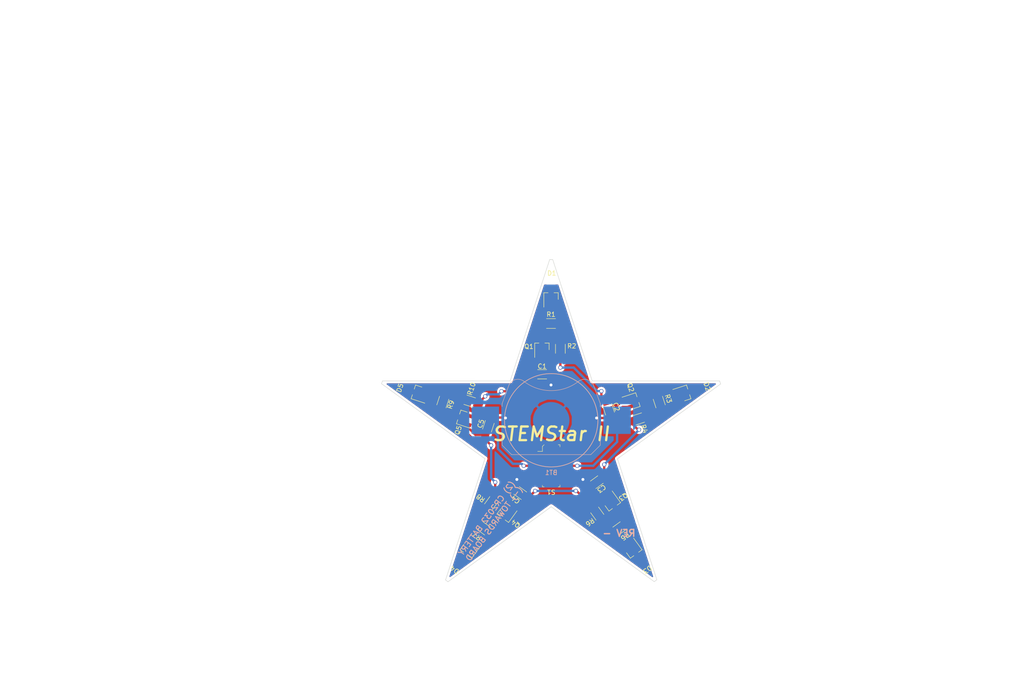
<source format=kicad_pcb>
(kicad_pcb (version 20171130) (host pcbnew "(5.0.0)")

  (general
    (thickness 1.6)
    (drawings 23)
    (tracks 137)
    (zones 0)
    (modules 28)
    (nets 26)
  )

  (page A)
  (title_block
    (title STEMStar)
    (date "Saturday, May 23, 2015")
    (rev B)
    (company "Attribution-NonCommercial-ShareAlike 4.0 International")
    (comment 1 "Creative Commons Licensed")
    (comment 3 "Northrop Grumman STEM@NGUS")
  )

  (layers
    (0 F.Cu signal)
    (31 B.Cu signal)
    (32 B.Adhes user)
    (33 F.Adhes user)
    (34 B.Paste user)
    (35 F.Paste user)
    (36 B.SilkS user)
    (37 F.SilkS user)
    (38 B.Mask user)
    (39 F.Mask user)
    (40 Dwgs.User user)
    (41 Cmts.User user)
    (42 Eco1.User user)
    (43 Eco2.User user)
    (44 Edge.Cuts user)
  )

  (setup
    (last_trace_width 0.5)
    (trace_clearance 0.254)
    (zone_clearance 0.508)
    (zone_45_only no)
    (trace_min 0.2)
    (segment_width 0.1)
    (edge_width 0.1)
    (via_size 0.889)
    (via_drill 0.635)
    (via_min_size 0.889)
    (via_min_drill 0.508)
    (uvia_size 0.508)
    (uvia_drill 0.127)
    (uvias_allowed no)
    (uvia_min_size 0.508)
    (uvia_min_drill 0.127)
    (pcb_text_width 0.3)
    (pcb_text_size 1.5 1.5)
    (mod_edge_width 0.15)
    (mod_text_size 1 1)
    (mod_text_width 0.15)
    (pad_size 0.85 0.85)
    (pad_drill 0.85)
    (pad_to_mask_clearance 0)
    (aux_axis_origin 0 0)
    (visible_elements 7FFFFFFF)
    (pcbplotparams
      (layerselection 0x011fc_ffffffff)
      (usegerberextensions true)
      (usegerberattributes false)
      (usegerberadvancedattributes false)
      (creategerberjobfile false)
      (excludeedgelayer false)
      (linewidth 0.150000)
      (plotframeref false)
      (viasonmask false)
      (mode 1)
      (useauxorigin false)
      (hpglpennumber 1)
      (hpglpenspeed 20)
      (hpglpendiameter 15.000000)
      (psnegative false)
      (psa4output false)
      (plotreference true)
      (plotvalue true)
      (plotinvisibletext false)
      (padsonsilk false)
      (subtractmaskfromsilk false)
      (outputformat 1)
      (mirror false)
      (drillshape 0)
      (scaleselection 1)
      (outputdirectory "Manufacturing Data/"))
  )

  (net 0 "")
  (net 1 GND)
  (net 2 "Net-(C1-Pad1)")
  (net 3 "Net-(C2-Pad1)")
  (net 4 "Net-(C5-Pad1)")
  (net 5 "Net-(Q5-Pad3)")
  (net 6 "Net-(Q4-Pad3)")
  (net 7 "Net-(C4-Pad1)")
  (net 8 "Net-(C3-Pad1)")
  (net 9 "Net-(Q3-Pad3)")
  (net 10 "Net-(Q2-Pad3)")
  (net 11 "Net-(Q1-Pad3)")
  (net 12 "Net-(S1-Pad1)")
  (net 13 "Net-(S1-Pad4)")
  (net 14 /+6V)
  (net 15 /+6V_Switched)
  (net 16 "Net-(D5-Pad2)")
  (net 17 "Net-(D5-Pad1)")
  (net 18 "Net-(D2-Pad2)")
  (net 19 "Net-(D2-Pad1)")
  (net 20 "Net-(D1-Pad2)")
  (net 21 "Net-(D1-Pad1)")
  (net 22 "Net-(D3-Pad1)")
  (net 23 "Net-(D3-Pad2)")
  (net 24 "Net-(D4-Pad2)")
  (net 25 "Net-(D4-Pad1)")

  (net_class Default "This is the default net class."
    (clearance 0.254)
    (trace_width 0.5)
    (via_dia 0.889)
    (via_drill 0.635)
    (uvia_dia 0.508)
    (uvia_drill 0.127)
    (add_net /+6V)
    (add_net /+6V_Switched)
    (add_net GND)
    (add_net "Net-(C1-Pad1)")
    (add_net "Net-(C2-Pad1)")
    (add_net "Net-(C3-Pad1)")
    (add_net "Net-(C4-Pad1)")
    (add_net "Net-(C5-Pad1)")
    (add_net "Net-(D1-Pad1)")
    (add_net "Net-(D1-Pad2)")
    (add_net "Net-(D2-Pad1)")
    (add_net "Net-(D2-Pad2)")
    (add_net "Net-(D3-Pad1)")
    (add_net "Net-(D3-Pad2)")
    (add_net "Net-(D4-Pad1)")
    (add_net "Net-(D4-Pad2)")
    (add_net "Net-(D5-Pad1)")
    (add_net "Net-(D5-Pad2)")
    (add_net "Net-(Q1-Pad3)")
    (add_net "Net-(Q2-Pad3)")
    (add_net "Net-(Q3-Pad3)")
    (add_net "Net-(Q4-Pad3)")
    (add_net "Net-(Q5-Pad3)")
    (add_net "Net-(S1-Pad1)")
    (add_net "Net-(S1-Pad4)")
  )

  (module windgassen:Keystone_3024-2_2x20mm-CoinCell (layer B.Cu) (tedit 5BF8A553) (tstamp 55602287)
    (at 137.29 105)
    (descr "Keystone 3034 SMD battery holder for 2020, 2025 and 2032 coincell batteries. http://www.keyelco.com/product-pdf.cfm?p=798")
    (tags "Keystone type 3034 coin cell retainer")
    (path /53E43E12)
    (attr smd)
    (fp_text reference BT1 (at 0 11.5) (layer B.SilkS)
      (effects (font (size 1 1) (thickness 0.15)) (justify mirror))
    )
    (fp_text value BATTERY (at 0 -11.5) (layer B.Fab)
      (effects (font (size 1 1) (thickness 0.15)) (justify mirror))
    )
    (fp_line (start 11.87 -2.79) (end 11.87 2.79) (layer B.CrtYd) (width 0.05))
    (fp_line (start 10.88 -2.79) (end 11.87 -2.79) (layer B.CrtYd) (width 0.05))
    (fp_line (start 10.88 -3.64) (end 10.88 -2.79) (layer B.CrtYd) (width 0.05))
    (fp_line (start 9.43 -7.63) (end 10.88 -3.64) (layer B.CrtYd) (width 0.05))
    (fp_arc (start 7.31 -6.85) (end 5.96 -8.64) (angle 106.9) (layer B.CrtYd) (width 0.05))
    (fp_arc (start 0 0) (end -5.96 -8.64) (angle 69.1) (layer B.CrtYd) (width 0.05))
    (fp_arc (start -7.31 -6.85) (end -9.43 -7.62) (angle 106.9) (layer B.CrtYd) (width 0.05))
    (fp_line (start -10.88 -3.64) (end -9.44 -7.62) (layer B.CrtYd) (width 0.05))
    (fp_line (start -10.88 -2.79) (end -10.88 -3.64) (layer B.CrtYd) (width 0.05))
    (fp_line (start -11.87 -2.79) (end -10.88 -2.79) (layer B.CrtYd) (width 0.05))
    (fp_line (start -11.87 2.79) (end -11.87 -2.79) (layer B.CrtYd) (width 0.05))
    (fp_line (start -10.88 2.79) (end -11.87 2.79) (layer B.CrtYd) (width 0.05))
    (fp_line (start -10.88 5.5) (end -10.88 2.79) (layer B.CrtYd) (width 0.05))
    (fp_line (start -8.74 7.64) (end -10.88 5.5) (layer B.CrtYd) (width 0.05))
    (fp_line (start -7.2 7.64) (end -8.74 7.64) (layer B.CrtYd) (width 0.05))
    (fp_arc (start 0 0) (end 7.2 7.64) (angle 86.6) (layer B.CrtYd) (width 0.05))
    (fp_line (start 8.74 7.64) (end 7.2 7.64) (layer B.CrtYd) (width 0.05))
    (fp_line (start 10.88 5.5) (end 8.74 7.64) (layer B.CrtYd) (width 0.05))
    (fp_line (start 10.88 2.79) (end 10.88 5.5) (layer B.CrtYd) (width 0.05))
    (fp_line (start 11.87 2.79) (end 10.88 2.79) (layer B.CrtYd) (width 0.05))
    (fp_arc (start -7.31 -6.85) (end -9.19 -7.53) (angle 107.5) (layer B.Fab) (width 0.1))
    (fp_arc (start 0 -16.36) (end 6.1 -8.43) (angle 75.1) (layer B.Fab) (width 0.1))
    (fp_arc (start 7.31 -6.85) (end 6.1 -8.43) (angle 107.5) (layer B.Fab) (width 0.1))
    (fp_line (start 10.63 -3.6) (end 9.19 -7.53) (layer B.Fab) (width 0.1))
    (fp_line (start 10.63 5.4) (end 10.63 -3.6) (layer B.Fab) (width 0.1))
    (fp_line (start 8.64 7.39) (end 10.63 5.4) (layer B.Fab) (width 0.1))
    (fp_line (start -8.64 7.39) (end 8.64 7.39) (layer B.Fab) (width 0.1))
    (fp_line (start -10.63 5.4) (end -8.64 7.39) (layer B.Fab) (width 0.1))
    (fp_line (start -10.63 -3.6) (end -10.63 5.4) (layer B.Fab) (width 0.1))
    (fp_line (start -9.19 -7.53) (end -10.63 -3.6) (layer B.Fab) (width 0.1))
    (fp_line (start 10.78 -3) (end 10.78 -3.63) (layer B.SilkS) (width 0.1))
    (fp_line (start 10.78 5.46) (end 10.78 3) (layer B.SilkS) (width 0.1))
    (fp_line (start -10.78 -3) (end -10.78 -3.63) (layer B.SilkS) (width 0.1))
    (fp_line (start -10.78 5.46) (end -10.78 3) (layer B.SilkS) (width 0.1))
    (fp_arc (start 7.31 -6.85) (end 6 -8.55) (angle 107.5) (layer B.SilkS) (width 0.1))
    (fp_line (start 10.78 -3.63) (end 9.34 -7.58) (layer B.SilkS) (width 0.1))
    (fp_line (start 8.7 7.54) (end 10.78 5.46) (layer B.SilkS) (width 0.1))
    (fp_line (start 8.7 7.54) (end -8.7 7.54) (layer B.SilkS) (width 0.1))
    (fp_line (start -8.7 7.54) (end -10.78 5.46) (layer B.SilkS) (width 0.1))
    (fp_line (start -10.78 -3.63) (end -9.34 -7.58) (layer B.SilkS) (width 0.1))
    (fp_arc (start -7.31 -6.85) (end -9.34 -7.58) (angle 107.5) (layer B.SilkS) (width 0.1))
    (fp_arc (start 0 -16.36) (end 6 -8.55) (angle 75.1) (layer B.SilkS) (width 0.1))
    (fp_circle (center 0 0) (end 10.25 0) (layer B.SilkS) (width 0.15))
    (fp_text user %R (at 0 2.9) (layer B.Fab)
      (effects (font (size 1 1) (thickness 0.15)) (justify mirror))
    )
    (pad 1 smd rect (at -14.465 0) (size 6 6) (layers B.Cu B.Paste B.Mask)
      (net 14 /+6V))
    (pad 1 smd rect (at 14.465 0) (size 6 6) (layers B.Cu B.Paste B.Mask)
      (net 14 /+6V))
    (pad 2 smd circle (at 0 0) (size 8 8) (layers B.Cu B.Paste B.Mask)
      (net 1 GND))
    (model ${KISYS3DMOD}/Battery_Holders.3dshapes/Keystone_3034_1x20mm-CoinCell.wrl
      (at (xyz 0 0 0))
      (scale (xyz 1 1 1))
      (rotate (xyz 0 0 0))
    )
  )

  (module digikey-footprints:Switch_Slide_JS202011SCQN (layer F.Cu) (tedit 5BF8743C) (tstamp 5BF86649)
    (at 137.29 115 270)
    (path /5BFAD6CE)
    (fp_text reference S1 (at 5.75 0.04 180 unlocked) (layer F.SilkS)
      (effects (font (size 1 1) (thickness 0.15)))
    )
    (fp_text value JS202011SCQN (at 0.1 5.575 270) (layer F.Fab)
      (effects (font (size 1 1) (thickness 0.15)))
    )
    (fp_line (start -4.8 4.25) (end 4.8 4.25) (layer F.CrtYd) (width 0.05))
    (fp_line (start 4.8 -4.25) (end 4.8 4.25) (layer F.CrtYd) (width 0.05))
    (fp_line (start -4.8 -4.25) (end -4.8 4.25) (layer F.CrtYd) (width 0.05))
    (fp_line (start 4.8 -4.25) (end -4.8 -4.25) (layer F.CrtYd) (width 0.05))
    (fp_text user %R (at -0.025 -0.05 270) (layer F.Fab)
      (effects (font (size 1 1) (thickness 0.15)))
    )
    (fp_line (start -4.625 1.55) (end -4.275 1.925) (layer F.SilkS) (width 0.1))
    (fp_line (start -4.275 1.925) (end -3.175 1.925) (layer F.SilkS) (width 0.1))
    (fp_line (start -3.175 1.925) (end -3.175 2.975) (layer F.SilkS) (width 0.1))
    (fp_line (start -4.15 -1.925) (end -4.625 -1.925) (layer F.SilkS) (width 0.1))
    (fp_line (start -4.625 -1.925) (end -4.625 -1.525) (layer F.SilkS) (width 0.1))
    (fp_line (start 4.625 1.55) (end 4.625 1.925) (layer F.SilkS) (width 0.1))
    (fp_line (start 4.625 1.925) (end 4.275 1.925) (layer F.SilkS) (width 0.1))
    (fp_line (start 4.225 -1.925) (end 4.625 -1.925) (layer F.SilkS) (width 0.1))
    (fp_line (start 4.625 -1.925) (end 4.625 -1.55) (layer F.SilkS) (width 0.1))
    (fp_line (start -4.5 1.475) (end -4.5 -1.8) (layer F.Fab) (width 0.1))
    (fp_line (start -4.175 1.8) (end 4.5 1.8) (layer F.Fab) (width 0.1))
    (fp_line (start -4.5 1.475) (end -4.175 1.8) (layer F.Fab) (width 0.1))
    (fp_line (start 4.5 -1.8) (end -4.5 -1.8) (layer F.Fab) (width 0.1))
    (fp_line (start 4.5 -1.8) (end 4.5 1.8) (layer F.Fab) (width 0.1))
    (pad 3 smd rect (at 2.5 2.75 270) (size 1.2 2.5) (layers F.Cu F.Paste F.Mask)
      (net 15 /+6V_Switched))
    (pad 2 smd rect (at 0 2.75 270) (size 1.2 2.5) (layers F.Cu F.Paste F.Mask)
      (net 14 /+6V))
    (pad 1 smd rect (at -2.5 2.75 270) (size 1.2 2.5) (layers F.Cu F.Paste F.Mask)
      (net 12 "Net-(S1-Pad1)"))
    (pad 4 smd rect (at -2.5 -2.75 270) (size 1.2 2.5) (layers F.Cu F.Paste F.Mask)
      (net 13 "Net-(S1-Pad4)"))
    (pad 5 smd rect (at 0 -2.75 270) (size 1.2 2.5) (layers F.Cu F.Paste F.Mask)
      (net 14 /+6V))
    (pad 6 smd rect (at 2.5 -2.75 270) (size 1.2 2.5) (layers F.Cu F.Paste F.Mask)
      (net 15 /+6V_Switched))
  )

  (module Capacitors_SMD:C_1206_HandSoldering (layer F.Cu) (tedit 58AA84D1) (tstamp 5BF8343D)
    (at 135.3 94.9)
    (descr "Capacitor SMD 1206, hand soldering")
    (tags "capacitor 1206")
    (path /5BF822AC)
    (attr smd)
    (fp_text reference C1 (at 0 -1.75) (layer F.SilkS)
      (effects (font (size 1 1) (thickness 0.15)))
    )
    (fp_text value 1uF (at 0 2) (layer F.Fab)
      (effects (font (size 1 1) (thickness 0.15)))
    )
    (fp_line (start 3.25 1.05) (end -3.25 1.05) (layer F.CrtYd) (width 0.05))
    (fp_line (start 3.25 1.05) (end 3.25 -1.05) (layer F.CrtYd) (width 0.05))
    (fp_line (start -3.25 -1.05) (end -3.25 1.05) (layer F.CrtYd) (width 0.05))
    (fp_line (start -3.25 -1.05) (end 3.25 -1.05) (layer F.CrtYd) (width 0.05))
    (fp_line (start -1 1.02) (end 1 1.02) (layer F.SilkS) (width 0.12))
    (fp_line (start 1 -1.02) (end -1 -1.02) (layer F.SilkS) (width 0.12))
    (fp_line (start -1.6 -0.8) (end 1.6 -0.8) (layer F.Fab) (width 0.1))
    (fp_line (start 1.6 -0.8) (end 1.6 0.8) (layer F.Fab) (width 0.1))
    (fp_line (start 1.6 0.8) (end -1.6 0.8) (layer F.Fab) (width 0.1))
    (fp_line (start -1.6 0.8) (end -1.6 -0.8) (layer F.Fab) (width 0.1))
    (fp_text user %R (at 0 -1.75) (layer F.Fab)
      (effects (font (size 1 1) (thickness 0.15)))
    )
    (pad 2 smd rect (at 2 0) (size 2 1.6) (layers F.Cu F.Paste F.Mask)
      (net 1 GND))
    (pad 1 smd rect (at -2 0) (size 2 1.6) (layers F.Cu F.Paste F.Mask)
      (net 2 "Net-(C1-Pad1)"))
    (model Capacitors_SMD.3dshapes/C_1206.wrl
      (at (xyz 0 0 0))
      (scale (xyz 1 1 1))
      (rotate (xyz 0 0 0))
    )
  )

  (module Capacitors_SMD:C_1206_HandSoldering (layer F.Cu) (tedit 58AA84D1) (tstamp 5BF8342D)
    (at 149.9 102.6 288)
    (descr "Capacitor SMD 1206, hand soldering")
    (tags "capacitor 1206")
    (path /5BF82EAF)
    (attr smd)
    (fp_text reference C2 (at 0 -1.75 288) (layer F.SilkS)
      (effects (font (size 1 1) (thickness 0.15)))
    )
    (fp_text value 1uF (at 0 2 288) (layer F.Fab)
      (effects (font (size 1 1) (thickness 0.15)))
    )
    (fp_text user %R (at 0 -1.75 288) (layer F.Fab)
      (effects (font (size 1 1) (thickness 0.15)))
    )
    (fp_line (start -1.6 0.8) (end -1.6 -0.8) (layer F.Fab) (width 0.1))
    (fp_line (start 1.6 0.8) (end -1.6 0.8) (layer F.Fab) (width 0.1))
    (fp_line (start 1.6 -0.8) (end 1.6 0.8) (layer F.Fab) (width 0.1))
    (fp_line (start -1.6 -0.8) (end 1.6 -0.8) (layer F.Fab) (width 0.1))
    (fp_line (start 1 -1.02) (end -1 -1.02) (layer F.SilkS) (width 0.12))
    (fp_line (start -1 1.02) (end 1 1.02) (layer F.SilkS) (width 0.12))
    (fp_line (start -3.25 -1.05) (end 3.25 -1.05) (layer F.CrtYd) (width 0.05))
    (fp_line (start -3.25 -1.05) (end -3.25 1.05) (layer F.CrtYd) (width 0.05))
    (fp_line (start 3.25 1.05) (end 3.25 -1.05) (layer F.CrtYd) (width 0.05))
    (fp_line (start 3.25 1.05) (end -3.25 1.05) (layer F.CrtYd) (width 0.05))
    (pad 1 smd rect (at -2 0 288) (size 2 1.6) (layers F.Cu F.Paste F.Mask)
      (net 3 "Net-(C2-Pad1)"))
    (pad 2 smd rect (at 2 0 288) (size 2 1.6) (layers F.Cu F.Paste F.Mask)
      (net 1 GND))
    (model Capacitors_SMD.3dshapes/C_1206.wrl
      (at (xyz 0 0 0))
      (scale (xyz 1 1 1))
      (rotate (xyz 0 0 0))
    )
  )

  (module Capacitors_SMD:C_1206_HandSoldering (layer F.Cu) (tedit 5BF83C96) (tstamp 5BF8376D)
    (at 147.3 118.6 216)
    (descr "Capacitor SMD 1206, hand soldering")
    (tags "capacitor 1206")
    (path /5BF83244)
    (attr smd)
    (fp_text reference C3 (at 0 -1.75 216 unlocked) (layer F.SilkS)
      (effects (font (size 1 1) (thickness 0.15)))
    )
    (fp_text value 1uF (at 0 2 216) (layer F.Fab)
      (effects (font (size 1 1) (thickness 0.15)))
    )
    (fp_line (start 3.25 1.05) (end -3.25 1.05) (layer F.CrtYd) (width 0.05))
    (fp_line (start 3.25 1.05) (end 3.25 -1.05) (layer F.CrtYd) (width 0.05))
    (fp_line (start -3.25 -1.05) (end -3.25 1.05) (layer F.CrtYd) (width 0.05))
    (fp_line (start -3.25 -1.05) (end 3.25 -1.05) (layer F.CrtYd) (width 0.05))
    (fp_line (start -1 1.02) (end 1 1.02) (layer F.SilkS) (width 0.12))
    (fp_line (start 1 -1.02) (end -1 -1.02) (layer F.SilkS) (width 0.12))
    (fp_line (start -1.6 -0.8) (end 1.6 -0.8) (layer F.Fab) (width 0.1))
    (fp_line (start 1.6 -0.8) (end 1.6 0.8) (layer F.Fab) (width 0.1))
    (fp_line (start 1.6 0.8) (end -1.6 0.8) (layer F.Fab) (width 0.1))
    (fp_line (start -1.6 0.8) (end -1.6 -0.8) (layer F.Fab) (width 0.1))
    (fp_text user %R (at 0 -1.75 216) (layer F.Fab)
      (effects (font (size 1 1) (thickness 0.15)))
    )
    (pad 2 smd rect (at 2 0 216) (size 2 1.6) (layers F.Cu F.Paste F.Mask)
      (net 1 GND))
    (pad 1 smd rect (at -2 0 216) (size 2 1.6) (layers F.Cu F.Paste F.Mask)
      (net 8 "Net-(C3-Pad1)"))
    (model Capacitors_SMD.3dshapes/C_1206.wrl
      (at (xyz 0 0 0))
      (scale (xyz 1 1 1))
      (rotate (xyz 0 0 0))
    )
  )

  (module Capacitors_SMD:C_1206_HandSoldering (layer F.Cu) (tedit 5BF83CB1) (tstamp 5BF8379D)
    (at 130.5 121 144)
    (descr "Capacitor SMD 1206, hand soldering")
    (tags "capacitor 1206")
    (path /5BF83E1F)
    (attr smd)
    (fp_text reference C4 (at 0 -1.75 144 unlocked) (layer F.SilkS)
      (effects (font (size 1 1) (thickness 0.15)))
    )
    (fp_text value 1uF (at 0 2 144) (layer F.Fab)
      (effects (font (size 1 1) (thickness 0.15)))
    )
    (fp_text user %R (at 0 -1.75 144) (layer F.Fab)
      (effects (font (size 1 1) (thickness 0.15)))
    )
    (fp_line (start -1.6 0.8) (end -1.6 -0.8) (layer F.Fab) (width 0.1))
    (fp_line (start 1.6 0.8) (end -1.6 0.8) (layer F.Fab) (width 0.1))
    (fp_line (start 1.6 -0.8) (end 1.6 0.8) (layer F.Fab) (width 0.1))
    (fp_line (start -1.6 -0.8) (end 1.6 -0.8) (layer F.Fab) (width 0.1))
    (fp_line (start 1 -1.02) (end -1 -1.02) (layer F.SilkS) (width 0.12))
    (fp_line (start -1 1.02) (end 1 1.02) (layer F.SilkS) (width 0.12))
    (fp_line (start -3.25 -1.05) (end 3.25 -1.05) (layer F.CrtYd) (width 0.05))
    (fp_line (start -3.25 -1.05) (end -3.25 1.05) (layer F.CrtYd) (width 0.05))
    (fp_line (start 3.25 1.05) (end 3.25 -1.05) (layer F.CrtYd) (width 0.05))
    (fp_line (start 3.25 1.05) (end -3.25 1.05) (layer F.CrtYd) (width 0.05))
    (pad 1 smd rect (at -2 0 144) (size 2 1.6) (layers F.Cu F.Paste F.Mask)
      (net 7 "Net-(C4-Pad1)"))
    (pad 2 smd rect (at 2 0 144) (size 2 1.6) (layers F.Cu F.Paste F.Mask)
      (net 1 GND))
    (model Capacitors_SMD.3dshapes/C_1206.wrl
      (at (xyz 0 0 0))
      (scale (xyz 1 1 1))
      (rotate (xyz 0 0 0))
    )
  )

  (module Capacitors_SMD:C_1206_HandSoldering (layer F.Cu) (tedit 58AA84D1) (tstamp 5BF8364D)
    (at 123.5 106.3 72)
    (descr "Capacitor SMD 1206, hand soldering")
    (tags "capacitor 1206")
    (path /5BF84211)
    (attr smd)
    (fp_text reference C5 (at 0 -1.75 72) (layer F.SilkS)
      (effects (font (size 1 1) (thickness 0.15)))
    )
    (fp_text value 1uF (at 0 2 72) (layer F.Fab)
      (effects (font (size 1 1) (thickness 0.15)))
    )
    (fp_line (start 3.25 1.05) (end -3.25 1.05) (layer F.CrtYd) (width 0.05))
    (fp_line (start 3.25 1.05) (end 3.25 -1.05) (layer F.CrtYd) (width 0.05))
    (fp_line (start -3.25 -1.05) (end -3.25 1.05) (layer F.CrtYd) (width 0.05))
    (fp_line (start -3.25 -1.05) (end 3.25 -1.05) (layer F.CrtYd) (width 0.05))
    (fp_line (start -1 1.02) (end 1 1.02) (layer F.SilkS) (width 0.12))
    (fp_line (start 1 -1.02) (end -1 -1.02) (layer F.SilkS) (width 0.12))
    (fp_line (start -1.6 -0.8) (end 1.6 -0.8) (layer F.Fab) (width 0.1))
    (fp_line (start 1.6 -0.8) (end 1.6 0.8) (layer F.Fab) (width 0.1))
    (fp_line (start 1.6 0.8) (end -1.6 0.8) (layer F.Fab) (width 0.1))
    (fp_line (start -1.6 0.8) (end -1.6 -0.8) (layer F.Fab) (width 0.1))
    (fp_text user %R (at 0 -1.75 72) (layer F.Fab)
      (effects (font (size 1 1) (thickness 0.15)))
    )
    (pad 2 smd rect (at 2 0 72) (size 2 1.6) (layers F.Cu F.Paste F.Mask)
      (net 1 GND))
    (pad 1 smd rect (at -2 0 72) (size 2 1.6) (layers F.Cu F.Paste F.Mask)
      (net 4 "Net-(C5-Pad1)"))
    (model Capacitors_SMD.3dshapes/C_1206.wrl
      (at (xyz 0 0 0))
      (scale (xyz 1 1 1))
      (rotate (xyz 0 0 0))
    )
  )

  (module Resistors_SMD:R_1206_HandSoldering locked (layer F.Cu) (tedit 5BF87487) (tstamp 5BF8367D)
    (at 122.5 128.75 324)
    (descr "Resistor SMD 1206, hand soldering")
    (tags "resistor 1206")
    (path /5BF83E0D)
    (attr smd)
    (fp_text reference R7 (at -0.184901 2.297458 144 unlocked) (layer F.SilkS)
      (effects (font (size 1 1) (thickness 0.15)))
    )
    (fp_text value 750 (at 0 1.9 324) (layer F.Fab)
      (effects (font (size 1 1) (thickness 0.15)))
    )
    (fp_text user %R (at 0 0 324) (layer F.Fab)
      (effects (font (size 0.7 0.7) (thickness 0.105)))
    )
    (fp_line (start -1.6 0.8) (end -1.6 -0.8) (layer F.Fab) (width 0.1))
    (fp_line (start 1.6 0.8) (end -1.6 0.8) (layer F.Fab) (width 0.1))
    (fp_line (start 1.6 -0.8) (end 1.6 0.8) (layer F.Fab) (width 0.1))
    (fp_line (start -1.6 -0.8) (end 1.6 -0.8) (layer F.Fab) (width 0.1))
    (fp_line (start 1 1.07) (end -1 1.07) (layer F.SilkS) (width 0.12))
    (fp_line (start -1 -1.07) (end 1 -1.07) (layer F.SilkS) (width 0.12))
    (fp_line (start -3.25 -1.11) (end 3.25 -1.11) (layer F.CrtYd) (width 0.05))
    (fp_line (start -3.25 -1.11) (end -3.25 1.1) (layer F.CrtYd) (width 0.05))
    (fp_line (start 3.25 1.1) (end 3.25 -1.11) (layer F.CrtYd) (width 0.05))
    (fp_line (start 3.25 1.1) (end -3.25 1.1) (layer F.CrtYd) (width 0.05))
    (pad 1 smd rect (at -2 0 324) (size 2 1.7) (layers F.Cu F.Paste F.Mask)
      (net 24 "Net-(D4-Pad2)"))
    (pad 2 smd rect (at 2 0 324) (size 2 1.7) (layers F.Cu F.Paste F.Mask)
      (net 6 "Net-(Q4-Pad3)"))
    (model ${KISYS3DMOD}/Resistors_SMD.3dshapes/R_1206.wrl
      (at (xyz 0 0 0))
      (scale (xyz 1 1 1))
      (rotate (xyz 0 0 0))
    )
  )

  (module Resistors_SMD:R_1206_HandSoldering locked (layer F.Cu) (tedit 58E0A804) (tstamp 5BF833D9)
    (at 137.25 83.75 180)
    (descr "Resistor SMD 1206, hand soldering")
    (tags "resistor 1206")
    (path /5BF81E3A)
    (attr smd)
    (fp_text reference R1 (at 0 2 180) (layer F.SilkS)
      (effects (font (size 1 1) (thickness 0.15)))
    )
    (fp_text value 750 (at 0 1.9 180) (layer F.Fab)
      (effects (font (size 1 1) (thickness 0.15)))
    )
    (fp_line (start 3.25 1.1) (end -3.25 1.1) (layer F.CrtYd) (width 0.05))
    (fp_line (start 3.25 1.1) (end 3.25 -1.11) (layer F.CrtYd) (width 0.05))
    (fp_line (start -3.25 -1.11) (end -3.25 1.1) (layer F.CrtYd) (width 0.05))
    (fp_line (start -3.25 -1.11) (end 3.25 -1.11) (layer F.CrtYd) (width 0.05))
    (fp_line (start -1 -1.07) (end 1 -1.07) (layer F.SilkS) (width 0.12))
    (fp_line (start 1 1.07) (end -1 1.07) (layer F.SilkS) (width 0.12))
    (fp_line (start -1.6 -0.8) (end 1.6 -0.8) (layer F.Fab) (width 0.1))
    (fp_line (start 1.6 -0.8) (end 1.6 0.8) (layer F.Fab) (width 0.1))
    (fp_line (start 1.6 0.8) (end -1.6 0.8) (layer F.Fab) (width 0.1))
    (fp_line (start -1.6 0.8) (end -1.6 -0.8) (layer F.Fab) (width 0.1))
    (fp_text user %R (at 0 0 180) (layer F.Fab)
      (effects (font (size 0.7 0.7) (thickness 0.105)))
    )
    (pad 2 smd rect (at 2 0 180) (size 2 1.7) (layers F.Cu F.Paste F.Mask)
      (net 11 "Net-(Q1-Pad3)"))
    (pad 1 smd rect (at -2 0 180) (size 2 1.7) (layers F.Cu F.Paste F.Mask)
      (net 20 "Net-(D1-Pad2)"))
    (model ${KISYS3DMOD}/Resistors_SMD.3dshapes/R_1206.wrl
      (at (xyz 0 0 0))
      (scale (xyz 1 1 1))
      (rotate (xyz 0 0 0))
    )
  )

  (module Resistors_SMD:R_1206_HandSoldering locked (layer F.Cu) (tedit 58E0A804) (tstamp 5BF833C9)
    (at 161 101 108)
    (descr "Resistor SMD 1206, hand soldering")
    (tags "resistor 1206")
    (path /5BF82E9D)
    (attr smd)
    (fp_text reference R3 (at 0.095258 2.133876 108) (layer F.SilkS)
      (effects (font (size 1 1) (thickness 0.15)))
    )
    (fp_text value 750 (at 0 1.9 108) (layer F.Fab)
      (effects (font (size 1 1) (thickness 0.15)))
    )
    (fp_text user %R (at 0 0 108) (layer F.Fab)
      (effects (font (size 0.7 0.7) (thickness 0.105)))
    )
    (fp_line (start -1.6 0.8) (end -1.6 -0.8) (layer F.Fab) (width 0.1))
    (fp_line (start 1.6 0.8) (end -1.6 0.8) (layer F.Fab) (width 0.1))
    (fp_line (start 1.6 -0.8) (end 1.6 0.8) (layer F.Fab) (width 0.1))
    (fp_line (start -1.6 -0.8) (end 1.6 -0.8) (layer F.Fab) (width 0.1))
    (fp_line (start 1 1.07) (end -1 1.07) (layer F.SilkS) (width 0.12))
    (fp_line (start -1 -1.07) (end 1 -1.07) (layer F.SilkS) (width 0.12))
    (fp_line (start -3.25 -1.11) (end 3.25 -1.11) (layer F.CrtYd) (width 0.05))
    (fp_line (start -3.25 -1.11) (end -3.25 1.1) (layer F.CrtYd) (width 0.05))
    (fp_line (start 3.25 1.1) (end 3.25 -1.11) (layer F.CrtYd) (width 0.05))
    (fp_line (start 3.25 1.1) (end -3.25 1.1) (layer F.CrtYd) (width 0.05))
    (pad 1 smd rect (at -2 0 108) (size 2 1.7) (layers F.Cu F.Paste F.Mask)
      (net 18 "Net-(D2-Pad2)"))
    (pad 2 smd rect (at 2 0 108) (size 2 1.7) (layers F.Cu F.Paste F.Mask)
      (net 10 "Net-(Q2-Pad3)"))
    (model ${KISYS3DMOD}/Resistors_SMD.3dshapes/R_1206.wrl
      (at (xyz 0 0 0))
      (scale (xyz 1 1 1))
      (rotate (xyz 0 0 0))
    )
  )

  (module Resistors_SMD:R_1206_HandSoldering (layer F.Cu) (tedit 5BF83826) (tstamp 5BF833B9)
    (at 156.5 104.7 18)
    (descr "Resistor SMD 1206, hand soldering")
    (tags "resistor 1206")
    (path /5BF82EA3)
    (attr smd)
    (fp_text reference R4 (at 0.46143 2.463145 -72) (layer F.SilkS)
      (effects (font (size 1 1) (thickness 0.15)))
    )
    (fp_text value 100k (at 0 1.9 18) (layer F.Fab)
      (effects (font (size 1 1) (thickness 0.15)))
    )
    (fp_line (start 3.25 1.1) (end -3.25 1.1) (layer F.CrtYd) (width 0.05))
    (fp_line (start 3.25 1.1) (end 3.25 -1.11) (layer F.CrtYd) (width 0.05))
    (fp_line (start -3.25 -1.11) (end -3.25 1.1) (layer F.CrtYd) (width 0.05))
    (fp_line (start -3.25 -1.11) (end 3.25 -1.11) (layer F.CrtYd) (width 0.05))
    (fp_line (start -1 -1.07) (end 1 -1.07) (layer F.SilkS) (width 0.12))
    (fp_line (start 1 1.07) (end -1 1.07) (layer F.SilkS) (width 0.12))
    (fp_line (start -1.6 -0.8) (end 1.6 -0.8) (layer F.Fab) (width 0.1))
    (fp_line (start 1.6 -0.8) (end 1.6 0.8) (layer F.Fab) (width 0.1))
    (fp_line (start 1.6 0.8) (end -1.6 0.8) (layer F.Fab) (width 0.1))
    (fp_line (start -1.6 0.8) (end -1.6 -0.8) (layer F.Fab) (width 0.1))
    (fp_text user %R (at 0 0 18) (layer F.Fab)
      (effects (font (size 0.7 0.7) (thickness 0.105)))
    )
    (pad 2 smd rect (at 2 0 18) (size 2 1.7) (layers F.Cu F.Paste F.Mask)
      (net 10 "Net-(Q2-Pad3)"))
    (pad 1 smd rect (at -2 0 18) (size 2 1.7) (layers F.Cu F.Paste F.Mask)
      (net 8 "Net-(C3-Pad1)"))
    (model ${KISYS3DMOD}/Resistors_SMD.3dshapes/R_1206.wrl
      (at (xyz 0 0 0))
      (scale (xyz 1 1 1))
      (rotate (xyz 0 0 0))
    )
  )

  (module Resistors_SMD:R_1206_HandSoldering locked (layer F.Cu) (tedit 5BF83868) (tstamp 5BF8370D)
    (at 152.25 128.75 36)
    (descr "Resistor SMD 1206, hand soldering")
    (tags "resistor 1206")
    (path /5BF83232)
    (attr smd)
    (fp_text reference R5 (at -0.017353 2.150511 216 unlocked) (layer F.SilkS)
      (effects (font (size 1 1) (thickness 0.15)))
    )
    (fp_text value 750 (at 0 1.9 36) (layer F.Fab)
      (effects (font (size 1 1) (thickness 0.15)))
    )
    (fp_text user %R (at 0 0 36) (layer F.Fab)
      (effects (font (size 0.7 0.7) (thickness 0.105)))
    )
    (fp_line (start -1.6 0.8) (end -1.6 -0.8) (layer F.Fab) (width 0.1))
    (fp_line (start 1.6 0.8) (end -1.6 0.8) (layer F.Fab) (width 0.1))
    (fp_line (start 1.6 -0.8) (end 1.6 0.8) (layer F.Fab) (width 0.1))
    (fp_line (start -1.6 -0.8) (end 1.6 -0.8) (layer F.Fab) (width 0.1))
    (fp_line (start 1 1.07) (end -1 1.07) (layer F.SilkS) (width 0.12))
    (fp_line (start -1 -1.07) (end 1 -1.07) (layer F.SilkS) (width 0.12))
    (fp_line (start -3.25 -1.11) (end 3.25 -1.11) (layer F.CrtYd) (width 0.05))
    (fp_line (start -3.25 -1.11) (end -3.25 1.1) (layer F.CrtYd) (width 0.05))
    (fp_line (start 3.25 1.1) (end 3.25 -1.11) (layer F.CrtYd) (width 0.05))
    (fp_line (start 3.25 1.1) (end -3.25 1.1) (layer F.CrtYd) (width 0.05))
    (pad 1 smd rect (at -2 0 36) (size 2 1.7) (layers F.Cu F.Paste F.Mask)
      (net 23 "Net-(D3-Pad2)"))
    (pad 2 smd rect (at 2 0 36) (size 2 1.7) (layers F.Cu F.Paste F.Mask)
      (net 9 "Net-(Q3-Pad3)"))
    (model ${KISYS3DMOD}/Resistors_SMD.3dshapes/R_1206.wrl
      (at (xyz 0 0 0))
      (scale (xyz 1 1 1))
      (rotate (xyz 0 0 0))
    )
  )

  (module Resistors_SMD:R_1206_HandSoldering (layer F.Cu) (tedit 58E0A804) (tstamp 5BF836AD)
    (at 113.5 101 252)
    (descr "Resistor SMD 1206, hand soldering")
    (tags "resistor 1206")
    (path /5BF841FF)
    (attr smd)
    (fp_text reference R9 (at 0 -1.85 252) (layer F.SilkS)
      (effects (font (size 1 1) (thickness 0.15)))
    )
    (fp_text value 750 (at 0 1.9 252) (layer F.Fab)
      (effects (font (size 1 1) (thickness 0.15)))
    )
    (fp_line (start 3.25 1.1) (end -3.25 1.1) (layer F.CrtYd) (width 0.05))
    (fp_line (start 3.25 1.1) (end 3.25 -1.11) (layer F.CrtYd) (width 0.05))
    (fp_line (start -3.25 -1.11) (end -3.25 1.1) (layer F.CrtYd) (width 0.05))
    (fp_line (start -3.25 -1.11) (end 3.25 -1.11) (layer F.CrtYd) (width 0.05))
    (fp_line (start -1 -1.07) (end 1 -1.07) (layer F.SilkS) (width 0.12))
    (fp_line (start 1 1.07) (end -1 1.07) (layer F.SilkS) (width 0.12))
    (fp_line (start -1.6 -0.8) (end 1.6 -0.8) (layer F.Fab) (width 0.1))
    (fp_line (start 1.6 -0.8) (end 1.6 0.8) (layer F.Fab) (width 0.1))
    (fp_line (start 1.6 0.8) (end -1.6 0.8) (layer F.Fab) (width 0.1))
    (fp_line (start -1.6 0.8) (end -1.6 -0.8) (layer F.Fab) (width 0.1))
    (fp_text user %R (at 0 0 252) (layer F.Fab)
      (effects (font (size 0.7 0.7) (thickness 0.105)))
    )
    (pad 2 smd rect (at 2 0 252) (size 2 1.7) (layers F.Cu F.Paste F.Mask)
      (net 5 "Net-(Q5-Pad3)"))
    (pad 1 smd rect (at -2 0 252) (size 2 1.7) (layers F.Cu F.Paste F.Mask)
      (net 16 "Net-(D5-Pad2)"))
    (model ${KISYS3DMOD}/Resistors_SMD.3dshapes/R_1206.wrl
      (at (xyz 0 0 0))
      (scale (xyz 1 1 1))
      (rotate (xyz 0 0 0))
    )
  )

  (module Resistors_SMD:R_1206_HandSoldering (layer F.Cu) (tedit 5BF83AEB) (tstamp 5BF836DD)
    (at 124.1 123.2 234)
    (descr "Resistor SMD 1206, hand soldering")
    (tags "resistor 1206")
    (path /5BF83E13)
    (attr smd)
    (fp_text reference R8 (at 0.461987 2.507303 144 unlocked) (layer F.SilkS)
      (effects (font (size 1 1) (thickness 0.15)))
    )
    (fp_text value 100k (at 0 1.9 234) (layer F.Fab)
      (effects (font (size 1 1) (thickness 0.15)))
    )
    (fp_text user %R (at 0 0 234) (layer F.Fab)
      (effects (font (size 0.7 0.7) (thickness 0.105)))
    )
    (fp_line (start -1.6 0.8) (end -1.6 -0.8) (layer F.Fab) (width 0.1))
    (fp_line (start 1.6 0.8) (end -1.6 0.8) (layer F.Fab) (width 0.1))
    (fp_line (start 1.6 -0.8) (end 1.6 0.8) (layer F.Fab) (width 0.1))
    (fp_line (start -1.6 -0.8) (end 1.6 -0.8) (layer F.Fab) (width 0.1))
    (fp_line (start 1 1.07) (end -1 1.07) (layer F.SilkS) (width 0.12))
    (fp_line (start -1 -1.07) (end 1 -1.07) (layer F.SilkS) (width 0.12))
    (fp_line (start -3.25 -1.11) (end 3.25 -1.11) (layer F.CrtYd) (width 0.05))
    (fp_line (start -3.25 -1.11) (end -3.25 1.1) (layer F.CrtYd) (width 0.05))
    (fp_line (start 3.25 1.1) (end 3.25 -1.11) (layer F.CrtYd) (width 0.05))
    (fp_line (start 3.25 1.1) (end -3.25 1.1) (layer F.CrtYd) (width 0.05))
    (pad 1 smd rect (at -2 0 234) (size 2 1.7) (layers F.Cu F.Paste F.Mask)
      (net 4 "Net-(C5-Pad1)"))
    (pad 2 smd rect (at 2 0 234) (size 2 1.7) (layers F.Cu F.Paste F.Mask)
      (net 6 "Net-(Q4-Pad3)"))
    (model ${KISYS3DMOD}/Resistors_SMD.3dshapes/R_1206.wrl
      (at (xyz 0 0 0))
      (scale (xyz 1 1 1))
      (rotate (xyz 0 0 0))
    )
  )

  (module Resistors_SMD:R_1206_HandSoldering (layer F.Cu) (tedit 5BF83A9D) (tstamp 5BF8361D)
    (at 147.4 125.5 306)
    (descr "Resistor SMD 1206, hand soldering")
    (tags "resistor 1206")
    (path /5BF83238)
    (attr smd)
    (fp_text reference R6 (at 0.596676 2.411219 216 unlocked) (layer F.SilkS)
      (effects (font (size 1 1) (thickness 0.15)))
    )
    (fp_text value 100k (at 0 1.9 306) (layer F.Fab)
      (effects (font (size 1 1) (thickness 0.15)))
    )
    (fp_line (start 3.25 1.1) (end -3.25 1.1) (layer F.CrtYd) (width 0.05))
    (fp_line (start 3.25 1.1) (end 3.25 -1.11) (layer F.CrtYd) (width 0.05))
    (fp_line (start -3.25 -1.11) (end -3.25 1.1) (layer F.CrtYd) (width 0.05))
    (fp_line (start -3.25 -1.11) (end 3.25 -1.11) (layer F.CrtYd) (width 0.05))
    (fp_line (start -1 -1.07) (end 1 -1.07) (layer F.SilkS) (width 0.12))
    (fp_line (start 1 1.07) (end -1 1.07) (layer F.SilkS) (width 0.12))
    (fp_line (start -1.6 -0.8) (end 1.6 -0.8) (layer F.Fab) (width 0.1))
    (fp_line (start 1.6 -0.8) (end 1.6 0.8) (layer F.Fab) (width 0.1))
    (fp_line (start 1.6 0.8) (end -1.6 0.8) (layer F.Fab) (width 0.1))
    (fp_line (start -1.6 0.8) (end -1.6 -0.8) (layer F.Fab) (width 0.1))
    (fp_text user %R (at 0 0 306) (layer F.Fab)
      (effects (font (size 0.7 0.7) (thickness 0.105)))
    )
    (pad 2 smd rect (at 2 0 306) (size 2 1.7) (layers F.Cu F.Paste F.Mask)
      (net 9 "Net-(Q3-Pad3)"))
    (pad 1 smd rect (at -2 0 306) (size 2 1.7) (layers F.Cu F.Paste F.Mask)
      (net 7 "Net-(C4-Pad1)"))
    (model ${KISYS3DMOD}/Resistors_SMD.3dshapes/R_1206.wrl
      (at (xyz 0 0 0))
      (scale (xyz 1 1 1))
      (rotate (xyz 0 0 0))
    )
  )

  (module Resistors_SMD:R_1206_HandSoldering (layer F.Cu) (tedit 58E0A804) (tstamp 5BF8373D)
    (at 119.4 100.8 162)
    (descr "Resistor SMD 1206, hand soldering")
    (tags "resistor 1206")
    (path /5BF84205)
    (attr smd)
    (fp_text reference R10 (at 0.453923 2.691459 252) (layer F.SilkS)
      (effects (font (size 1 1) (thickness 0.15)))
    )
    (fp_text value 100k (at 0 1.9 162) (layer F.Fab)
      (effects (font (size 1 1) (thickness 0.15)))
    )
    (fp_text user %R (at 0 0 162) (layer F.Fab)
      (effects (font (size 0.7 0.7) (thickness 0.105)))
    )
    (fp_line (start -1.6 0.8) (end -1.6 -0.8) (layer F.Fab) (width 0.1))
    (fp_line (start 1.6 0.8) (end -1.6 0.8) (layer F.Fab) (width 0.1))
    (fp_line (start 1.6 -0.8) (end 1.6 0.8) (layer F.Fab) (width 0.1))
    (fp_line (start -1.6 -0.8) (end 1.6 -0.8) (layer F.Fab) (width 0.1))
    (fp_line (start 1 1.07) (end -1 1.07) (layer F.SilkS) (width 0.12))
    (fp_line (start -1 -1.07) (end 1 -1.07) (layer F.SilkS) (width 0.12))
    (fp_line (start -3.25 -1.11) (end 3.25 -1.11) (layer F.CrtYd) (width 0.05))
    (fp_line (start -3.25 -1.11) (end -3.25 1.1) (layer F.CrtYd) (width 0.05))
    (fp_line (start 3.25 1.1) (end 3.25 -1.11) (layer F.CrtYd) (width 0.05))
    (fp_line (start 3.25 1.1) (end -3.25 1.1) (layer F.CrtYd) (width 0.05))
    (pad 1 smd rect (at -2 0 162) (size 2 1.7) (layers F.Cu F.Paste F.Mask)
      (net 2 "Net-(C1-Pad1)"))
    (pad 2 smd rect (at 2 0 162) (size 2 1.7) (layers F.Cu F.Paste F.Mask)
      (net 5 "Net-(Q5-Pad3)"))
    (model ${KISYS3DMOD}/Resistors_SMD.3dshapes/R_1206.wrl
      (at (xyz 0 0 0))
      (scale (xyz 1 1 1))
      (rotate (xyz 0 0 0))
    )
  )

  (module Resistors_SMD:R_1206_HandSoldering (layer F.Cu) (tedit 58E0A804) (tstamp 5BF83354)
    (at 139.3 89.3 90)
    (descr "Resistor SMD 1206, hand soldering")
    (tags "resistor 1206")
    (path /5BF81EBC)
    (attr smd)
    (fp_text reference R2 (at 0.6 2.5 180) (layer F.SilkS)
      (effects (font (size 1 1) (thickness 0.15)))
    )
    (fp_text value 100k (at 0 1.9 90) (layer F.Fab)
      (effects (font (size 1 1) (thickness 0.15)))
    )
    (fp_line (start 3.25 1.1) (end -3.25 1.1) (layer F.CrtYd) (width 0.05))
    (fp_line (start 3.25 1.1) (end 3.25 -1.11) (layer F.CrtYd) (width 0.05))
    (fp_line (start -3.25 -1.11) (end -3.25 1.1) (layer F.CrtYd) (width 0.05))
    (fp_line (start -3.25 -1.11) (end 3.25 -1.11) (layer F.CrtYd) (width 0.05))
    (fp_line (start -1 -1.07) (end 1 -1.07) (layer F.SilkS) (width 0.12))
    (fp_line (start 1 1.07) (end -1 1.07) (layer F.SilkS) (width 0.12))
    (fp_line (start -1.6 -0.8) (end 1.6 -0.8) (layer F.Fab) (width 0.1))
    (fp_line (start 1.6 -0.8) (end 1.6 0.8) (layer F.Fab) (width 0.1))
    (fp_line (start 1.6 0.8) (end -1.6 0.8) (layer F.Fab) (width 0.1))
    (fp_line (start -1.6 0.8) (end -1.6 -0.8) (layer F.Fab) (width 0.1))
    (fp_text user %R (at 0 0 90) (layer F.Fab)
      (effects (font (size 0.7 0.7) (thickness 0.105)))
    )
    (pad 2 smd rect (at 2 0 90) (size 2 1.7) (layers F.Cu F.Paste F.Mask)
      (net 11 "Net-(Q1-Pad3)"))
    (pad 1 smd rect (at -2 0 90) (size 2 1.7) (layers F.Cu F.Paste F.Mask)
      (net 3 "Net-(C2-Pad1)"))
    (model ${KISYS3DMOD}/Resistors_SMD.3dshapes/R_1206.wrl
      (at (xyz 0 0 0))
      (scale (xyz 1 1 1))
      (rotate (xyz 0 0 0))
    )
  )

  (module TO_SOT_Packages_SMD:SOT-23_Handsoldering locked (layer F.Cu) (tedit 58CE4E7E) (tstamp 5BF83340)
    (at 137.25 77.75 90)
    (descr "SOT-23, Handsoldering")
    (tags SOT-23)
    (path /5BFBACD8)
    (attr smd)
    (fp_text reference D1 (at 5.05 0.15 -180) (layer F.SilkS)
      (effects (font (size 1 1) (thickness 0.15)))
    )
    (fp_text value LED_Dual_CCA (at 0 2.5 90) (layer F.Fab)
      (effects (font (size 1 1) (thickness 0.15)))
    )
    (fp_line (start 0.76 1.58) (end -0.7 1.58) (layer F.SilkS) (width 0.12))
    (fp_line (start -0.7 1.52) (end 0.7 1.52) (layer F.Fab) (width 0.1))
    (fp_line (start 0.7 -1.52) (end 0.7 1.52) (layer F.Fab) (width 0.1))
    (fp_line (start -0.7 -0.95) (end -0.15 -1.52) (layer F.Fab) (width 0.1))
    (fp_line (start -0.15 -1.52) (end 0.7 -1.52) (layer F.Fab) (width 0.1))
    (fp_line (start -0.7 -0.95) (end -0.7 1.5) (layer F.Fab) (width 0.1))
    (fp_line (start 0.76 -1.58) (end -2.4 -1.58) (layer F.SilkS) (width 0.12))
    (fp_line (start -2.7 1.75) (end -2.7 -1.75) (layer F.CrtYd) (width 0.05))
    (fp_line (start 2.7 1.75) (end -2.7 1.75) (layer F.CrtYd) (width 0.05))
    (fp_line (start 2.7 -1.75) (end 2.7 1.75) (layer F.CrtYd) (width 0.05))
    (fp_line (start -2.7 -1.75) (end 2.7 -1.75) (layer F.CrtYd) (width 0.05))
    (fp_line (start 0.76 -1.58) (end 0.76 -0.65) (layer F.SilkS) (width 0.12))
    (fp_line (start 0.76 1.58) (end 0.76 0.65) (layer F.SilkS) (width 0.12))
    (fp_text user %R (at 0 0 -180) (layer F.Fab)
      (effects (font (size 0.5 0.5) (thickness 0.075)))
    )
    (pad 3 smd rect (at 1.5 0 90) (size 1.9 0.8) (layers F.Cu F.Paste F.Mask)
      (net 15 /+6V_Switched))
    (pad 2 smd rect (at -1.5 0.95 90) (size 1.9 0.8) (layers F.Cu F.Paste F.Mask)
      (net 20 "Net-(D1-Pad2)"))
    (pad 1 smd rect (at -1.5 -0.95 90) (size 1.9 0.8) (layers F.Cu F.Paste F.Mask)
      (net 21 "Net-(D1-Pad1)"))
    (model ${KISYS3DMOD}/TO_SOT_Packages_SMD.3dshapes\SOT-23.wrl
      (at (xyz 0 0 0))
      (scale (xyz 1 1 1))
      (rotate (xyz 0 0 0))
    )
  )

  (module TO_SOT_Packages_SMD:SOT-23_Handsoldering locked (layer F.Cu) (tedit 5BF82F2E) (tstamp 5BF8332C)
    (at 166.75 99 18)
    (descr "SOT-23, Handsoldering")
    (tags SOT-23)
    (path /5BFBB460)
    (attr smd)
    (fp_text reference D2 (at 4.950142 0.136352 108) (layer F.SilkS)
      (effects (font (size 1 1) (thickness 0.15)))
    )
    (fp_text value LED_Dual_CCA (at 0 2.5 18) (layer F.Fab)
      (effects (font (size 1 1) (thickness 0.15)))
    )
    (fp_line (start 0.76 1.58) (end -0.7 1.58) (layer F.SilkS) (width 0.12))
    (fp_line (start -0.7 1.52) (end 0.7 1.52) (layer F.Fab) (width 0.1))
    (fp_line (start 0.7 -1.52) (end 0.7 1.52) (layer F.Fab) (width 0.1))
    (fp_line (start -0.7 -0.95) (end -0.15 -1.52) (layer F.Fab) (width 0.1))
    (fp_line (start -0.15 -1.52) (end 0.7 -1.52) (layer F.Fab) (width 0.1))
    (fp_line (start -0.7 -0.95) (end -0.7 1.5) (layer F.Fab) (width 0.1))
    (fp_line (start 0.76 -1.58) (end -2.4 -1.58) (layer F.SilkS) (width 0.12))
    (fp_line (start -2.7 1.75) (end -2.7 -1.75) (layer F.CrtYd) (width 0.05))
    (fp_line (start 2.7 1.75) (end -2.7 1.75) (layer F.CrtYd) (width 0.05))
    (fp_line (start 2.7 -1.75) (end 2.7 1.75) (layer F.CrtYd) (width 0.05))
    (fp_line (start -2.7 -1.75) (end 2.7 -1.75) (layer F.CrtYd) (width 0.05))
    (fp_line (start 0.76 -1.58) (end 0.76 -0.65) (layer F.SilkS) (width 0.12))
    (fp_line (start 0.76 1.58) (end 0.76 0.65) (layer F.SilkS) (width 0.12))
    (fp_text user %R (at 0 0 108) (layer F.Fab)
      (effects (font (size 0.5 0.5) (thickness 0.075)))
    )
    (pad 3 smd rect (at 1.5 0.000001 18) (size 1.9 0.8) (layers F.Cu F.Paste F.Mask)
      (net 15 /+6V_Switched))
    (pad 2 smd rect (at -1.5 0.95 18) (size 1.9 0.8) (layers F.Cu F.Paste F.Mask)
      (net 18 "Net-(D2-Pad2)"))
    (pad 1 smd rect (at -1.5 -0.95 18) (size 1.9 0.8) (layers F.Cu F.Paste F.Mask)
      (net 19 "Net-(D2-Pad1)"))
    (model ${KISYS3DMOD}/TO_SOT_Packages_SMD.3dshapes\SOT-23.wrl
      (at (xyz 0 0 0))
      (scale (xyz 1 1 1))
      (rotate (xyz 0 0 0))
    )
  )

  (module TO_SOT_Packages_SMD:SOT-23_Handsoldering locked (layer F.Cu) (tedit 5BF8387B) (tstamp 5BF83318)
    (at 155.5 133.75 306)
    (descr "SOT-23, Handsoldering")
    (tags SOT-23)
    (path /5BFBB596)
    (attr smd)
    (fp_text reference D3 (at 4.981096 0.034381 216 unlocked) (layer F.SilkS)
      (effects (font (size 1 1) (thickness 0.15)))
    )
    (fp_text value LED_Dual_CCA (at 0 2.5 306) (layer F.Fab)
      (effects (font (size 1 1) (thickness 0.15)))
    )
    (fp_text user %R (at 0 0 36) (layer F.Fab)
      (effects (font (size 0.5 0.5) (thickness 0.075)))
    )
    (fp_line (start 0.76 1.58) (end 0.76 0.65) (layer F.SilkS) (width 0.12))
    (fp_line (start 0.76 -1.58) (end 0.76 -0.65) (layer F.SilkS) (width 0.12))
    (fp_line (start -2.7 -1.75) (end 2.7 -1.75) (layer F.CrtYd) (width 0.05))
    (fp_line (start 2.7 -1.75) (end 2.7 1.75) (layer F.CrtYd) (width 0.05))
    (fp_line (start 2.7 1.75) (end -2.7 1.75) (layer F.CrtYd) (width 0.05))
    (fp_line (start -2.7 1.75) (end -2.7 -1.75) (layer F.CrtYd) (width 0.05))
    (fp_line (start 0.76 -1.58) (end -2.4 -1.58) (layer F.SilkS) (width 0.12))
    (fp_line (start -0.7 -0.95) (end -0.7 1.5) (layer F.Fab) (width 0.1))
    (fp_line (start -0.15 -1.52) (end 0.7 -1.52) (layer F.Fab) (width 0.1))
    (fp_line (start -0.7 -0.95) (end -0.15 -1.52) (layer F.Fab) (width 0.1))
    (fp_line (start 0.7 -1.52) (end 0.7 1.52) (layer F.Fab) (width 0.1))
    (fp_line (start -0.7 1.52) (end 0.7 1.52) (layer F.Fab) (width 0.1))
    (fp_line (start 0.76 1.58) (end -0.7 1.58) (layer F.SilkS) (width 0.12))
    (pad 1 smd rect (at -1.5 -0.95 306) (size 1.9 0.8) (layers F.Cu F.Paste F.Mask)
      (net 22 "Net-(D3-Pad1)"))
    (pad 2 smd rect (at -1.5 0.95 306) (size 1.9 0.8) (layers F.Cu F.Paste F.Mask)
      (net 23 "Net-(D3-Pad2)"))
    (pad 3 smd rect (at 1.5 0 306) (size 1.9 0.8) (layers F.Cu F.Paste F.Mask)
      (net 15 /+6V_Switched))
    (model ${KISYS3DMOD}/TO_SOT_Packages_SMD.3dshapes\SOT-23.wrl
      (at (xyz 0 0 0))
      (scale (xyz 1 1 1))
      (rotate (xyz 0 0 0))
    )
  )

  (module TO_SOT_Packages_SMD:SOT-23_Handsoldering locked (layer F.Cu) (tedit 58CE4E7E) (tstamp 5BFB6644)
    (at 107.75 99 162)
    (descr "SOT-23, Handsoldering")
    (tags SOT-23)
    (path /5BFBB7BB)
    (attr smd)
    (fp_text reference D5 (at 3.811275 -0.08175 -108) (layer F.SilkS)
      (effects (font (size 1 1) (thickness 0.15)))
    )
    (fp_text value LED_Dual_CCA (at 0 2.5 162) (layer F.Fab)
      (effects (font (size 1 1) (thickness 0.15)))
    )
    (fp_line (start 0.76 1.58) (end -0.7 1.579999) (layer F.SilkS) (width 0.12))
    (fp_line (start -0.7 1.52) (end 0.7 1.52) (layer F.Fab) (width 0.1))
    (fp_line (start 0.7 -1.52) (end 0.7 1.52) (layer F.Fab) (width 0.1))
    (fp_line (start -0.7 -0.950001) (end -0.15 -1.519999) (layer F.Fab) (width 0.1))
    (fp_line (start -0.15 -1.519999) (end 0.7 -1.52) (layer F.Fab) (width 0.1))
    (fp_line (start -0.7 -0.950001) (end -0.7 1.5) (layer F.Fab) (width 0.1))
    (fp_line (start 0.76 -1.58) (end -2.4 -1.58) (layer F.SilkS) (width 0.12))
    (fp_line (start -2.7 1.75) (end -2.7 -1.75) (layer F.CrtYd) (width 0.05))
    (fp_line (start 2.7 1.75) (end -2.7 1.75) (layer F.CrtYd) (width 0.05))
    (fp_line (start 2.7 -1.75) (end 2.7 1.75) (layer F.CrtYd) (width 0.05))
    (fp_line (start -2.7 -1.75) (end 2.7 -1.75) (layer F.CrtYd) (width 0.05))
    (fp_line (start 0.76 -1.58) (end 0.76 -0.65) (layer F.SilkS) (width 0.12))
    (fp_line (start 0.76 1.58) (end 0.76 0.65) (layer F.SilkS) (width 0.12))
    (fp_text user %R (at 0 0 -108) (layer F.Fab)
      (effects (font (size 0.5 0.5) (thickness 0.075)))
    )
    (pad 3 smd rect (at 1.5 -0.000001 162) (size 1.9 0.8) (layers F.Cu F.Paste F.Mask)
      (net 15 /+6V_Switched))
    (pad 2 smd rect (at -1.5 0.95 162) (size 1.9 0.8) (layers F.Cu F.Paste F.Mask)
      (net 16 "Net-(D5-Pad2)"))
    (pad 1 smd rect (at -1.5 -0.95 162) (size 1.9 0.8) (layers F.Cu F.Paste F.Mask)
      (net 17 "Net-(D5-Pad1)"))
    (model ${KISYS3DMOD}/TO_SOT_Packages_SMD.3dshapes\SOT-23.wrl
      (at (xyz 0 0 0))
      (scale (xyz 1 1 1))
      (rotate (xyz 0 0 0))
    )
  )

  (module TO_SOT_Packages_SMD:SOT-23_Handsoldering (layer F.Cu) (tedit 58CE4E7E) (tstamp 5BF832EF)
    (at 135.25 88.8 90)
    (descr "SOT-23, Handsoldering")
    (tags SOT-23)
    (path /5BF81DA0)
    (attr smd)
    (fp_text reference Q1 (at 0 -2.85 180) (layer F.SilkS)
      (effects (font (size 1 1) (thickness 0.15)))
    )
    (fp_text value 2N7002 (at 0 2.5 90) (layer F.Fab)
      (effects (font (size 1 1) (thickness 0.15)))
    )
    (fp_text user %R (at 0 0 180) (layer F.Fab)
      (effects (font (size 0.5 0.5) (thickness 0.075)))
    )
    (fp_line (start 0.76 1.58) (end 0.76 0.65) (layer F.SilkS) (width 0.12))
    (fp_line (start 0.76 -1.58) (end 0.76 -0.65) (layer F.SilkS) (width 0.12))
    (fp_line (start -2.7 -1.75) (end 2.7 -1.75) (layer F.CrtYd) (width 0.05))
    (fp_line (start 2.7 -1.75) (end 2.7 1.75) (layer F.CrtYd) (width 0.05))
    (fp_line (start 2.7 1.75) (end -2.7 1.75) (layer F.CrtYd) (width 0.05))
    (fp_line (start -2.7 1.75) (end -2.7 -1.75) (layer F.CrtYd) (width 0.05))
    (fp_line (start 0.76 -1.58) (end -2.4 -1.58) (layer F.SilkS) (width 0.12))
    (fp_line (start -0.7 -0.95) (end -0.7 1.5) (layer F.Fab) (width 0.1))
    (fp_line (start -0.15 -1.52) (end 0.7 -1.52) (layer F.Fab) (width 0.1))
    (fp_line (start -0.7 -0.95) (end -0.15 -1.52) (layer F.Fab) (width 0.1))
    (fp_line (start 0.7 -1.52) (end 0.7 1.52) (layer F.Fab) (width 0.1))
    (fp_line (start -0.7 1.52) (end 0.7 1.52) (layer F.Fab) (width 0.1))
    (fp_line (start 0.76 1.58) (end -0.7 1.58) (layer F.SilkS) (width 0.12))
    (pad 1 smd rect (at -1.5 -0.95 90) (size 1.9 0.8) (layers F.Cu F.Paste F.Mask)
      (net 2 "Net-(C1-Pad1)"))
    (pad 2 smd rect (at -1.5 0.95 90) (size 1.9 0.8) (layers F.Cu F.Paste F.Mask)
      (net 1 GND))
    (pad 3 smd rect (at 1.5 0 90) (size 1.9 0.8) (layers F.Cu F.Paste F.Mask)
      (net 11 "Net-(Q1-Pad3)"))
    (model ${KISYS3DMOD}/TO_SOT_Packages_SMD.3dshapes\SOT-23.wrl
      (at (xyz 0 0 0))
      (scale (xyz 1 1 1))
      (rotate (xyz 0 0 0))
    )
  )

  (module TO_SOT_Packages_SMD:SOT-23_Handsoldering (layer F.Cu) (tedit 5BF837FA) (tstamp 5BF832DB)
    (at 155.6 100.7 18)
    (descr "SOT-23, Handsoldering")
    (tags SOT-23)
    (path /5BF82E97)
    (attr smd)
    (fp_text reference Q2 (at 0.040198 -3.036179 108) (layer F.SilkS)
      (effects (font (size 1 1) (thickness 0.15)))
    )
    (fp_text value 2N7002 (at 0 2.5 18) (layer F.Fab)
      (effects (font (size 1 1) (thickness 0.15)))
    )
    (fp_line (start 0.76 1.58) (end -0.7 1.58) (layer F.SilkS) (width 0.12))
    (fp_line (start -0.7 1.52) (end 0.7 1.52) (layer F.Fab) (width 0.1))
    (fp_line (start 0.7 -1.52) (end 0.7 1.52) (layer F.Fab) (width 0.1))
    (fp_line (start -0.7 -0.95) (end -0.15 -1.52) (layer F.Fab) (width 0.1))
    (fp_line (start -0.15 -1.52) (end 0.7 -1.52) (layer F.Fab) (width 0.1))
    (fp_line (start -0.7 -0.95) (end -0.7 1.5) (layer F.Fab) (width 0.1))
    (fp_line (start 0.76 -1.58) (end -2.4 -1.58) (layer F.SilkS) (width 0.12))
    (fp_line (start -2.7 1.75) (end -2.7 -1.75) (layer F.CrtYd) (width 0.05))
    (fp_line (start 2.7 1.75) (end -2.7 1.75) (layer F.CrtYd) (width 0.05))
    (fp_line (start 2.7 -1.75) (end 2.7 1.75) (layer F.CrtYd) (width 0.05))
    (fp_line (start -2.7 -1.75) (end 2.7 -1.75) (layer F.CrtYd) (width 0.05))
    (fp_line (start 0.76 -1.58) (end 0.76 -0.65) (layer F.SilkS) (width 0.12))
    (fp_line (start 0.76 1.58) (end 0.76 0.65) (layer F.SilkS) (width 0.12))
    (fp_text user %R (at 0 0 108) (layer F.Fab)
      (effects (font (size 0.5 0.5) (thickness 0.075)))
    )
    (pad 3 smd rect (at 1.5 0.000001 18) (size 1.9 0.8) (layers F.Cu F.Paste F.Mask)
      (net 10 "Net-(Q2-Pad3)"))
    (pad 2 smd rect (at -1.5 0.95 18) (size 1.9 0.8) (layers F.Cu F.Paste F.Mask)
      (net 1 GND))
    (pad 1 smd rect (at -1.5 -0.95 18) (size 1.9 0.8) (layers F.Cu F.Paste F.Mask)
      (net 3 "Net-(C2-Pad1)"))
    (model ${KISYS3DMOD}/TO_SOT_Packages_SMD.3dshapes\SOT-23.wrl
      (at (xyz 0 0 0))
      (scale (xyz 1 1 1))
      (rotate (xyz 0 0 0))
    )
  )

  (module TO_SOT_Packages_SMD:SOT-23_Handsoldering (layer F.Cu) (tedit 5BF83833) (tstamp 5BF8380D)
    (at 150.8 123.4 306)
    (descr "SOT-23, Handsoldering")
    (tags SOT-23)
    (path /5BF8322C)
    (attr smd)
    (fp_text reference Q3 (at 0.057479 -2.801195 216 unlocked) (layer F.SilkS)
      (effects (font (size 1 1) (thickness 0.15)))
    )
    (fp_text value 2N7002 (at 0 2.5 306) (layer F.Fab)
      (effects (font (size 1 1) (thickness 0.15)))
    )
    (fp_text user %R (at 0 0 36) (layer F.Fab)
      (effects (font (size 0.5 0.5) (thickness 0.075)))
    )
    (fp_line (start 0.76 1.58) (end 0.76 0.65) (layer F.SilkS) (width 0.12))
    (fp_line (start 0.76 -1.58) (end 0.76 -0.65) (layer F.SilkS) (width 0.12))
    (fp_line (start -2.7 -1.75) (end 2.7 -1.75) (layer F.CrtYd) (width 0.05))
    (fp_line (start 2.7 -1.75) (end 2.7 1.75) (layer F.CrtYd) (width 0.05))
    (fp_line (start 2.7 1.75) (end -2.7 1.75) (layer F.CrtYd) (width 0.05))
    (fp_line (start -2.7 1.75) (end -2.7 -1.75) (layer F.CrtYd) (width 0.05))
    (fp_line (start 0.76 -1.58) (end -2.4 -1.58) (layer F.SilkS) (width 0.12))
    (fp_line (start -0.7 -0.95) (end -0.7 1.5) (layer F.Fab) (width 0.1))
    (fp_line (start -0.15 -1.52) (end 0.7 -1.52) (layer F.Fab) (width 0.1))
    (fp_line (start -0.7 -0.95) (end -0.15 -1.52) (layer F.Fab) (width 0.1))
    (fp_line (start 0.7 -1.52) (end 0.7 1.52) (layer F.Fab) (width 0.1))
    (fp_line (start -0.7 1.52) (end 0.7 1.52) (layer F.Fab) (width 0.1))
    (fp_line (start 0.76 1.58) (end -0.7 1.58) (layer F.SilkS) (width 0.12))
    (pad 1 smd rect (at -1.5 -0.95 306) (size 1.9 0.8) (layers F.Cu F.Paste F.Mask)
      (net 8 "Net-(C3-Pad1)"))
    (pad 2 smd rect (at -1.5 0.95 306) (size 1.9 0.8) (layers F.Cu F.Paste F.Mask)
      (net 1 GND))
    (pad 3 smd rect (at 1.5 0 306) (size 1.9 0.8) (layers F.Cu F.Paste F.Mask)
      (net 9 "Net-(Q3-Pad3)"))
    (model ${KISYS3DMOD}/TO_SOT_Packages_SMD.3dshapes\SOT-23.wrl
      (at (xyz 0 0 0))
      (scale (xyz 1 1 1))
      (rotate (xyz 0 0 0))
    )
  )

  (module TO_SOT_Packages_SMD:SOT-23_Handsoldering (layer F.Cu) (tedit 5BF83AD1) (tstamp 5BF83885)
    (at 127.1 125.9 234)
    (descr "SOT-23, Handsoldering")
    (tags SOT-23)
    (path /5BF83E07)
    (attr smd)
    (fp_text reference Q4 (at 0.045546 -2.999654 144 unlocked) (layer F.SilkS)
      (effects (font (size 1 1) (thickness 0.15)))
    )
    (fp_text value 2N7002 (at 0 2.5 234) (layer F.Fab)
      (effects (font (size 1 1) (thickness 0.15)))
    )
    (fp_line (start 0.76 1.58) (end -0.7 1.58) (layer F.SilkS) (width 0.12))
    (fp_line (start -0.7 1.52) (end 0.7 1.520001) (layer F.Fab) (width 0.1))
    (fp_line (start 0.7 -1.52) (end 0.7 1.520001) (layer F.Fab) (width 0.1))
    (fp_line (start -0.7 -0.95) (end -0.15 -1.52) (layer F.Fab) (width 0.1))
    (fp_line (start -0.15 -1.52) (end 0.7 -1.52) (layer F.Fab) (width 0.1))
    (fp_line (start -0.7 -0.95) (end -0.7 1.5) (layer F.Fab) (width 0.1))
    (fp_line (start 0.76 -1.58) (end -2.4 -1.58) (layer F.SilkS) (width 0.12))
    (fp_line (start -2.7 1.75) (end -2.7 -1.75) (layer F.CrtYd) (width 0.05))
    (fp_line (start 2.7 1.75) (end -2.7 1.75) (layer F.CrtYd) (width 0.05))
    (fp_line (start 2.7 -1.75) (end 2.7 1.75) (layer F.CrtYd) (width 0.05))
    (fp_line (start -2.7 -1.75) (end 2.7 -1.75) (layer F.CrtYd) (width 0.05))
    (fp_line (start 0.76 -1.58) (end 0.76 -0.65) (layer F.SilkS) (width 0.12))
    (fp_line (start 0.76 1.58) (end 0.76 0.65) (layer F.SilkS) (width 0.12))
    (fp_text user %R (at 0 0 324) (layer F.Fab)
      (effects (font (size 0.5 0.5) (thickness 0.075)))
    )
    (pad 3 smd rect (at 1.5 0 234) (size 1.9 0.8) (layers F.Cu F.Paste F.Mask)
      (net 6 "Net-(Q4-Pad3)"))
    (pad 2 smd rect (at -1.5 0.95 234) (size 1.9 0.8) (layers F.Cu F.Paste F.Mask)
      (net 1 GND))
    (pad 1 smd rect (at -1.5 -0.95 234) (size 1.9 0.8) (layers F.Cu F.Paste F.Mask)
      (net 7 "Net-(C4-Pad1)"))
    (model ${KISYS3DMOD}/TO_SOT_Packages_SMD.3dshapes\SOT-23.wrl
      (at (xyz 0 0 0))
      (scale (xyz 1 1 1))
      (rotate (xyz 0 0 0))
    )
  )

  (module TO_SOT_Packages_SMD:SOT-23_Handsoldering (layer F.Cu) (tedit 58CE4E7E) (tstamp 5BF83849)
    (at 117.7 104.5 162)
    (descr "SOT-23, Handsoldering")
    (tags SOT-23)
    (path /5BF841F9)
    (attr smd)
    (fp_text reference Q5 (at -0.073501 -2.815066 252) (layer F.SilkS)
      (effects (font (size 1 1) (thickness 0.15)))
    )
    (fp_text value 2N7002 (at 0 2.5 162) (layer F.Fab)
      (effects (font (size 1 1) (thickness 0.15)))
    )
    (fp_text user %R (at 0 0 252) (layer F.Fab)
      (effects (font (size 0.5 0.5) (thickness 0.075)))
    )
    (fp_line (start 0.76 1.58) (end 0.76 0.65) (layer F.SilkS) (width 0.12))
    (fp_line (start 0.76 -1.58) (end 0.76 -0.65) (layer F.SilkS) (width 0.12))
    (fp_line (start -2.7 -1.75) (end 2.7 -1.75) (layer F.CrtYd) (width 0.05))
    (fp_line (start 2.7 -1.75) (end 2.7 1.75) (layer F.CrtYd) (width 0.05))
    (fp_line (start 2.7 1.75) (end -2.7 1.75) (layer F.CrtYd) (width 0.05))
    (fp_line (start -2.7 1.75) (end -2.7 -1.75) (layer F.CrtYd) (width 0.05))
    (fp_line (start 0.76 -1.58) (end -2.4 -1.58) (layer F.SilkS) (width 0.12))
    (fp_line (start -0.7 -0.95) (end -0.7 1.5) (layer F.Fab) (width 0.1))
    (fp_line (start -0.15 -1.52) (end 0.7 -1.52) (layer F.Fab) (width 0.1))
    (fp_line (start -0.7 -0.95) (end -0.15 -1.52) (layer F.Fab) (width 0.1))
    (fp_line (start 0.7 -1.52) (end 0.7 1.52) (layer F.Fab) (width 0.1))
    (fp_line (start -0.7 1.52) (end 0.7 1.52) (layer F.Fab) (width 0.1))
    (fp_line (start 0.76 1.58) (end -0.7 1.58) (layer F.SilkS) (width 0.12))
    (pad 1 smd rect (at -1.5 -0.95 162) (size 1.9 0.8) (layers F.Cu F.Paste F.Mask)
      (net 4 "Net-(C5-Pad1)"))
    (pad 2 smd rect (at -1.5 0.95 162) (size 1.9 0.8) (layers F.Cu F.Paste F.Mask)
      (net 1 GND))
    (pad 3 smd rect (at 1.5 -0.000001 162) (size 1.9 0.8) (layers F.Cu F.Paste F.Mask)
      (net 5 "Net-(Q5-Pad3)"))
    (model ${KISYS3DMOD}/TO_SOT_Packages_SMD.3dshapes\SOT-23.wrl
      (at (xyz 0 0 0))
      (scale (xyz 1 1 1))
      (rotate (xyz 0 0 0))
    )
  )

  (module TO_SOT_Packages_SMD:SOT-23_Handsoldering locked (layer F.Cu) (tedit 5BF87473) (tstamp 5BF83288)
    (at 119 133.75 234)
    (descr "SOT-23, Handsoldering")
    (tags SOT-23)
    (path /5BFBB6AF)
    (attr smd)
    (fp_text reference D4 (at 4.981096 -0.034381 144 unlocked) (layer F.SilkS)
      (effects (font (size 1 1) (thickness 0.15)))
    )
    (fp_text value LED_Dual_CCA (at 0 2.5 234) (layer F.Fab)
      (effects (font (size 1 1) (thickness 0.15)))
    )
    (fp_line (start 0.76 1.58) (end -0.7 1.58) (layer F.SilkS) (width 0.12))
    (fp_line (start -0.7 1.52) (end 0.7 1.52) (layer F.Fab) (width 0.1))
    (fp_line (start 0.7 -1.52) (end 0.7 1.52) (layer F.Fab) (width 0.1))
    (fp_line (start -0.7 -0.95) (end -0.15 -1.52) (layer F.Fab) (width 0.1))
    (fp_line (start -0.15 -1.52) (end 0.7 -1.52) (layer F.Fab) (width 0.1))
    (fp_line (start -0.7 -0.95) (end -0.7 1.5) (layer F.Fab) (width 0.1))
    (fp_line (start 0.76 -1.58) (end -2.4 -1.58) (layer F.SilkS) (width 0.12))
    (fp_line (start -2.7 1.75) (end -2.7 -1.75) (layer F.CrtYd) (width 0.05))
    (fp_line (start 2.7 1.75) (end -2.7 1.75) (layer F.CrtYd) (width 0.05))
    (fp_line (start 2.7 -1.75) (end 2.7 1.75) (layer F.CrtYd) (width 0.05))
    (fp_line (start -2.7 -1.75) (end 2.7 -1.75) (layer F.CrtYd) (width 0.05))
    (fp_line (start 0.76 -1.58) (end 0.76 -0.65) (layer F.SilkS) (width 0.12))
    (fp_line (start 0.76 1.58) (end 0.76 0.65) (layer F.SilkS) (width 0.12))
    (fp_text user %R (at 0 0 324) (layer F.Fab)
      (effects (font (size 0.5 0.5) (thickness 0.075)))
    )
    (pad 3 smd rect (at 1.5 0 234) (size 1.9 0.8) (layers F.Cu F.Paste F.Mask)
      (net 15 /+6V_Switched))
    (pad 2 smd rect (at -1.5 0.95 234) (size 1.9 0.8) (layers F.Cu F.Paste F.Mask)
      (net 24 "Net-(D4-Pad2)"))
    (pad 1 smd rect (at -1.5 -0.95 234) (size 1.9 0.8) (layers F.Cu F.Paste F.Mask)
      (net 25 "Net-(D4-Pad1)"))
    (model ${KISYS3DMOD}/TO_SOT_Packages_SMD.3dshapes\SOT-23.wrl
      (at (xyz 0 0 0))
      (scale (xyz 1 1 1))
      (rotate (xyz 0 0 0))
    )
  )

  (module windgassen:StemStar_Mounting_Pads (layer F.Cu) (tedit 5BFB6E1B) (tstamp 5BFB776A)
    (at 137.29 74)
    (fp_text reference MH1 (at 0 0.5) (layer F.SilkS) hide
      (effects (font (size 1 1) (thickness 0.15)))
    )
    (fp_text value StemStar_Mounting_Pads (at 0 -0.5) (layer F.Fab)
      (effects (font (size 1 1) (thickness 0.15)))
    )
    (pad "" np_thru_hole circle (at 0.09 0) (size 0.85 0.85) (drill 0.85) (layers *.Cu *.Mask))
  )

  (dimension 78 (width 0.3) (layer Dwgs.User)
    (gr_text "78.000 mm" (at 137.25 61.6) (layer Dwgs.User)
      (effects (font (size 1.5 1.5) (thickness 0.3)))
    )
    (feature1 (pts (xy 176.25 108.725) (xy 176.25 60.25)))
    (feature2 (pts (xy 98.25 108.725) (xy 98.25 60.25)))
    (crossbar (pts (xy 98.25 62.95) (xy 176.25 62.95)))
    (arrow1a (pts (xy 176.25 62.95) (xy 175.123496 63.536421)))
    (arrow1b (pts (xy 176.25 62.95) (xy 175.123496 62.363579)))
    (arrow2a (pts (xy 98.25 62.95) (xy 99.376504 63.536421)))
    (arrow2b (pts (xy 98.25 62.95) (xy 99.376504 62.363579)))
  )
  (gr_line (start 159.9 140.45) (end 160.475 140.025) (angle 90) (layer Edge.Cuts) (width 0.1))
  (gr_line (start 114.1 140.075) (end 114.625 140.475) (angle 90) (layer Edge.Cuts) (width 0.1))
  (gr_line (start 100.25 96.35) (end 100.05 96.975) (angle 90) (layer Edge.Cuts) (width 0.1))
  (gr_line (start 136.95 69.7) (end 137.625 69.7) (angle 90) (layer Edge.Cuts) (width 0.1))
  (gr_line (start 174.25 96.35) (end 174.475 97.025) (angle 90) (layer Edge.Cuts) (width 0.1))
  (gr_line (start 174.25 96.35) (end 146.29 96.345) (angle 90) (layer Edge.Cuts) (width 0.1))
  (gr_circle (center 137.25 108.7) (end 176.25 108.7) (layer Dwgs.User) (width 0.1))
  (gr_text "STEMStar II" (at 137.29 108) (layer F.SilkS) (tstamp 5BF8ABC2)
    (effects (font (size 3 3) (thickness 0.5) italic))
  )
  (gr_circle (center 137.29 108.72) (end 177.29 110.72) (layer Dwgs.User) (width 0.1))
  (dimension 79.980003 (width 0.3) (layer Dwgs.User)
    (gr_text "80.0 mm" (at 137.236114 164.259929 359.9856725) (layer Dwgs.User)
      (effects (font (size 1.5 1.5) (thickness 0.3)))
    )
    (feature1 (pts (xy 177.24 108.73) (xy 177.225777 165.619929)))
    (feature2 (pts (xy 97.26 108.71) (xy 97.245777 165.599929)))
    (crossbar (pts (xy 97.246452 162.89993) (xy 177.226452 162.91993)))
    (arrow1a (pts (xy 177.226452 162.91993) (xy 176.099802 163.506069)))
    (arrow1b (pts (xy 177.226452 162.91993) (xy 176.100095 162.333228)))
    (arrow2a (pts (xy 97.246452 162.89993) (xy 98.372809 163.486632)))
    (arrow2b (pts (xy 97.246452 162.89993) (xy 98.373102 162.313791)))
  )
  (gr_text "REV -\n" (at 152.175 129.8) (layer B.SilkS)
    (effects (font (size 1.5 1.5) (thickness 0.3)) (justify mirror))
  )
  (gr_text "(2) CR2032 BATTERY\n(-) TOWARDS BOARD" (at 123.925 127.125 54) (layer B.SilkS)
    (effects (font (size 1.25 1.25) (thickness 0.2)) (justify mirror))
  )
  (gr_text "NOTES:\n\n1) Board Material - IPC4101/126 laminate, 1.5mm thickness\n2) Copper Thickness - 35um both sides.\n3) Add 3mm radius 5 places at tips of star points.\n4) LPI Soldermask both sides, color BLUE.\n5) Silkscreen both sides, color WHITE.\n6) Board Finish - Lead Free HASL (RoHS Compliant).\n7) Apply Solid Solder Deposit using lead free SAC alloy (96.5Sn/3Ag/0.5Cu) to all SMD pads on front side of PWB. After solid solder deposit\napply no-clean tacky flux to pads and add cover sheet.  Suggested source for solid solder deposit service is:\nMask Tek Inc. 111 West Dyer Rd., Ste. AA  Santa Ana CA 92707 United States  Tel.714-557-3383  Email: masktek13@gmail.com\nhttp://www.masktek.com/Services/Solid-Solder-Deposits\n7) 78mm circle defines 1mm trimmed off of points of star to blunt tips. 80mm circle defines generation geometry for star prior to tip blunting." (at 16.3 33.7) (layer Dwgs.User)
    (effects (font (size 2 2) (thickness 0.3)) (justify left))
  )
  (gr_line (start 137.29 123.995) (end 114.625 140.475) (angle 90) (layer Edge.Cuts) (width 0.1))
  (gr_line (start 159.9 140.45) (end 137.29 123.995) (angle 90) (layer Edge.Cuts) (width 0.1))
  (gr_line (start 151.84 113.445) (end 160.475 140.025) (angle 90) (layer Edge.Cuts) (width 0.1))
  (gr_line (start 174.475 97.025) (end 151.84 113.445) (angle 90) (layer Edge.Cuts) (width 0.1))
  (gr_line (start 122.74 113.445) (end 114.1 140.075) (angle 90) (layer Edge.Cuts) (width 0.1))
  (gr_line (start 100.05 96.975) (end 122.74 113.445) (angle 90) (layer Edge.Cuts) (width 0.1))
  (gr_line (start 128.29 96.345) (end 100.25 96.35) (angle 90) (layer Edge.Cuts) (width 0.1))
  (gr_line (start 136.95 69.7) (end 128.29 96.345) (angle 90) (layer Edge.Cuts) (width 0.1))
  (gr_line (start 137.625 69.7) (end 146.29 96.345) (angle 90) (layer Edge.Cuts) (width 0.1))

  (segment (start 152.953118 102.067029) (end 150.518034 104.502113) (width 0.5) (layer F.Cu) (net 1))
  (segment (start 154.466981 102.067029) (end 152.953118 102.067029) (width 0.5) (layer F.Cu) (net 1))
  (segment (start 148.651265 122.74487) (end 145.681966 119.775571) (width 0.5) (layer F.Cu) (net 1))
  (segment (start 149.149756 122.74487) (end 148.651265 122.74487) (width 0.5) (layer F.Cu) (net 1))
  (segment (start 127.213112 124.128079) (end 127.213112 123.286888) (width 0.5) (layer F.Cu) (net 1))
  (segment (start 128.881966 121.618034) (end 128.881966 119.824429) (width 0.5) (layer F.Cu) (net 1))
  (segment (start 127.213112 123.286888) (end 128.881966 121.618034) (width 0.5) (layer F.Cu) (net 1))
  (segment (start 123.780169 104.060022) (end 124.118034 104.397887) (width 0.5) (layer F.Cu) (net 1))
  (segment (start 119.420151 104.060022) (end 123.780169 104.060022) (width 0.5) (layer F.Cu) (net 1))
  (segment (start 137.3 91.95) (end 137.3 94.9) (width 0.5) (layer F.Cu) (net 1))
  (segment (start 136.2 90.3) (end 136.2 90.85) (width 0.5) (layer F.Cu) (net 1))
  (segment (start 136.2 90.85) (end 137.3 91.95) (width 0.5) (layer F.Cu) (net 1))
  (via (at 129.75 118) (size 0.889) (drill 0.635) (layers F.Cu B.Cu) (net 1))
  (segment (start 128.881966 119.824429) (end 128.881966 118.868034) (width 0.5) (layer F.Cu) (net 1))
  (segment (start 128.881966 118.868034) (end 129.75 118) (width 0.5) (layer F.Cu) (net 1))
  (via (at 144.25 118) (size 0.889) (drill 0.635) (layers F.Cu B.Cu) (net 1))
  (segment (start 145.681966 119.775571) (end 145.681966 119.431966) (width 0.5) (layer F.Cu) (net 1))
  (segment (start 145.681966 119.431966) (end 144.25 118) (width 0.5) (layer F.Cu) (net 1))
  (via (at 127.25 104.5) (size 0.889) (drill 0.635) (layers F.Cu B.Cu) (net 1))
  (segment (start 124.118034 104.397887) (end 127.147887 104.397887) (width 0.5) (layer F.Cu) (net 1))
  (segment (start 127.147887 104.397887) (end 127.25 104.5) (width 0.5) (layer F.Cu) (net 1))
  (via (at 137.25 97.25) (size 0.889) (drill 0.635) (layers F.Cu B.Cu) (net 1))
  (segment (start 137.3 94.9) (end 137.3 97.2) (width 0.5) (layer F.Cu) (net 1))
  (segment (start 137.3 97.2) (end 137.25 97.25) (width 0.5) (layer F.Cu) (net 1))
  (segment (start 137.25 104.96) (end 137.29 105) (width 0.5) (layer B.Cu) (net 1))
  (via (at 147.25 104.5) (size 0.889) (drill 0.635) (layers F.Cu B.Cu) (net 1))
  (segment (start 150.518034 104.502113) (end 147.252113 104.502113) (width 0.5) (layer F.Cu) (net 1))
  (segment (start 147.252113 104.502113) (end 147.25 104.5) (width 0.5) (layer F.Cu) (net 1))
  (segment (start 147.25 104.5) (end 146.75 105) (width 0.5) (layer B.Cu) (net 1))
  (segment (start 133.3 94.9) (end 133.3 93.2) (width 0.5) (layer F.Cu) (net 2))
  (segment (start 134.3 92.2) (end 134.3 90.3) (width 0.5) (layer F.Cu) (net 2))
  (segment (start 133.3 93.2) (end 134.3 92.2) (width 0.5) (layer F.Cu) (net 2))
  (via (at 122.8 99.75) (size 0.889) (drill 0.635) (layers F.Cu B.Cu) (net 2))
  (segment (start 121.302113 101.418034) (end 121.302113 101.247887) (width 0.5) (layer F.Cu) (net 2))
  (segment (start 121.302113 101.247887) (end 122.8 99.75) (width 0.5) (layer F.Cu) (net 2))
  (segment (start 123.244499 99.305501) (end 125.719499 99.305501) (width 0.5) (layer B.Cu) (net 2))
  (segment (start 122.8 99.75) (end 123.244499 99.305501) (width 0.5) (layer B.Cu) (net 2))
  (via (at 126.375 98.625) (size 0.889) (drill 0.635) (layers F.Cu B.Cu) (net 2))
  (segment (start 125.719499 99.305501) (end 126.375 98.65) (width 0.5) (layer B.Cu) (net 2))
  (segment (start 126.375 98.65) (end 126.375 98.625) (width 0.5) (layer B.Cu) (net 2))
  (segment (start 126.375 98.625) (end 131.05 98.625) (width 0.5) (layer F.Cu) (net 2))
  (segment (start 133.3 96.375) (end 133.3 94.9) (width 0.5) (layer F.Cu) (net 2))
  (segment (start 131.05 98.625) (end 133.3 96.375) (width 0.5) (layer F.Cu) (net 2))
  (segment (start 149.987559 99.992294) (end 149.281966 100.697887) (width 0.5) (layer F.Cu) (net 3))
  (segment (start 150.107982 99.871871) (end 149.987559 99.992294) (width 0.5) (layer F.Cu) (net 3))
  (segment (start 153.491698 99.871871) (end 150.107982 99.871871) (width 0.5) (layer F.Cu) (net 3))
  (segment (start 153.879849 100.260022) (end 153.491698 99.871871) (width 0.5) (layer F.Cu) (net 3))
  (segment (start 139.3 91.3) (end 139.3 91.45) (width 0.5) (layer F.Cu) (net 3))
  (via (at 139.3 93.425) (size 0.889) (drill 0.635) (layers F.Cu B.Cu) (net 3))
  (segment (start 139.3 91.3) (end 139.3 93.425) (width 0.5) (layer F.Cu) (net 3))
  (segment (start 139.3 93.425) (end 140.625 93.425) (width 0.5) (layer B.Cu) (net 3))
  (segment (start 140.625 93.425) (end 142.225 93.425) (width 0.5) (layer B.Cu) (net 3))
  (via (at 148.3 98.6) (size 0.889) (drill 0.635) (layers F.Cu B.Cu) (net 3))
  (segment (start 142.225 93.425) (end 147.4 98.6) (width 0.5) (layer B.Cu) (net 3))
  (segment (start 147.4 98.6) (end 148.3 98.6) (width 0.5) (layer B.Cu) (net 3))
  (segment (start 148.3 99.715921) (end 149.281966 100.697887) (width 0.5) (layer F.Cu) (net 3))
  (segment (start 148.3 98.6) (end 148.3 99.715921) (width 0.5) (layer F.Cu) (net 3))
  (segment (start 118.833019 106.387613) (end 120.647519 108.202113) (width 0.5) (layer F.Cu) (net 4))
  (segment (start 118.833019 105.867029) (end 118.833019 106.387613) (width 0.5) (layer F.Cu) (net 4))
  (via (at 124.1 110.5) (size 0.889) (drill 0.635) (layers F.Cu B.Cu) (net 4))
  (segment (start 122.881966 108.202113) (end 122.881966 109.281966) (width 0.5) (layer F.Cu) (net 4))
  (segment (start 122.881966 109.281966) (end 124.1 110.5) (width 0.5) (layer F.Cu) (net 4))
  (via (at 125 118.6) (size 0.889) (drill 0.635) (layers F.Cu B.Cu) (net 4))
  (segment (start 124.1 110.5) (end 124.1 117.7) (width 0.5) (layer B.Cu) (net 4))
  (segment (start 124.1 117.7) (end 125 118.6) (width 0.5) (layer B.Cu) (net 4))
  (segment (start 125 121.306395) (end 125.275571 121.581966) (width 0.5) (layer F.Cu) (net 4))
  (segment (start 125 118.6) (end 125 121.306395) (width 0.5) (layer F.Cu) (net 4))
  (segment (start 120.647519 108.202113) (end 122.881966 108.202113) (width 0.5) (layer F.Cu) (net 4))
  (segment (start 116.273415 101.406438) (end 117.497887 100.181966) (width 0.5) (layer F.Cu) (net 5))
  (segment (start 116.273415 104.036475) (end 116.273415 101.406438) (width 0.5) (layer F.Cu) (net 5))
  (segment (start 115.139053 102.902113) (end 116.273415 104.036475) (width 0.5) (layer F.Cu) (net 5))
  (segment (start 112.881966 102.902113) (end 115.139053 102.902113) (width 0.5) (layer F.Cu) (net 5))
  (segment (start 124.118034 129.213813) (end 126.218322 127.113525) (width 0.5) (layer F.Cu) (net 6))
  (segment (start 124.118034 129.925571) (end 124.118034 129.213813) (width 0.5) (layer F.Cu) (net 6))
  (segment (start 125.21992 127.113525) (end 122.924429 124.818034) (width 0.5) (layer F.Cu) (net 6))
  (segment (start 126.218322 127.113525) (end 125.21992 127.113525) (width 0.5) (layer F.Cu) (net 6))
  (segment (start 129.048735 125.24487) (end 132.118034 122.175571) (width 0.5) (layer F.Cu) (net 7))
  (segment (start 128.750244 125.24487) (end 129.048735 125.24487) (width 0.5) (layer F.Cu) (net 7))
  (via (at 133.75 120.525) (size 0.889) (drill 0.635) (layers F.Cu B.Cu) (net 7))
  (segment (start 132.118034 122.175571) (end 132.118034 122.156966) (width 0.5) (layer F.Cu) (net 7))
  (segment (start 132.118034 122.156966) (end 133.75 120.525) (width 0.5) (layer F.Cu) (net 7))
  (segment (start 133.75 120.525) (end 142.7 120.525) (width 0.5) (layer B.Cu) (net 7))
  (via (at 142.7 120.525) (size 0.889) (drill 0.635) (layers F.Cu B.Cu) (net 7))
  (segment (start 142.867463 120.525) (end 146.224429 123.881966) (width 0.5) (layer F.Cu) (net 7))
  (segment (start 142.7 120.525) (end 142.867463 120.525) (width 0.5) (layer F.Cu) (net 7))
  (segment (start 150.686888 119.193283) (end 148.918034 117.424429) (width 0.5) (layer F.Cu) (net 8))
  (segment (start 150.686888 121.628079) (end 150.686888 119.193283) (width 0.5) (layer F.Cu) (net 8))
  (segment (start 148.918034 116.335575) (end 148.925 116.328609) (width 0.5) (layer F.Cu) (net 8))
  (segment (start 148.918034 117.424429) (end 148.918034 116.335575) (width 0.5) (layer F.Cu) (net 8))
  (via (at 148.925 114.725) (size 0.889) (drill 0.635) (layers F.Cu B.Cu) (net 8))
  (segment (start 148.925 116.328609) (end 148.925 114.725) (width 0.5) (layer F.Cu) (net 8))
  (segment (start 148.925 114.725) (end 156.575 107.075) (width 0.5) (layer B.Cu) (net 8))
  (via (at 156.575 107.075) (size 0.889) (drill 0.635) (layers F.Cu B.Cu) (net 8))
  (segment (start 156.354853 107.075) (end 154.597887 105.318034) (width 0.5) (layer F.Cu) (net 8))
  (segment (start 156.575 107.075) (end 156.354853 107.075) (width 0.5) (layer F.Cu) (net 8))
  (segment (start 151.08008 124.613525) (end 148.575571 127.118034) (width 0.5) (layer F.Cu) (net 9))
  (segment (start 151.681678 124.613525) (end 151.08008 124.613525) (width 0.5) (layer F.Cu) (net 9))
  (segment (start 151.681678 125.388073) (end 153.868034 127.574429) (width 0.5) (layer F.Cu) (net 9))
  (segment (start 151.681678 124.613525) (end 151.681678 125.388073) (width 0.5) (layer F.Cu) (net 9))
  (segment (start 158.165173 99.097887) (end 157.026585 100.236475) (width 0.5) (layer F.Cu) (net 10))
  (segment (start 160.381966 99.097887) (end 158.165173 99.097887) (width 0.5) (layer F.Cu) (net 10))
  (segment (start 157.026585 102.706438) (end 158.402113 104.081966) (width 0.5) (layer F.Cu) (net 10))
  (segment (start 157.026585 100.236475) (end 157.026585 102.706438) (width 0.5) (layer F.Cu) (net 10))
  (segment (start 135.25 83.75) (end 135.25 87.3) (width 0.5) (layer F.Cu) (net 11))
  (segment (start 135.25 87.3) (end 139.3 87.3) (width 0.5) (layer F.Cu) (net 11))
  (segment (start 136.29 115) (end 140.04 115) (width 0.5) (layer F.Cu) (net 14))
  (segment (start 134.54 115) (end 136.29 115) (width 0.5) (layer F.Cu) (net 14))
  (segment (start 151.75 105.005) (end 151.755 105) (width 0.5) (layer B.Cu) (net 14))
  (via (at 143 115) (size 0.889) (drill 0.635) (layers F.Cu B.Cu) (net 14))
  (segment (start 140.04 115) (end 143 115) (width 0.5) (layer F.Cu) (net 14))
  (segment (start 143 115) (end 146.5 115) (width 0.5) (layer B.Cu) (net 14))
  (segment (start 151.755 109.745) (end 151.755 105) (width 0.5) (layer B.Cu) (net 14))
  (segment (start 146.5 115) (end 151.755 109.745) (width 0.5) (layer B.Cu) (net 14))
  (via (at 131.25 115) (size 0.889) (drill 0.635) (layers F.Cu B.Cu) (net 14))
  (segment (start 134.54 115) (end 131.25 115) (width 0.5) (layer F.Cu) (net 14))
  (segment (start 122.825 105) (end 122.825 105.625) (width 0.5) (layer B.Cu) (net 14))
  (segment (start 125.6 108.4) (end 125.6 109) (width 0.5) (layer B.Cu) (net 14))
  (segment (start 122.825 105.625) (end 125.6 108.4) (width 0.5) (layer B.Cu) (net 14))
  (segment (start 125.6 109) (end 125.6 108.6) (width 0.5) (layer B.Cu) (net 14))
  (segment (start 130.805501 114.555501) (end 131.25 115) (width 0.5) (layer B.Cu) (net 14))
  (segment (start 128.880501 114.555501) (end 130.805501 114.555501) (width 0.5) (layer B.Cu) (net 14))
  (segment (start 125.6 109) (end 125.6 111.275) (width 0.5) (layer B.Cu) (net 14))
  (segment (start 125.6 111.275) (end 128.880501 114.555501) (width 0.5) (layer B.Cu) (net 14))
  (segment (start 134.54 117.5) (end 140.04 117.5) (width 0.5) (layer F.Cu) (net 15))
  (segment (start 109.470151 98.560022) (end 111.560022 98.560022) (width 0.5) (layer F.Cu) (net 16))
  (segment (start 112.097887 99.097887) (end 114.118034 99.097887) (width 0.5) (layer F.Cu) (net 16))
  (segment (start 111.560022 98.560022) (end 112.097887 99.097887) (width 0.5) (layer F.Cu) (net 16))
  (segment (start 164.153118 100.367029) (end 161.618034 102.902113) (width 0.5) (layer F.Cu) (net 18))
  (segment (start 165.616981 100.367029) (end 164.153118 100.367029) (width 0.5) (layer F.Cu) (net 18))
  (segment (start 138.2 79.25) (end 138.2 79.8) (width 0.5) (layer F.Cu) (net 20))
  (segment (start 138.2 82.7) (end 139.25 83.75) (width 0.5) (layer F.Cu) (net 20))
  (segment (start 138.2 79.25) (end 138.2 82.7) (width 0.5) (layer F.Cu) (net 20))
  (segment (start 153.849756 133.09487) (end 153.849756 132.149756) (width 0.5) (layer F.Cu) (net 23))
  (segment (start 152.856151 132.149756) (end 150.631966 129.925571) (width 0.5) (layer F.Cu) (net 23))
  (segment (start 153.849756 132.149756) (end 152.856151 132.149756) (width 0.5) (layer F.Cu) (net 23))
  (segment (start 120.881966 130.209225) (end 120.881966 127.574429) (width 0.5) (layer F.Cu) (net 24))
  (segment (start 119.113112 131.978079) (end 120.881966 130.209225) (width 0.5) (layer F.Cu) (net 24))

  (zone (net 1) (net_name GND) (layer B.Cu) (tstamp 5BFB76B0) (hatch edge 0.508)
    (connect_pads (clearance 0.508))
    (min_thickness 0.254)
    (fill yes (arc_segments 16) (thermal_gap 0.508) (thermal_bridge_width 0.508))
    (polygon
      (pts
        (xy 137 70.2) (xy 137.6 70.2) (xy 146.2 96.5) (xy 173.5 96.5) (xy 173.8 97.2)
        (xy 151.5 113.4) (xy 160.1 139.3) (xy 159.4 139.9) (xy 137.3 123.7) (xy 115.1 139.9)
        (xy 114.5 139.5) (xy 122.9 113.3) (xy 100.4 97.1) (xy 100.7 96.5) (xy 100.8 96.5)
        (xy 128.4 96.5)
      )
    )
    (filled_polygon
      (pts
        (xy 145.17119 95.119611) (xy 142.912425 92.860847) (xy 142.863049 92.786951) (xy 142.57031 92.591348) (xy 142.312165 92.54)
        (xy 142.312161 92.54) (xy 142.225 92.522663) (xy 142.137839 92.54) (xy 139.941644 92.54) (xy 139.911488 92.509844)
        (xy 139.514726 92.3455) (xy 139.085274 92.3455) (xy 138.688512 92.509844) (xy 138.384844 92.813512) (xy 138.2205 93.210274)
        (xy 138.2205 93.639726) (xy 138.384844 94.036488) (xy 138.688512 94.340156) (xy 139.085274 94.5045) (xy 139.514726 94.5045)
        (xy 139.911488 94.340156) (xy 139.941644 94.31) (xy 141.858422 94.31) (xy 146.712577 99.164156) (xy 146.761951 99.238049)
        (xy 146.835844 99.287423) (xy 146.835845 99.287424) (xy 146.94688 99.361615) (xy 147.05469 99.433652) (xy 147.312835 99.485)
        (xy 147.312839 99.485) (xy 147.399999 99.502337) (xy 147.487159 99.485) (xy 147.658356 99.485) (xy 147.688512 99.515156)
        (xy 148.085274 99.6795) (xy 148.514726 99.6795) (xy 148.911488 99.515156) (xy 149.215156 99.211488) (xy 149.3795 98.814726)
        (xy 149.3795 98.385274) (xy 149.215156 97.988512) (xy 148.911488 97.684844) (xy 148.514726 97.5205) (xy 148.085274 97.5205)
        (xy 147.72239 97.670811) (xy 147.08172 97.030141) (xy 173.294884 97.034829) (xy 153.525641 111.375937) (xy 156.747079 108.1545)
        (xy 156.789726 108.1545) (xy 157.186488 107.990156) (xy 157.490156 107.686488) (xy 157.6545 107.289726) (xy 157.6545 106.860274)
        (xy 157.490156 106.463512) (xy 157.186488 106.159844) (xy 156.789726 105.9955) (xy 156.360274 105.9955) (xy 155.963512 106.159844)
        (xy 155.659844 106.463512) (xy 155.4955 106.860274) (xy 155.4955 106.902921) (xy 155.40244 106.995981) (xy 155.40244 102)
        (xy 155.353157 101.752235) (xy 155.212809 101.542191) (xy 155.002765 101.401843) (xy 154.755 101.35256) (xy 148.755 101.35256)
        (xy 148.507235 101.401843) (xy 148.297191 101.542191) (xy 148.156843 101.752235) (xy 148.10756 102) (xy 148.10756 108)
        (xy 148.156843 108.247765) (xy 148.297191 108.457809) (xy 148.507235 108.598157) (xy 148.755 108.64744) (xy 150.87 108.64744)
        (xy 150.87 109.378421) (xy 146.133422 114.115) (xy 143.641644 114.115) (xy 143.611488 114.084844) (xy 143.214726 113.9205)
        (xy 142.785274 113.9205) (xy 142.388512 114.084844) (xy 142.084844 114.388512) (xy 141.9205 114.785274) (xy 141.9205 115.214726)
        (xy 142.084844 115.611488) (xy 142.388512 115.915156) (xy 142.785274 116.0795) (xy 143.214726 116.0795) (xy 143.611488 115.915156)
        (xy 143.641644 115.885) (xy 146.412839 115.885) (xy 146.5 115.902337) (xy 146.587161 115.885) (xy 146.587165 115.885)
        (xy 146.84531 115.833652) (xy 147.138049 115.638049) (xy 147.187425 115.564153) (xy 147.8455 114.906078) (xy 147.8455 114.939726)
        (xy 148.009844 115.336488) (xy 148.313512 115.640156) (xy 148.710274 115.8045) (xy 149.139726 115.8045) (xy 149.536488 115.640156)
        (xy 149.840156 115.336488) (xy 150.0045 114.939726) (xy 150.0045 114.897078) (xy 151.20235 113.699228) (xy 159.530156 139.333634)
        (xy 137.725409 123.464678) (xy 137.654701 123.399365) (xy 137.552479 123.361696) (xy 137.45359 123.316011) (xy 137.425439 123.314882)
        (xy 137.398999 123.305139) (xy 137.290146 123.309457) (xy 137.1813 123.305092) (xy 137.154857 123.314823) (xy 137.126703 123.31594)
        (xy 137.027786 123.361586) (xy 136.925558 123.399207) (xy 136.854828 123.464484) (xy 115.070178 139.304371) (xy 121.232739 120.310274)
        (xy 132.6705 120.310274) (xy 132.6705 120.739726) (xy 132.834844 121.136488) (xy 133.138512 121.440156) (xy 133.535274 121.6045)
        (xy 133.964726 121.6045) (xy 134.361488 121.440156) (xy 134.391644 121.41) (xy 142.058356 121.41) (xy 142.088512 121.440156)
        (xy 142.485274 121.6045) (xy 142.914726 121.6045) (xy 143.311488 121.440156) (xy 143.615156 121.136488) (xy 143.7795 120.739726)
        (xy 143.7795 120.310274) (xy 143.615156 119.913512) (xy 143.311488 119.609844) (xy 142.914726 119.4455) (xy 142.485274 119.4455)
        (xy 142.088512 119.609844) (xy 142.058356 119.64) (xy 134.391644 119.64) (xy 134.361488 119.609844) (xy 133.964726 119.4455)
        (xy 133.535274 119.4455) (xy 133.138512 119.609844) (xy 132.834844 119.913512) (xy 132.6705 120.310274) (xy 121.232739 120.310274)
        (xy 123.215001 114.200597) (xy 123.215001 117.612835) (xy 123.197663 117.7) (xy 123.266348 118.045309) (xy 123.412576 118.264154)
        (xy 123.412578 118.264156) (xy 123.461952 118.338049) (xy 123.535845 118.387423) (xy 123.9205 118.772078) (xy 123.9205 118.814726)
        (xy 124.084844 119.211488) (xy 124.388512 119.515156) (xy 124.785274 119.6795) (xy 125.214726 119.6795) (xy 125.611488 119.515156)
        (xy 125.915156 119.211488) (xy 126.0795 118.814726) (xy 126.0795 118.385274) (xy 125.915156 117.988512) (xy 125.611488 117.684844)
        (xy 125.214726 117.5205) (xy 125.172078 117.5205) (xy 124.985 117.333422) (xy 124.985 111.928449) (xy 125.035845 111.962423)
        (xy 128.193078 115.119657) (xy 128.242452 115.19355) (xy 128.316345 115.242924) (xy 128.316346 115.242925) (xy 128.469574 115.345309)
        (xy 128.535191 115.389153) (xy 128.793336 115.440501) (xy 128.793339 115.440501) (xy 128.8805 115.457838) (xy 128.967661 115.440501)
        (xy 130.264019 115.440501) (xy 130.334844 115.611488) (xy 130.638512 115.915156) (xy 131.035274 116.0795) (xy 131.464726 116.0795)
        (xy 131.861488 115.915156) (xy 132.165156 115.611488) (xy 132.3295 115.214726) (xy 132.3295 114.785274) (xy 132.165156 114.388512)
        (xy 131.861488 114.084844) (xy 131.464726 113.9205) (xy 131.445587 113.9205) (xy 131.44355 113.917452) (xy 131.150811 113.721849)
        (xy 130.892666 113.670501) (xy 130.892662 113.670501) (xy 130.805501 113.653164) (xy 130.71834 113.670501) (xy 129.24708 113.670501)
        (xy 126.485 110.908422) (xy 126.485 108.487161) (xy 126.502337 108.4) (xy 126.486017 108.317949) (xy 134.151656 108.317949)
        (xy 134.61599 108.896524) (xy 136.310672 109.623218) (xy 138.154447 109.646068) (xy 139.866619 108.961598) (xy 139.96401 108.896524)
        (xy 140.428344 108.317949) (xy 137.29 105.179605) (xy 134.151656 108.317949) (xy 126.486017 108.317949) (xy 126.485 108.312839)
        (xy 126.485 108.312835) (xy 126.447607 108.124846) (xy 126.47244 108) (xy 126.47244 105.864447) (xy 132.643932 105.864447)
        (xy 133.328402 107.576619) (xy 133.393476 107.67401) (xy 133.972051 108.138344) (xy 137.110395 105) (xy 137.469605 105)
        (xy 140.607949 108.138344) (xy 141.186524 107.67401) (xy 141.913218 105.979328) (xy 141.936068 104.135553) (xy 141.251598 102.423381)
        (xy 141.186524 102.32599) (xy 140.607949 101.861656) (xy 137.469605 105) (xy 137.110395 105) (xy 133.972051 101.861656)
        (xy 133.393476 102.32599) (xy 132.666782 104.020672) (xy 132.643932 105.864447) (xy 126.47244 105.864447) (xy 126.47244 102)
        (xy 126.423157 101.752235) (xy 126.376262 101.682051) (xy 134.151656 101.682051) (xy 137.29 104.820395) (xy 140.428344 101.682051)
        (xy 139.96401 101.103476) (xy 138.269328 100.376782) (xy 136.425553 100.353932) (xy 134.713381 101.038402) (xy 134.61599 101.103476)
        (xy 134.151656 101.682051) (xy 126.376262 101.682051) (xy 126.282809 101.542191) (xy 126.072765 101.401843) (xy 125.825 101.35256)
        (xy 119.825 101.35256) (xy 119.577235 101.401843) (xy 119.367191 101.542191) (xy 119.226843 101.752235) (xy 119.17756 102)
        (xy 119.17756 108) (xy 119.226843 108.247765) (xy 119.367191 108.457809) (xy 119.577235 108.598157) (xy 119.825 108.64744)
        (xy 124.595861 108.64744) (xy 124.715 108.766579) (xy 124.715 109.588356) (xy 124.711488 109.584844) (xy 124.314726 109.4205)
        (xy 123.885274 109.4205) (xy 123.488512 109.584844) (xy 123.184844 109.888512) (xy 123.0205 110.285274) (xy 123.0205 110.714726)
        (xy 123.184844 111.111488) (xy 123.215 111.141644) (xy 123.215 112.941154) (xy 123.193358 112.913725) (xy 123.109719 112.866932)
        (xy 104.743275 99.535274) (xy 121.7205 99.535274) (xy 121.7205 99.964726) (xy 121.884844 100.361488) (xy 122.188512 100.665156)
        (xy 122.585274 100.8295) (xy 123.014726 100.8295) (xy 123.411488 100.665156) (xy 123.715156 100.361488) (xy 123.785981 100.190501)
        (xy 125.632338 100.190501) (xy 125.719499 100.207838) (xy 125.80666 100.190501) (xy 125.806664 100.190501) (xy 126.064809 100.139153)
        (xy 126.357548 99.94355) (xy 126.406924 99.869654) (xy 126.572078 99.7045) (xy 126.589726 99.7045) (xy 126.986488 99.540156)
        (xy 127.290156 99.236488) (xy 127.4545 98.839726) (xy 127.4545 98.410274) (xy 127.290156 98.013512) (xy 126.986488 97.709844)
        (xy 126.589726 97.5455) (xy 126.160274 97.5455) (xy 125.763512 97.709844) (xy 125.459844 98.013512) (xy 125.2955 98.410274)
        (xy 125.2955 98.420501) (xy 123.33166 98.420501) (xy 123.244499 98.403164) (xy 123.157338 98.420501) (xy 123.157334 98.420501)
        (xy 122.899189 98.471849) (xy 122.60645 98.667452) (xy 122.604413 98.6705) (xy 122.585274 98.6705) (xy 122.188512 98.834844)
        (xy 121.884844 99.138512) (xy 121.7205 99.535274) (xy 104.743275 99.535274) (xy 101.298498 97.034813) (xy 128.249639 97.030006)
        (xy 128.344737 97.04127) (xy 128.450067 97.011574) (xy 128.557387 96.990207) (xy 128.580389 96.974832) (xy 128.607022 96.967323)
        (xy 128.692971 96.899577) (xy 128.783944 96.838768) (xy 128.799312 96.81576) (xy 128.821043 96.798631) (xy 128.874525 96.703151)
        (xy 128.935302 96.612157) (xy 128.953966 96.518239) (xy 135.841417 75.327) (xy 138.7346 75.327)
      )
    )
  )
  (zone (net 15) (net_name /+6V_Switched) (layer F.Cu) (tstamp 5BFB76AD) (hatch edge 0.508)
    (connect_pads (clearance 0.508))
    (min_thickness 0.254)
    (fill yes (arc_segments 32) (thermal_gap 0.508) (thermal_bridge_width 0.508))
    (polygon
      (pts
        (xy 136.990419 70.199188) (xy 137.590419 70.199188) (xy 146.190419 96.499188) (xy 173.490419 96.499188) (xy 173.790419 97.199188)
        (xy 151.490419 113.399188) (xy 160.090419 139.299188) (xy 159.390419 139.899188) (xy 137.290419 123.699188) (xy 115.090419 139.899188)
        (xy 114.490419 139.499188) (xy 122.890419 113.299188) (xy 100.390419 97.099188) (xy 100.690419 96.499188) (xy 100.790419 96.499188)
        (xy 128.390419 96.499188)
      )
    )
    (filled_polygon
      (pts
        (xy 136.215 75.96425) (xy 136.37375 76.123) (xy 137.123 76.123) (xy 137.123 76.103) (xy 137.377 76.103)
        (xy 137.377 76.123) (xy 138.12625 76.123) (xy 138.285 75.96425) (xy 138.285 75.327) (xy 138.734599 75.327)
        (xy 145.63648 96.550386) (xy 145.654034 96.608292) (xy 145.673209 96.644181) (xy 145.689534 96.681477) (xy 145.704936 96.703563)
        (xy 145.71762 96.727304) (xy 145.743431 96.758766) (xy 145.766716 96.792157) (xy 145.786132 96.810815) (xy 145.803202 96.831623)
        (xy 145.834652 96.857443) (xy 145.864007 96.885653) (xy 145.886687 96.900163) (xy 145.907491 96.917243) (xy 145.943378 96.936433)
        (xy 145.977668 96.958371) (xy 146.002745 96.968179) (xy 146.026481 96.980871) (xy 146.065419 96.99269) (xy 146.103332 97.007518)
        (xy 146.129841 97.012245) (xy 146.155597 97.020063) (xy 146.196096 97.024059) (xy 146.23617 97.031205) (xy 146.296725 97.03)
        (xy 173.294884 97.034829) (xy 151.443005 112.886735) (xy 151.393001 112.921582) (xy 151.365056 112.950643) (xy 151.334898 112.977403)
        (xy 151.318402 112.999162) (xy 151.299475 113.018845) (xy 151.277735 113.052803) (xy 151.25338 113.084928) (xy 151.241446 113.109486)
        (xy 151.226723 113.132484) (xy 151.212026 113.170029) (xy 151.194405 113.206291) (xy 151.187492 113.232705) (xy 151.177538 113.258133)
        (xy 151.170448 113.297824) (xy 151.16024 113.336827) (xy 151.158613 113.364083) (xy 151.153811 113.390964) (xy 151.154601 113.431276)
        (xy 151.152198 113.471519) (xy 151.155919 113.498567) (xy 151.156454 113.525871) (xy 151.165094 113.565258) (xy 151.170588 113.605194)
        (xy 151.190508 113.662776) (xy 155.562086 127.119238) (xy 154.693645 125.92393) (xy 154.610558 125.830428) (xy 154.510826 125.754933)
        (xy 154.398281 125.700345) (xy 154.27725 125.668763) (xy 154.152383 125.661399) (xy 154.028479 125.678537) (xy 153.910299 125.719518)
        (xy 153.802385 125.782768) (xy 153.527597 125.982413) (xy 153.072323 125.527139) (xy 153.107727 125.480369) (xy 153.162315 125.367825)
        (xy 153.193897 125.246793) (xy 153.201261 125.121926) (xy 153.184123 124.998022) (xy 153.143142 124.879842) (xy 153.079892 124.771928)
        (xy 151.9631 123.234796) (xy 151.880013 123.141295) (xy 151.780281 123.065799) (xy 151.667737 123.011211) (xy 151.546706 122.979629)
        (xy 151.5298 122.978632) (xy 151.94394 122.677742) (xy 152.037442 122.594655) (xy 152.112937 122.494923) (xy 152.167525 122.382379)
        (xy 152.199107 122.261347) (xy 152.206471 122.13648) (xy 152.189333 122.012576) (xy 152.148352 121.894396) (xy 152.085102 121.786482)
        (xy 151.571888 121.080104) (xy 151.571888 119.236748) (xy 151.576169 119.193282) (xy 151.571888 119.149816) (xy 151.571888 119.149806)
        (xy 151.559083 119.019793) (xy 151.508477 118.85297) (xy 151.426299 118.699224) (xy 151.315705 118.564466) (xy 151.281937 118.536753)
        (xy 150.663889 117.918706) (xy 150.66583 117.916981) (xy 150.741325 117.817249) (xy 150.795913 117.704705) (xy 150.827495 117.583674)
        (xy 150.834859 117.458806) (xy 150.817721 117.334902) (xy 150.77674 117.216722) (xy 150.71349 117.108808) (xy 149.81 115.86526)
        (xy 149.81 115.343552) (xy 149.88164 115.236335) (xy 149.963015 115.039878) (xy 150.0045 114.831321) (xy 150.0045 114.618679)
        (xy 149.963015 114.410122) (xy 149.88164 114.213665) (xy 149.763502 114.036859) (xy 149.613141 113.886498) (xy 149.436335 113.76836)
        (xy 149.239878 113.686985) (xy 149.031321 113.6455) (xy 148.818679 113.6455) (xy 148.610122 113.686985) (xy 148.413665 113.76836)
        (xy 148.236859 113.886498) (xy 148.086498 114.036859) (xy 147.96836 114.213665) (xy 147.886985 114.410122) (xy 147.8455 114.618679)
        (xy 147.8455 114.831321) (xy 147.886985 115.039878) (xy 147.96836 115.236335) (xy 148.040001 115.343553) (xy 148.04 116.221373)
        (xy 148.033272 116.289692) (xy 147.26374 116.84879) (xy 147.170238 116.931877) (xy 147.094743 117.031609) (xy 147.040155 117.144153)
        (xy 147.008573 117.265184) (xy 147.001209 117.390052) (xy 147.018347 117.513956) (xy 147.059328 117.632136) (xy 147.122578 117.74005)
        (xy 148.063034 119.034477) (xy 148.146121 119.127979) (xy 148.245853 119.203474) (xy 148.358398 119.258062) (xy 148.479429 119.289644)
        (xy 148.604296 119.297008) (xy 148.7282 119.27987) (xy 148.84638 119.238889) (xy 148.954294 119.175639) (xy 149.222675 118.980649)
        (xy 149.801889 119.559863) (xy 149.801889 120.308104) (xy 149.429836 120.578416) (xy 149.336334 120.661503) (xy 149.260839 120.761235)
        (xy 149.206251 120.873779) (xy 149.174669 120.994811) (xy 149.167305 121.119678) (xy 149.172962 121.160573) (xy 149.135815 121.142556)
        (xy 149.014784 121.110974) (xy 148.889917 121.10361) (xy 148.766012 121.120748) (xy 148.647832 121.161729) (xy 148.539918 121.224979)
        (xy 148.449005 121.291031) (xy 147.427821 120.269848) (xy 147.429762 120.268123) (xy 147.505257 120.168391) (xy 147.559845 120.055847)
        (xy 147.591427 119.934816) (xy 147.598791 119.809948) (xy 147.581653 119.686044) (xy 147.540672 119.567864) (xy 147.477422 119.45995)
        (xy 146.536966 118.165523) (xy 146.453879 118.072021) (xy 146.354147 117.996526) (xy 146.241602 117.941938) (xy 146.120571 117.910356)
        (xy 145.995704 117.902992) (xy 145.8718 117.92013) (xy 145.75362 117.961111) (xy 145.645706 118.024361) (xy 145.576338 118.07476)
        (xy 145.313172 117.811594) (xy 145.288015 117.685122) (xy 145.20664 117.488665) (xy 145.088502 117.311859) (xy 144.938141 117.161498)
        (xy 144.761335 117.04336) (xy 144.564878 116.961985) (xy 144.356321 116.9205) (xy 144.143679 116.9205) (xy 143.935122 116.961985)
        (xy 143.738665 117.04336) (xy 143.561859 117.161498) (xy 143.411498 117.311859) (xy 143.29336 117.488665) (xy 143.211985 117.685122)
        (xy 143.1705 117.893679) (xy 143.1705 118.106321) (xy 143.211985 118.314878) (xy 143.29336 118.511335) (xy 143.411498 118.688141)
        (xy 143.561859 118.838502) (xy 143.738665 118.95664) (xy 143.935122 119.038015) (xy 144.061594 119.063172) (xy 144.126529 119.128108)
        (xy 144.027672 119.199932) (xy 143.93417 119.283019) (xy 143.858675 119.382751) (xy 143.804087 119.495295) (xy 143.772505 119.616326)
        (xy 143.765141 119.741194) (xy 143.782279 119.865098) (xy 143.82326 119.983278) (xy 143.88651 120.091192) (xy 144.421277 120.827235)
        (xy 143.691241 120.0972) (xy 143.65664 120.013665) (xy 143.538502 119.836859) (xy 143.388141 119.686498) (xy 143.211335 119.56836)
        (xy 143.014878 119.486985) (xy 142.806321 119.4455) (xy 142.593679 119.4455) (xy 142.385122 119.486985) (xy 142.188665 119.56836)
        (xy 142.011859 119.686498) (xy 141.861498 119.836859) (xy 141.74336 120.013665) (xy 141.661985 120.210122) (xy 141.6205 120.418679)
        (xy 141.6205 120.631321) (xy 141.661985 120.839878) (xy 141.74336 121.036335) (xy 141.861498 121.213141) (xy 142.011859 121.363502)
        (xy 142.188665 121.48164) (xy 142.385122 121.563015) (xy 142.593679 121.6045) (xy 142.695385 121.6045) (xy 144.380478 123.289594)
        (xy 144.350345 123.351719) (xy 144.318763 123.47275) (xy 144.311399 123.597617) (xy 144.328537 123.721521) (xy 144.369518 123.839701)
        (xy 144.432768 123.947615) (xy 145.608339 125.565649) (xy 145.691426 125.65915) (xy 145.791158 125.734646) (xy 145.903702 125.789234)
        (xy 146.024733 125.820816) (xy 146.1496 125.82818) (xy 146.273505 125.811042) (xy 146.391685 125.770061) (xy 146.499599 125.706811)
        (xy 147.874928 124.707577) (xy 147.96843 124.62449) (xy 148.043925 124.524758) (xy 148.098513 124.412213) (xy 148.130095 124.291182)
        (xy 148.137459 124.166315) (xy 148.120321 124.042411) (xy 148.07934 123.924231) (xy 148.01609 123.816317) (xy 146.840519 122.198283)
        (xy 146.757432 122.104782) (xy 146.6577 122.029286) (xy 146.545156 121.974698) (xy 146.424125 121.943116) (xy 146.299258 121.935752)
        (xy 146.175353 121.95289) (xy 146.057173 121.993871) (xy 145.949259 122.057121) (xy 145.776604 122.182562) (xy 145.231815 121.637773)
        (xy 145.243361 121.640786) (xy 145.368228 121.64815) (xy 145.492132 121.631012) (xy 145.610312 121.590031) (xy 145.718226 121.526781)
        (xy 145.986607 121.331791) (xy 147.994735 123.339919) (xy 148.022448 123.373687) (xy 148.056216 123.4014) (xy 148.056218 123.401402)
        (xy 148.157206 123.484281) (xy 148.310952 123.566459) (xy 148.413665 123.597617) (xy 148.477774 123.617065) (xy 148.492571 123.618522)
        (xy 148.502053 123.619456) (xy 148.868334 124.123599) (xy 148.951421 124.2171) (xy 149.051153 124.292596) (xy 149.163697 124.347184)
        (xy 149.284728 124.378766) (xy 149.409595 124.38613) (xy 149.5335 124.368992) (xy 149.65168 124.328011) (xy 149.759594 124.264761)
        (xy 150.173735 123.96387) (xy 150.169459 123.980257) (xy 150.162095 124.105124) (xy 150.179233 124.229028) (xy 150.187927 124.254099)
        (xy 149.104364 125.337663) (xy 149.008842 125.265354) (xy 148.896298 125.210766) (xy 148.775267 125.179184) (xy 148.6504 125.17182)
        (xy 148.526495 125.188958) (xy 148.408315 125.229939) (xy 148.300401 125.293189) (xy 146.925072 126.292423) (xy 146.83157 126.37551)
        (xy 146.756075 126.475242) (xy 146.701487 126.587787) (xy 146.669905 126.708818) (xy 146.662541 126.833685) (xy 146.679679 126.957589)
        (xy 146.72066 127.075769) (xy 146.78391 127.183683) (xy 147.959481 128.801717) (xy 148.042568 128.895218) (xy 148.1423 128.970714)
        (xy 148.254844 129.025302) (xy 148.375875 129.056884) (xy 148.500742 129.064248) (xy 148.624647 129.04711) (xy 148.742827 129.006129)
        (xy 148.850741 128.942879) (xy 150.22607 127.943645) (xy 150.319572 127.860558) (xy 150.395067 127.760826) (xy 150.449655 127.648281)
        (xy 150.481237 127.52725) (xy 150.488601 127.402383) (xy 150.471463 127.278479) (xy 150.430482 127.160299) (xy 150.367232 127.052385)
        (xy 150.167587 126.777597) (xy 150.996712 125.948472) (xy 151.025146 125.983119) (xy 151.025149 125.983122) (xy 151.052862 126.01689)
        (xy 151.086629 126.044602) (xy 152.087663 127.045636) (xy 152.015354 127.141158) (xy 151.960766 127.253702) (xy 151.929184 127.374733)
        (xy 151.92182 127.4996) (xy 151.938958 127.623505) (xy 151.979939 127.741685) (xy 152.043189 127.849599) (xy 153.042423 129.224928)
        (xy 153.12551 129.31843) (xy 153.225242 129.393925) (xy 153.337787 129.448513) (xy 153.458818 129.480095) (xy 153.583685 129.487459)
        (xy 153.707589 129.470321) (xy 153.825769 129.42934) (xy 153.933683 129.36609) (xy 155.551717 128.190519) (xy 155.645218 128.107432)
        (xy 155.720714 128.0077) (xy 155.775302 127.895156) (xy 155.79261 127.828828) (xy 159.530156 139.333633) (xy 154.67897 135.803059)
        (xy 155.712305 135.803059) (xy 156.139503 136.391046) (xy 156.231355 136.475954) (xy 156.338006 136.54131) (xy 156.455359 136.584604)
        (xy 156.578903 136.604171) (xy 156.703891 136.59926) (xy 156.825519 136.57006) (xy 156.939113 136.517692) (xy 157.040308 136.44417)
        (xy 157.082141 136.413777) (xy 157.117262 136.192034) (xy 156.353582 135.140919) (xy 155.747426 135.581317) (xy 155.712305 135.803059)
        (xy 154.67897 135.803059) (xy 146.500185 129.850742) (xy 148.685752 129.850742) (xy 148.70289 129.974647) (xy 148.743871 130.092827)
        (xy 148.807121 130.200741) (xy 149.806355 131.57607) (xy 149.889442 131.669572) (xy 149.989174 131.745067) (xy 150.101719 131.799655)
        (xy 150.22275 131.831237) (xy 150.347617 131.838601) (xy 150.471521 131.821463) (xy 150.589701 131.780482) (xy 150.697615 131.717232)
        (xy 150.972403 131.517587) (xy 152.199621 132.744805) (xy 152.227334 132.778573) (xy 152.261102 132.806286) (xy 152.261104 132.806288)
        (xy 152.362092 132.889167) (xy 152.45215 132.937304) (xy 153.568334 134.473599) (xy 153.651421 134.5671) (xy 153.751153 134.642596)
        (xy 153.863697 134.697184) (xy 153.984728 134.728766) (xy 154.109595 134.73613) (xy 154.2335 134.718992) (xy 154.35168 134.678011)
        (xy 154.459594 134.614761) (xy 154.87535 134.312697) (xy 154.862709 134.392509) (xy 154.86762 134.517497) (xy 154.896821 134.639124)
        (xy 154.949188 134.752719) (xy 155.376386 135.340706) (xy 155.598128 135.375827) (xy 156.126942 134.991621) (xy 156.559072 134.991621)
        (xy 157.322752 136.042737) (xy 157.544494 136.077857) (xy 157.586327 136.047464) (xy 157.687522 135.973942) (xy 157.772429 135.882089)
        (xy 157.837785 135.775438) (xy 157.881079 135.658085) (xy 157.900647 135.534541) (xy 157.895736 135.409553) (xy 157.866535 135.287926)
        (xy 157.814168 135.174331) (xy 157.38697 134.586344) (xy 157.165228 134.551223) (xy 156.559072 134.991621) (xy 156.126942 134.991621)
        (xy 156.204284 134.935429) (xy 155.440604 133.884313) (xy 155.322426 133.865596) (xy 155.330393 133.84917) (xy 155.361975 133.728138)
        (xy 155.369339 133.603271) (xy 155.363682 133.562376) (xy 155.400829 133.580393) (xy 155.52186 133.611975) (xy 155.646727 133.619339)
        (xy 155.664812 133.616838) (xy 155.646094 133.735016) (xy 156.409774 134.786131) (xy 157.01593 134.345733) (xy 157.051051 134.123991)
        (xy 156.623853 133.536004) (xy 156.532001 133.451096) (xy 156.42535 133.38574) (xy 156.307997 133.342446) (xy 156.228185 133.329805)
        (xy 156.64394 133.027742) (xy 156.737442 132.944655) (xy 156.812937 132.844923) (xy 156.867525 132.732379) (xy 156.899107 132.611347)
        (xy 156.906471 132.48648) (xy 156.889333 132.362576) (xy 156.848352 132.244396) (xy 156.785102 132.136482) (xy 155.66831 130.59935)
        (xy 155.585223 130.505849) (xy 155.485491 130.430353) (xy 155.372947 130.375765) (xy 155.251916 130.344183) (xy 155.127049 130.336819)
        (xy 155.003144 130.353957) (xy 154.884964 130.394938) (xy 154.77705 130.458188) (xy 154.129836 130.928416) (xy 154.036334 131.011503)
        (xy 153.960839 131.111235) (xy 153.906251 131.223779) (xy 153.8955 131.264979) (xy 153.893233 131.264756) (xy 153.849756 131.260474)
        (xy 153.80628 131.264756) (xy 153.22273 131.264756) (xy 152.412337 130.454364) (xy 152.484646 130.358842) (xy 152.539234 130.246298)
        (xy 152.570816 130.125267) (xy 152.57818 130.0004) (xy 152.561042 129.876495) (xy 152.520061 129.758315) (xy 152.456811 129.650401)
        (xy 151.457577 128.275072) (xy 151.37449 128.18157) (xy 151.274758 128.106075) (xy 151.162213 128.051487) (xy 151.041182 128.019905)
        (xy 150.916315 128.012541) (xy 150.792411 128.029679) (xy 150.674231 128.07066) (xy 150.566317 128.13391) (xy 148.948283 129.309481)
        (xy 148.854782 129.392568) (xy 148.779286 129.4923) (xy 148.724698 129.604844) (xy 148.693116 129.725875) (xy 148.685752 129.850742)
        (xy 146.500185 129.850742) (xy 137.698177 123.444859) (xy 137.649424 123.407983) (xy 137.613291 123.390474) (xy 137.578673 123.370146)
        (xy 137.552727 123.361125) (xy 137.527996 123.349141) (xy 137.489136 123.339016) (xy 137.451223 123.325835) (xy 137.424012 123.322049)
        (xy 137.397422 123.315121) (xy 137.357344 123.312772) (xy 137.317577 123.307239) (xy 137.29015 123.308834) (xy 137.26272 123.307227)
        (xy 137.222944 123.312744) (xy 137.182873 123.315075) (xy 137.156287 123.321989) (xy 137.129066 123.325765) (xy 137.09114 123.338932)
        (xy 137.052284 123.349038) (xy 137.02755 123.36101) (xy 137.001597 123.370021) (xy 136.966966 123.390336) (xy 136.930831 123.407827)
        (xy 136.88209 123.444661) (xy 115.070179 139.304369) (xy 116.079963 136.192034) (xy 117.382738 136.192034) (xy 117.417859 136.413777)
        (xy 117.459692 136.44417) (xy 117.560887 136.517692) (xy 117.674481 136.57006) (xy 117.796109 136.59926) (xy 117.921097 136.604171)
        (xy 118.044641 136.584604) (xy 118.161994 136.54131) (xy 118.268645 136.475954) (xy 118.360497 136.391046) (xy 118.787695 135.803059)
        (xy 118.752574 135.581317) (xy 118.146418 135.140919) (xy 117.382738 136.192034) (xy 116.079963 136.192034) (xy 116.293284 135.534541)
        (xy 116.599353 135.534541) (xy 116.618921 135.658085) (xy 116.662215 135.775438) (xy 116.727571 135.882089) (xy 116.812478 135.973942)
        (xy 116.913673 136.047464) (xy 116.955506 136.077857) (xy 117.177248 136.042737) (xy 117.940928 134.991621) (xy 117.334772 134.551223)
        (xy 117.11303 134.586344) (xy 116.685832 135.174331) (xy 116.633465 135.287926) (xy 116.604264 135.409553) (xy 116.599353 135.534541)
        (xy 116.293284 135.534541) (xy 116.750931 134.123991) (xy 117.448949 134.123991) (xy 117.48407 134.345733) (xy 118.090226 134.786131)
        (xy 118.853906 133.735016) (xy 118.835188 133.616838) (xy 118.853272 133.619339) (xy 118.978139 133.611975) (xy 119.099171 133.580393)
        (xy 119.136318 133.562376) (xy 119.130661 133.603272) (xy 119.138025 133.728139) (xy 119.169607 133.84917) (xy 119.177574 133.865596)
        (xy 119.059396 133.884313) (xy 118.295716 134.935429) (xy 118.901872 135.375827) (xy 119.123614 135.340706) (xy 119.550812 134.752719)
        (xy 119.603179 134.639124) (xy 119.63238 134.517497) (xy 119.637291 134.392509) (xy 119.62465 134.312697) (xy 120.040406 134.614761)
        (xy 120.14832 134.678011) (xy 120.2665 134.718992) (xy 120.390404 134.73613) (xy 120.515271 134.728766) (xy 120.636303 134.697184)
        (xy 120.748847 134.642596) (xy 120.848579 134.567101) (xy 120.931666 134.473599) (xy 122.048458 132.936467) (xy 122.111708 132.828553)
        (xy 122.152689 132.710373) (xy 122.169827 132.586468) (xy 122.162463 132.461601) (xy 122.130881 132.34057) (xy 122.076293 132.228026)
        (xy 122.000797 132.128294) (xy 121.907296 132.045207) (xy 121.260082 131.574979) (xy 121.152168 131.511729) (xy 121.033988 131.470748)
        (xy 120.910084 131.45361) (xy 120.887848 131.454921) (xy 121.477016 130.865754) (xy 121.510783 130.838042) (xy 121.621377 130.703284)
        (xy 121.703555 130.549538) (xy 121.754161 130.382715) (xy 121.766966 130.252702) (xy 121.766966 130.252692) (xy 121.771247 130.209226)
        (xy 121.766966 130.16576) (xy 121.766966 129.143186) (xy 122.706811 127.849599) (xy 122.770061 127.741685) (xy 122.811042 127.623505)
        (xy 122.82818 127.499601) (xy 122.820816 127.374734) (xy 122.789234 127.253703) (xy 122.734646 127.141158) (xy 122.659151 127.041426)
        (xy 122.565649 126.958339) (xy 120.947615 125.782768) (xy 120.839701 125.719518) (xy 120.721521 125.678537) (xy 120.597616 125.661399)
        (xy 120.472749 125.668763) (xy 120.351718 125.700345) (xy 120.239174 125.754933) (xy 120.139442 125.830429) (xy 120.056355 125.92393)
        (xy 119.057121 127.299259) (xy 118.993871 127.407173) (xy 118.95289 127.525353) (xy 118.935752 127.649257) (xy 118.943116 127.774124)
        (xy 118.974698 127.895155) (xy 119.029286 128.0077) (xy 119.104781 128.107432) (xy 119.198283 128.190519) (xy 119.996967 128.770797)
        (xy 119.996966 129.842646) (xy 119.487016 130.352596) (xy 119.372952 130.336819) (xy 119.248085 130.344183) (xy 119.127053 130.375765)
        (xy 119.014509 130.430353) (xy 118.914777 130.505848) (xy 118.83169 130.59935) (xy 117.714898 132.136482) (xy 117.651648 132.244396)
        (xy 117.610667 132.362576) (xy 117.593529 132.486481) (xy 117.600893 132.611348) (xy 117.632475 132.732379) (xy 117.687063 132.844923)
        (xy 117.762559 132.944655) (xy 117.85606 133.027742) (xy 118.271815 133.329805) (xy 118.192003 133.342446) (xy 118.07465 133.38574)
        (xy 117.967999 133.451096) (xy 117.876147 133.536004) (xy 117.448949 134.123991) (xy 116.750931 134.123991) (xy 119.677956 125.102384)
        (xy 121.011399 125.102384) (xy 121.018763 125.227251) (xy 121.050345 125.348282) (xy 121.104933 125.460826) (xy 121.180429 125.560558)
        (xy 121.27393 125.643645) (xy 122.649259 126.642879) (xy 122.757173 126.706129) (xy 122.875353 126.74711) (xy 122.999257 126.764248)
        (xy 123.124124 126.756884) (xy 123.245155 126.725302) (xy 123.3577 126.670714) (xy 123.453222 126.598406) (xy 124.467542 127.612726)
        (xy 124.026644 128.053625) (xy 123.957589 128.029679) (xy 123.833684 128.012541) (xy 123.708817 128.019905) (xy 123.587786 128.051487)
        (xy 123.475242 128.106075) (xy 123.37551 128.181571) (xy 123.292423 128.275072) (xy 122.293189 129.650401) (xy 122.229939 129.758315)
        (xy 122.188958 129.876495) (xy 122.17182 130.000399) (xy 122.179184 130.125266) (xy 122.210766 130.246297) (xy 122.265354 130.358842)
        (xy 122.340849 130.458574) (xy 122.434351 130.541661) (xy 124.052385 131.717232) (xy 124.160299 131.780482) (xy 124.278479 131.821463)
        (xy 124.402384 131.838601) (xy 124.527251 131.831237) (xy 124.648282 131.799655) (xy 124.760826 131.745067) (xy 124.860558 131.669571)
        (xy 124.943645 131.57607) (xy 125.942879 130.200741) (xy 126.006129 130.092827) (xy 126.04711 129.974647) (xy 126.064248 129.850743)
        (xy 126.056884 129.725876) (xy 126.025302 129.604845) (xy 125.970714 129.4923) (xy 125.895219 129.392568) (xy 125.801717 129.309481)
        (xy 125.496035 129.08739) (xy 125.844418 128.739008) (xy 125.958482 128.754785) (xy 126.083349 128.747421) (xy 126.204381 128.715839)
        (xy 126.316925 128.661251) (xy 126.416657 128.585756) (xy 126.499744 128.492254) (xy 127.616536 126.955122) (xy 127.679786 126.847208)
        (xy 127.720767 126.729028) (xy 127.737905 126.605123) (xy 127.730541 126.480256) (xy 127.726265 126.463871) (xy 128.140406 126.764761)
        (xy 128.24832 126.828011) (xy 128.3665 126.868992) (xy 128.490404 126.88613) (xy 128.615271 126.878766) (xy 128.736303 126.847184)
        (xy 128.848847 126.792596) (xy 128.948579 126.717101) (xy 129.031666 126.623599) (xy 129.466549 126.025035) (xy 129.542794 125.984281)
        (xy 129.677552 125.873687) (xy 129.705269 125.839914) (xy 131.813393 123.731791) (xy 132.081774 123.926781) (xy 132.189688 123.990031)
        (xy 132.307868 124.031012) (xy 132.431772 124.04815) (xy 132.55664 124.040786) (xy 132.677671 124.009204) (xy 132.790215 123.954616)
        (xy 132.889947 123.879121) (xy 132.973034 123.785619) (xy 133.91349 122.491192) (xy 133.97674 122.383278) (xy 134.017721 122.265098)
        (xy 134.034859 122.141194) (xy 134.027495 122.016327) (xy 133.995913 121.895296) (xy 133.941325 121.782751) (xy 133.86583 121.683019)
        (xy 133.854038 121.672541) (xy 133.938407 121.588172) (xy 134.064878 121.563015) (xy 134.261335 121.48164) (xy 134.438141 121.363502)
        (xy 134.588502 121.213141) (xy 134.70664 121.036335) (xy 134.788015 120.839878) (xy 134.8295 120.631321) (xy 134.8295 120.418679)
        (xy 134.788015 120.210122) (xy 134.70664 120.013665) (xy 134.588502 119.836859) (xy 134.438141 119.686498) (xy 134.261335 119.56836)
        (xy 134.064878 119.486985) (xy 133.856321 119.4455) (xy 133.643679 119.4455) (xy 133.435122 119.486985) (xy 133.238665 119.56836)
        (xy 133.061859 119.686498) (xy 132.911498 119.836859) (xy 132.79336 120.013665) (xy 132.711985 120.210122) (xy 132.686828 120.336593)
        (xy 132.411899 120.611522) (xy 132.154294 120.424361) (xy 132.04638 120.361111) (xy 131.9282 120.32013) (xy 131.804296 120.302992)
        (xy 131.679428 120.310356) (xy 131.558397 120.341938) (xy 131.445853 120.396526) (xy 131.346121 120.472021) (xy 131.263034 120.565523)
        (xy 130.322578 121.85995) (xy 130.259328 121.967864) (xy 130.218347 122.086044) (xy 130.201209 122.209948) (xy 130.208573 122.334815)
        (xy 130.240155 122.455846) (xy 130.294743 122.568391) (xy 130.370238 122.668123) (xy 130.372179 122.669848) (xy 129.33295 123.709077)
        (xy 129.252168 123.661729) (xy 129.133988 123.620748) (xy 129.010084 123.60361) (xy 128.885217 123.610974) (xy 128.764185 123.642556)
        (xy 128.727038 123.660573) (xy 128.732695 123.619677) (xy 128.725331 123.49481) (xy 128.693749 123.373779) (xy 128.639161 123.261235)
        (xy 128.575044 123.176535) (xy 129.477016 122.274563) (xy 129.510783 122.246851) (xy 129.621377 122.112093) (xy 129.703555 121.958347)
        (xy 129.754161 121.791524) (xy 129.766966 121.661511) (xy 129.766966 121.661503) (xy 129.771247 121.618034) (xy 129.766966 121.574565)
        (xy 129.766966 121.393186) (xy 130.677422 120.14005) (xy 130.740672 120.032136) (xy 130.781653 119.913956) (xy 130.798791 119.790052)
        (xy 130.791427 119.665185) (xy 130.759845 119.544154) (xy 130.705257 119.431609) (xy 130.629762 119.331877) (xy 130.53626 119.24879)
        (xy 130.180331 118.990193) (xy 130.261335 118.95664) (xy 130.438141 118.838502) (xy 130.588502 118.688141) (xy 130.70664 118.511335)
        (xy 130.788015 118.314878) (xy 130.8295 118.106321) (xy 130.8295 117.893679) (xy 130.808032 117.78575) (xy 132.655 117.78575)
        (xy 132.655 118.162542) (xy 132.679403 118.285223) (xy 132.72727 118.400785) (xy 132.796763 118.504789) (xy 132.885211 118.593237)
        (xy 132.989215 118.66273) (xy 133.104777 118.710597) (xy 133.227458 118.735) (xy 134.25425 118.735) (xy 134.413 118.57625)
        (xy 134.413 117.627) (xy 134.667 117.627) (xy 134.667 118.57625) (xy 134.82575 118.735) (xy 135.852542 118.735)
        (xy 135.975223 118.710597) (xy 136.090785 118.66273) (xy 136.194789 118.593237) (xy 136.283237 118.504789) (xy 136.35273 118.400785)
        (xy 136.400597 118.285223) (xy 136.425 118.162542) (xy 136.425 117.78575) (xy 138.155 117.78575) (xy 138.155 118.162542)
        (xy 138.179403 118.285223) (xy 138.22727 118.400785) (xy 138.296763 118.504789) (xy 138.385211 118.593237) (xy 138.489215 118.66273)
        (xy 138.604777 118.710597) (xy 138.727458 118.735) (xy 139.75425 118.735) (xy 139.913 118.57625) (xy 139.913 117.627)
        (xy 140.167 117.627) (xy 140.167 118.57625) (xy 140.32575 118.735) (xy 141.352542 118.735) (xy 141.475223 118.710597)
        (xy 141.590785 118.66273) (xy 141.694789 118.593237) (xy 141.783237 118.504789) (xy 141.85273 118.400785) (xy 141.900597 118.285223)
        (xy 141.925 118.162542) (xy 141.925 117.78575) (xy 141.76625 117.627) (xy 140.167 117.627) (xy 139.913 117.627)
        (xy 138.31375 117.627) (xy 138.155 117.78575) (xy 136.425 117.78575) (xy 136.26625 117.627) (xy 134.667 117.627)
        (xy 134.413 117.627) (xy 132.81375 117.627) (xy 132.655 117.78575) (xy 130.808032 117.78575) (xy 130.788015 117.685122)
        (xy 130.70664 117.488665) (xy 130.588502 117.311859) (xy 130.438141 117.161498) (xy 130.261335 117.04336) (xy 130.064878 116.961985)
        (xy 129.856321 116.9205) (xy 129.643679 116.9205) (xy 129.435122 116.961985) (xy 129.238665 117.04336) (xy 129.061859 117.161498)
        (xy 128.911498 117.311859) (xy 128.79336 117.488665) (xy 128.711985 117.685122) (xy 128.686828 117.811594) (xy 128.545214 117.953207)
        (xy 128.44336 117.959214) (xy 128.322329 117.990796) (xy 128.209785 118.045384) (xy 128.110053 118.120879) (xy 128.026966 118.214381)
        (xy 127.08651 119.508808) (xy 127.02326 119.616722) (xy 126.982279 119.734902) (xy 126.965141 119.858806) (xy 126.972505 119.983673)
        (xy 127.004087 120.104704) (xy 127.058675 120.217249) (xy 127.13417 120.316981) (xy 127.227672 120.400068) (xy 127.996966 120.958993)
        (xy 127.996966 121.251455) (xy 126.618063 122.630359) (xy 126.584296 122.658071) (xy 126.556583 122.691839) (xy 126.55658 122.691842)
        (xy 126.473702 122.792829) (xy 126.391524 122.946575) (xy 126.340917 123.113398) (xy 126.334771 123.175805) (xy 126.328112 123.243411)
        (xy 126.328112 123.243419) (xy 126.323831 123.286888) (xy 126.328112 123.330357) (xy 126.328112 123.580104) (xy 125.814898 124.286482)
        (xy 125.751648 124.394396) (xy 125.710667 124.512576) (xy 125.693529 124.636481) (xy 125.700893 124.761348) (xy 125.732475 124.882379)
        (xy 125.787063 124.994923) (xy 125.862559 125.094655) (xy 125.95606 125.177742) (xy 126.3702 125.478632) (xy 126.353295 125.479629)
        (xy 126.232263 125.511211) (xy 126.119719 125.565799) (xy 126.019987 125.641294) (xy 125.9369 125.734796) (xy 125.581683 126.22371)
        (xy 124.516445 125.158471) (xy 124.71609 124.883683) (xy 124.77934 124.775769) (xy 124.820321 124.657589) (xy 124.837459 124.533684)
        (xy 124.830095 124.408817) (xy 124.798513 124.287786) (xy 124.743925 124.175242) (xy 124.668429 124.07551) (xy 124.574928 123.992423)
        (xy 123.199599 122.993189) (xy 123.091685 122.929939) (xy 122.973505 122.888958) (xy 122.849601 122.87182) (xy 122.724734 122.879184)
        (xy 122.603703 122.910766) (xy 122.491158 122.965354) (xy 122.391426 123.040849) (xy 122.308339 123.134351) (xy 121.132768 124.752385)
        (xy 121.069518 124.860299) (xy 121.028537 124.978479) (xy 121.011399 125.102384) (xy 119.677956 125.102384) (xy 120.727886 121.866316)
        (xy 123.362541 121.866316) (xy 123.369905 121.991183) (xy 123.401487 122.112214) (xy 123.456075 122.224758) (xy 123.531571 122.32449)
        (xy 123.625072 122.407577) (xy 125.000401 123.406811) (xy 125.108315 123.470061) (xy 125.226495 123.511042) (xy 125.350399 123.52818)
        (xy 125.475266 123.520816) (xy 125.596297 123.489234) (xy 125.708842 123.434646) (xy 125.808574 123.359151) (xy 125.891661 123.265649)
        (xy 127.067232 121.647615) (xy 127.130482 121.539701) (xy 127.171463 121.421521) (xy 127.188601 121.297616) (xy 127.181237 121.172749)
        (xy 127.149655 121.051718) (xy 127.095067 120.939174) (xy 127.019571 120.839442) (xy 126.92607 120.756355) (xy 125.885 119.999974)
        (xy 125.885 119.218552) (xy 125.95664 119.111335) (xy 126.038015 118.914878) (xy 126.0795 118.706321) (xy 126.0795 118.493679)
        (xy 126.038015 118.285122) (xy 125.95664 118.088665) (xy 125.838502 117.911859) (xy 125.688141 117.761498) (xy 125.511335 117.64336)
        (xy 125.314878 117.561985) (xy 125.106321 117.5205) (xy 124.893679 117.5205) (xy 124.685122 117.561985) (xy 124.488665 117.64336)
        (xy 124.311859 117.761498) (xy 124.161498 117.911859) (xy 124.04336 118.088665) (xy 123.961985 118.285122) (xy 123.9205 118.493679)
        (xy 123.9205 118.706321) (xy 123.961985 118.914878) (xy 124.04336 119.111335) (xy 124.115 119.218552) (xy 124.115001 120.647695)
        (xy 123.48391 121.516317) (xy 123.42066 121.624231) (xy 123.379679 121.742411) (xy 123.362541 121.866316) (xy 120.727886 121.866316)
        (xy 122.359479 116.837458) (xy 132.655 116.837458) (xy 132.655 117.21425) (xy 132.81375 117.373) (xy 134.413 117.373)
        (xy 134.413 116.42375) (xy 134.667 116.42375) (xy 134.667 117.373) (xy 136.26625 117.373) (xy 136.425 117.21425)
        (xy 136.425 116.837458) (xy 138.155 116.837458) (xy 138.155 117.21425) (xy 138.31375 117.373) (xy 139.913 117.373)
        (xy 139.913 116.42375) (xy 140.167 116.42375) (xy 140.167 117.373) (xy 141.76625 117.373) (xy 141.925 117.21425)
        (xy 141.925 116.837458) (xy 141.900597 116.714777) (xy 141.85273 116.599215) (xy 141.783237 116.495211) (xy 141.694789 116.406763)
        (xy 141.590785 116.33727) (xy 141.475223 116.289403) (xy 141.352542 116.265) (xy 140.32575 116.265) (xy 140.167 116.42375)
        (xy 139.913 116.42375) (xy 139.75425 116.265) (xy 138.727458 116.265) (xy 138.604777 116.289403) (xy 138.489215 116.33727)
        (xy 138.385211 116.406763) (xy 138.296763 116.495211) (xy 138.22727 116.599215) (xy 138.179403 116.714777) (xy 138.155 116.837458)
        (xy 136.425 116.837458) (xy 136.400597 116.714777) (xy 136.35273 116.599215) (xy 136.283237 116.495211) (xy 136.194789 116.406763)
        (xy 136.090785 116.33727) (xy 135.975223 116.289403) (xy 135.852542 116.265) (xy 134.82575 116.265) (xy 134.667 116.42375)
        (xy 134.413 116.42375) (xy 134.25425 116.265) (xy 133.227458 116.265) (xy 133.104777 116.289403) (xy 132.989215 116.33727)
        (xy 132.885211 116.406763) (xy 132.796763 116.495211) (xy 132.72727 116.599215) (xy 132.679403 116.714777) (xy 132.655 116.837458)
        (xy 122.359479 116.837458) (xy 122.990131 114.893679) (xy 130.1705 114.893679) (xy 130.1705 115.106321) (xy 130.211985 115.314878)
        (xy 130.29336 115.511335) (xy 130.411498 115.688141) (xy 130.561859 115.838502) (xy 130.738665 115.95664) (xy 130.935122 116.038015)
        (xy 131.143679 116.0795) (xy 131.356321 116.0795) (xy 131.564878 116.038015) (xy 131.761335 115.95664) (xy 131.868552 115.885)
        (xy 132.722317 115.885) (xy 132.759463 115.954494) (xy 132.838815 116.051185) (xy 132.935506 116.130537) (xy 133.04582 116.189502)
        (xy 133.165518 116.225812) (xy 133.29 116.238072) (xy 135.79 116.238072) (xy 135.914482 116.225812) (xy 136.03418 116.189502)
        (xy 136.144494 116.130537) (xy 136.241185 116.051185) (xy 136.320537 115.954494) (xy 136.357683 115.885) (xy 138.222317 115.885)
        (xy 138.259463 115.954494) (xy 138.338815 116.051185) (xy 138.435506 116.130537) (xy 138.54582 116.189502) (xy 138.665518 116.225812)
        (xy 138.79 116.238072) (xy 141.29 116.238072) (xy 141.414482 116.225812) (xy 141.53418 116.189502) (xy 141.644494 116.130537)
        (xy 141.741185 116.051185) (xy 141.820537 115.954494) (xy 141.857683 115.885) (xy 142.381448 115.885) (xy 142.488665 115.95664)
        (xy 142.685122 116.038015) (xy 142.893679 116.0795) (xy 143.106321 116.0795) (xy 143.314878 116.038015) (xy 143.511335 115.95664)
        (xy 143.688141 115.838502) (xy 143.838502 115.688141) (xy 143.95664 115.511335) (xy 144.038015 115.314878) (xy 144.0795 115.106321)
        (xy 144.0795 114.893679) (xy 144.038015 114.685122) (xy 143.95664 114.488665) (xy 143.838502 114.311859) (xy 143.688141 114.161498)
        (xy 143.511335 114.04336) (xy 143.314878 113.961985) (xy 143.106321 113.9205) (xy 142.893679 113.9205) (xy 142.685122 113.961985)
        (xy 142.488665 114.04336) (xy 142.381448 114.115) (xy 141.857683 114.115) (xy 141.820537 114.045506) (xy 141.741185 113.948815)
        (xy 141.644494 113.869463) (xy 141.53418 113.810498) (xy 141.414482 113.774188) (xy 141.29 113.761928) (xy 138.79 113.761928)
        (xy 138.665518 113.774188) (xy 138.54582 113.810498) (xy 138.435506 113.869463) (xy 138.338815 113.948815) (xy 138.259463 114.045506)
        (xy 138.222317 114.115) (xy 136.357683 114.115) (xy 136.320537 114.045506) (xy 136.241185 113.948815) (xy 136.144494 113.869463)
        (xy 136.03418 113.810498) (xy 135.914482 113.774188) (xy 135.79 113.761928) (xy 133.29 113.761928) (xy 133.165518 113.774188)
        (xy 133.04582 113.810498) (xy 132.935506 113.869463) (xy 132.838815 113.948815) (xy 132.759463 114.045506) (xy 132.722317 114.115)
        (xy 131.868552 114.115) (xy 131.761335 114.04336) (xy 131.564878 113.961985) (xy 131.356321 113.9205) (xy 131.143679 113.9205)
        (xy 130.935122 113.961985) (xy 130.738665 114.04336) (xy 130.561859 114.161498) (xy 130.411498 114.311859) (xy 130.29336 114.488665)
        (xy 130.211985 114.685122) (xy 130.1705 114.893679) (xy 122.990131 114.893679) (xy 123.389507 113.662735) (xy 123.409365 113.605389)
        (xy 123.414901 113.565232) (xy 123.423577 113.525611) (xy 123.424097 113.498534) (xy 123.427794 113.471719) (xy 123.425389 113.431247)
        (xy 123.426168 113.390703) (xy 123.421397 113.36405) (xy 123.419791 113.337024) (xy 123.409536 113.297795) (xy 123.402391 113.257881)
        (xy 123.392514 113.232677) (xy 123.385665 113.206478) (xy 123.367947 113.16999) (xy 123.353157 113.13225) (xy 123.338555 113.109461)
        (xy 123.326725 113.085098) (xy 123.302232 113.052771) (xy 123.280362 113.018639) (xy 123.261593 112.999135) (xy 123.245238 112.977549)
        (xy 123.214908 112.950621) (xy 123.186799 112.921411) (xy 123.137023 112.886751) (xy 121.77762 111.9) (xy 132.651928 111.9)
        (xy 132.651928 113.1) (xy 132.664188 113.224482) (xy 132.700498 113.34418) (xy 132.759463 113.454494) (xy 132.838815 113.551185)
        (xy 132.935506 113.630537) (xy 133.04582 113.689502) (xy 133.165518 113.725812) (xy 133.29 113.738072) (xy 135.79 113.738072)
        (xy 135.914482 113.725812) (xy 136.03418 113.689502) (xy 136.144494 113.630537) (xy 136.241185 113.551185) (xy 136.320537 113.454494)
        (xy 136.379502 113.34418) (xy 136.415812 113.224482) (xy 136.428072 113.1) (xy 136.428072 111.9) (xy 138.151928 111.9)
        (xy 138.151928 113.1) (xy 138.164188 113.224482) (xy 138.200498 113.34418) (xy 138.259463 113.454494) (xy 138.338815 113.551185)
        (xy 138.435506 113.630537) (xy 138.54582 113.689502) (xy 138.665518 113.725812) (xy 138.79 113.738072) (xy 141.29 113.738072)
        (xy 141.414482 113.725812) (xy 141.53418 113.689502) (xy 141.644494 113.630537) (xy 141.741185 113.551185) (xy 141.820537 113.454494)
        (xy 141.879502 113.34418) (xy 141.915812 113.224482) (xy 141.928072 113.1) (xy 141.928072 111.9) (xy 141.915812 111.775518)
        (xy 141.879502 111.65582) (xy 141.820537 111.545506) (xy 141.741185 111.448815) (xy 141.644494 111.369463) (xy 141.53418 111.310498)
        (xy 141.414482 111.274188) (xy 141.29 111.261928) (xy 138.79 111.261928) (xy 138.665518 111.274188) (xy 138.54582 111.310498)
        (xy 138.435506 111.369463) (xy 138.338815 111.448815) (xy 138.259463 111.545506) (xy 138.200498 111.65582) (xy 138.164188 111.775518)
        (xy 138.151928 111.9) (xy 136.428072 111.9) (xy 136.415812 111.775518) (xy 136.379502 111.65582) (xy 136.320537 111.545506)
        (xy 136.241185 111.448815) (xy 136.144494 111.369463) (xy 136.03418 111.310498) (xy 135.914482 111.274188) (xy 135.79 111.261928)
        (xy 133.29 111.261928) (xy 133.165518 111.274188) (xy 133.04582 111.310498) (xy 132.935506 111.369463) (xy 132.838815 111.448815)
        (xy 132.759463 111.545506) (xy 132.700498 111.65582) (xy 132.664188 111.775518) (xy 132.651928 111.9) (xy 121.77762 111.9)
        (xy 110.39896 103.640568) (xy 111.128446 103.640568) (xy 111.150435 103.763704) (xy 111.196025 103.880184) (xy 111.263462 103.985531)
        (xy 111.350156 104.075699) (xy 111.452775 104.14722) (xy 111.567376 104.197348) (xy 113.184172 104.722677) (xy 113.30635 104.749483)
        (xy 113.43141 104.751939) (xy 113.554546 104.72995) (xy 113.671026 104.68436) (xy 113.776374 104.616923) (xy 113.866541 104.530229)
        (xy 113.938062 104.42761) (xy 113.98819 104.313009) (xy 114.159064 103.787113) (xy 114.68464 103.787113) (xy 114.639462 103.926156)
        (xy 114.612656 104.048333) (xy 114.6102 104.173393) (xy 114.632189 104.296529) (xy 114.677779 104.413009) (xy 114.745216 104.518357)
        (xy 114.83191 104.608525) (xy 114.934529 104.680046) (xy 115.04913 104.730173) (xy 116.856137 105.317306) (xy 116.978315 105.344113)
        (xy 117.103375 105.346569) (xy 117.226511 105.32458) (xy 117.342991 105.27899) (xy 117.357253 105.26986) (xy 117.199066 105.75671)
        (xy 117.17226 105.878887) (xy 117.169804 106.003947) (xy 117.191793 106.127083) (xy 117.237383 106.243563) (xy 117.30482 106.348911)
        (xy 117.391514 106.439079) (xy 117.494133 106.5106) (xy 117.608734 106.560727) (xy 117.999196 106.687596) (xy 118.01143 106.727926)
        (xy 118.053519 106.806668) (xy 118.093609 106.881672) (xy 118.176487 106.982659) (xy 118.17649 106.982662) (xy 118.204203 107.01643)
        (xy 118.23797 107.044142) (xy 119.990989 108.797162) (xy 120.018702 108.83093) (xy 120.05247 108.858643) (xy 120.052472 108.858645)
        (xy 120.15346 108.941524) (xy 120.307205 109.023702) (xy 120.474029 109.074308) (xy 120.604042 109.087113) (xy 120.60405 109.087113)
        (xy 120.647519 109.091394) (xy 120.690988 109.087113) (xy 121.201103 109.087113) (xy 121.243578 109.195635) (xy 121.311015 109.300983)
        (xy 121.397709 109.39115) (xy 121.500328 109.462671) (xy 121.614929 109.512799) (xy 122.083183 109.664944) (xy 122.142556 109.776025)
        (xy 122.225434 109.877012) (xy 122.225437 109.877015) (xy 122.25315 109.910783) (xy 122.286917 109.938495) (xy 123.036828 110.688407)
        (xy 123.061985 110.814878) (xy 123.14336 111.011335) (xy 123.261498 111.188141) (xy 123.411859 111.338502) (xy 123.588665 111.45664)
        (xy 123.785122 111.538015) (xy 123.993679 111.5795) (xy 124.206321 111.5795) (xy 124.414878 111.538015) (xy 124.611335 111.45664)
        (xy 124.788141 111.338502) (xy 124.938502 111.188141) (xy 125.05664 111.011335) (xy 125.138015 110.814878) (xy 125.1795 110.606321)
        (xy 125.1795 110.393679) (xy 125.138015 110.185122) (xy 125.05664 109.988665) (xy 124.938502 109.811859) (xy 124.788141 109.661498)
        (xy 124.611335 109.54336) (xy 124.414878 109.461985) (xy 124.288407 109.436828) (xy 124.06534 109.213762) (xy 124.558671 107.695445)
        (xy 124.585477 107.573267) (xy 124.587933 107.448207) (xy 124.565944 107.325071) (xy 124.520354 107.208591) (xy 124.452917 107.103243)
        (xy 124.366223 107.013076) (xy 124.263604 106.941555) (xy 124.149003 106.891427) (xy 122.627313 106.397) (xy 122.505135 106.370194)
        (xy 122.380075 106.367738) (xy 122.256939 106.389727) (xy 122.140459 106.435317) (xy 122.035111 106.502754) (xy 121.944944 106.589448)
        (xy 121.873423 106.692067) (xy 121.823295 106.806668) (xy 121.657441 107.317113) (xy 121.014098 107.317113) (xy 120.272588 106.575603)
        (xy 120.466972 105.977348) (xy 120.493778 105.855171) (xy 120.496234 105.730111) (xy 120.474245 105.606975) (xy 120.428655 105.490495)
        (xy 120.361218 105.385147) (xy 120.332603 105.355385) (xy 120.373247 105.348127) (xy 120.489727 105.302537) (xy 120.595075 105.235099)
        (xy 120.685242 105.148405) (xy 120.756763 105.045786) (xy 120.800839 104.945022) (xy 122.43245 104.945022) (xy 122.414523 105.026733)
        (xy 122.412067 105.151793) (xy 122.434056 105.274929) (xy 122.479646 105.391409) (xy 122.547083 105.496757) (xy 122.633777 105.586924)
        (xy 122.736396 105.658445) (xy 122.850997 105.708573) (xy 124.372687 106.203) (xy 124.494865 106.229806) (xy 124.619925 106.232262)
        (xy 124.743061 106.210273) (xy 124.859541 106.164683) (xy 124.964889 106.097246) (xy 125.055056 106.010552) (xy 125.126577 105.907933)
        (xy 125.176705 105.793332) (xy 125.342559 105.282887) (xy 126.506244 105.282887) (xy 126.561859 105.338502) (xy 126.738665 105.45664)
        (xy 126.935122 105.538015) (xy 127.143679 105.5795) (xy 127.356321 105.5795) (xy 127.564878 105.538015) (xy 127.761335 105.45664)
        (xy 127.938141 105.338502) (xy 128.088502 105.188141) (xy 128.20664 105.011335) (xy 128.288015 104.814878) (xy 128.3295 104.606321)
        (xy 128.3295 104.393679) (xy 146.1705 104.393679) (xy 146.1705 104.606321) (xy 146.211985 104.814878) (xy 146.29336 105.011335)
        (xy 146.411498 105.188141) (xy 146.561859 105.338502) (xy 146.738665 105.45664) (xy 146.935122 105.538015) (xy 147.143679 105.5795)
        (xy 147.356321 105.5795) (xy 147.564878 105.538015) (xy 147.761335 105.45664) (xy 147.86539 105.387113) (xy 149.293509 105.387113)
        (xy 149.459363 105.897558) (xy 149.509491 106.012159) (xy 149.581012 106.114778) (xy 149.671179 106.201472) (xy 149.776527 106.268909)
        (xy 149.893007 106.314499) (xy 150.016143 106.336488) (xy 150.141203 106.334032) (xy 150.263381 106.307226) (xy 151.785071 105.812799)
        (xy 151.899672 105.762671) (xy 152.002291 105.69115) (xy 152.088985 105.600983) (xy 152.156422 105.495635) (xy 152.202012 105.379155)
        (xy 152.224001 105.256019) (xy 152.221545 105.130959) (xy 152.194739 105.008781) (xy 152.116697 104.76859) (xy 152.748061 104.76859)
        (xy 152.750517 104.89365) (xy 152.777323 105.015828) (xy 153.302652 106.632624) (xy 153.35278 106.747225) (xy 153.424301 106.849844)
        (xy 153.514468 106.936538) (xy 153.619816 107.003975) (xy 153.736296 107.049565) (xy 153.859432 107.071554) (xy 153.984492 107.069098)
        (xy 154.10667 107.042292) (xy 154.834183 106.805909) (xy 155.625913 107.597639) (xy 155.736498 107.763141) (xy 155.886859 107.913502)
        (xy 156.063665 108.03164) (xy 156.260122 108.113015) (xy 156.468679 108.1545) (xy 156.681321 108.1545) (xy 156.889878 108.113015)
        (xy 157.086335 108.03164) (xy 157.263141 107.913502) (xy 157.413502 107.763141) (xy 157.53164 107.586335) (xy 157.613015 107.389878)
        (xy 157.6545 107.181321) (xy 157.6545 106.968679) (xy 157.613015 106.760122) (xy 157.53164 106.563665) (xy 157.413502 106.386859)
        (xy 157.263141 106.236498) (xy 157.086335 106.11836) (xy 156.889878 106.036985) (xy 156.681321 105.9955) (xy 156.526932 105.9955)
        (xy 156.440318 105.908887) (xy 156.447713 105.867478) (xy 156.445257 105.742418) (xy 156.418451 105.62024) (xy 155.893122 104.003444)
        (xy 155.842994 103.888843) (xy 155.771473 103.786224) (xy 155.681306 103.69953) (xy 155.575958 103.632093) (xy 155.459478 103.586503)
        (xy 155.336342 103.564514) (xy 155.211282 103.56697) (xy 155.089104 103.593776) (xy 153.186991 104.21181) (xy 153.07239 104.261938)
        (xy 152.969771 104.333459) (xy 152.883077 104.423627) (xy 152.81564 104.528974) (xy 152.77005 104.645454) (xy 152.748061 104.76859)
        (xy 152.116697 104.76859) (xy 151.966228 104.305497) (xy 153.166743 103.104983) (xy 153.20189 103.155413) (xy 153.292058 103.242107)
        (xy 153.397406 103.309544) (xy 153.513886 103.355134) (xy 153.637022 103.377123) (xy 153.762082 103.374667) (xy 153.884259 103.34786)
        (xy 155.691266 102.760727) (xy 155.805866 102.7106) (xy 155.908485 102.639079) (xy 155.995179 102.548912) (xy 156.062617 102.443564)
        (xy 156.108207 102.327084) (xy 156.130196 102.203948) (xy 156.12774 102.078888) (xy 156.100934 101.95671) (xy 155.942747 101.46986)
        (xy 155.95701 101.47899) (xy 156.07349 101.52458) (xy 156.141586 101.53674) (xy 156.141586 102.662959) (xy 156.137304 102.706438)
        (xy 156.15439 102.879928) (xy 156.204997 103.046751) (xy 156.287175 103.200497) (xy 156.370053 103.301484) (xy 156.370056 103.301487)
        (xy 156.397769 103.335255) (xy 156.431536 103.362967) (xy 156.559682 103.491113) (xy 156.552287 103.532522) (xy 156.554743 103.657582)
        (xy 156.581549 103.77976) (xy 157.106878 105.396556) (xy 157.157006 105.511157) (xy 157.228527 105.613776) (xy 157.318694 105.70047)
        (xy 157.424042 105.767907) (xy 157.540522 105.813497) (xy 157.663658 105.835486) (xy 157.788718 105.83303) (xy 157.910896 105.806224)
        (xy 159.813009 105.18819) (xy 159.92761 105.138062) (xy 160.030229 105.066541) (xy 160.116923 104.976373) (xy 160.18436 104.871026)
        (xy 160.22995 104.754546) (xy 160.251939 104.63141) (xy 160.249483 104.50635) (xy 160.222677 104.384172) (xy 159.697348 102.767376)
        (xy 159.64722 102.652775) (xy 159.575699 102.550156) (xy 159.485532 102.463462) (xy 159.380184 102.396025) (xy 159.263704 102.350435)
        (xy 159.140568 102.328446) (xy 159.015508 102.330902) (xy 158.89333 102.357708) (xy 158.165817 102.594091) (xy 157.911585 102.33986)
        (xy 157.911585 102.163658) (xy 159.864514 102.163658) (xy 159.86697 102.288718) (xy 159.893776 102.410896) (xy 160.51181 104.313009)
        (xy 160.561938 104.42761) (xy 160.633459 104.530229) (xy 160.723627 104.616923) (xy 160.828974 104.68436) (xy 160.945454 104.72995)
        (xy 161.06859 104.751939) (xy 161.19365 104.749483) (xy 161.315828 104.722677) (xy 162.932624 104.197348) (xy 163.047225 104.14722)
        (xy 163.149844 104.075699) (xy 163.236538 103.985532) (xy 163.303975 103.880184) (xy 163.349565 103.763704) (xy 163.371554 103.640568)
        (xy 163.369098 103.515508) (xy 163.342292 103.39333) (xy 163.105909 102.665817) (xy 164.337278 101.434448) (xy 164.35189 101.455413)
        (xy 164.442058 101.542107) (xy 164.547406 101.609544) (xy 164.663886 101.655134) (xy 164.787022 101.677123) (xy 164.912082 101.674667)
        (xy 165.034259 101.64786) (xy 166.841266 101.060727) (xy 166.955866 101.0106) (xy 167.058485 100.939079) (xy 167.145179 100.848912)
        (xy 167.212617 100.743564) (xy 167.258207 100.627084) (xy 167.280196 100.503948) (xy 167.27774 100.378888) (xy 167.250934 100.25671)
        (xy 167.09213 99.767961) (xy 167.16413 99.804647) (xy 167.284518 99.838599) (xy 167.409215 99.848413) (xy 167.533433 99.833711)
        (xy 168.224653 99.60912) (xy 168.326577 99.409083) (xy 168.095046 98.696504) (xy 166.859386 99.097995) (xy 166.805065 99.204605)
        (xy 166.791904 99.191951) (xy 166.686556 99.124514) (xy 166.570076 99.078924) (xy 166.529432 99.071666) (xy 166.558047 99.041905)
        (xy 166.625485 98.936557) (xy 166.671075 98.820077) (xy 166.674284 98.802105) (xy 166.780895 98.856426) (xy 167.514652 98.618014)
        (xy 168.336614 98.618014) (xy 168.568145 99.330593) (xy 168.768182 99.432517) (xy 169.459402 99.207926) (xy 169.568538 99.146807)
        (xy 169.663652 99.065572) (xy 169.741091 98.967341) (xy 169.797878 98.85589) (xy 169.831831 98.735502) (xy 169.841645 98.610804)
        (xy 169.826943 98.486587) (xy 169.78829 98.367625) (xy 169.772311 98.318447) (xy 169.572275 98.216524) (xy 168.336614 98.618014)
        (xy 167.514652 98.618014) (xy 168.016556 98.454936) (xy 167.785025 97.742357) (xy 167.63098 97.663867) (xy 168.026593 97.663867)
        (xy 168.258124 98.376446) (xy 169.493784 97.974955) (xy 169.595708 97.774919) (xy 169.579729 97.725741) (xy 169.541076 97.606779)
        (xy 169.479957 97.497644) (xy 169.398722 97.40253) (xy 169.300491 97.32509) (xy 169.18904 97.268303) (xy 169.068652 97.234351)
        (xy 168.943955 97.224537) (xy 168.819737 97.239239) (xy 168.128517 97.46383) (xy 168.026593 97.663867) (xy 167.63098 97.663867)
        (xy 167.584988 97.640433) (xy 166.893768 97.865024) (xy 166.784632 97.926143) (xy 166.689518 98.007378) (xy 166.612079 98.105609)
        (xy 166.575393 98.177609) (xy 166.416589 97.688858) (xy 166.366461 97.574257) (xy 166.29494 97.471638) (xy 166.204772 97.384944)
        (xy 166.099424 97.317507) (xy 165.982944 97.271917) (xy 165.859808 97.249928) (xy 165.734748 97.252384) (xy 165.612571 97.279191)
        (xy 163.805564 97.866324) (xy 163.690964 97.916451) (xy 163.588345 97.987972) (xy 163.501651 98.078139) (xy 163.434213 98.183487)
        (xy 163.388623 98.299967) (xy 163.366634 98.423103) (xy 163.36909 98.548163) (xy 163.395896 98.670341) (xy 163.643109 99.431186)
        (xy 163.693237 99.545787) (xy 163.725514 99.592098) (xy 163.659059 99.627618) (xy 163.659057 99.627619) (xy 163.659058 99.627619)
        (xy 163.558071 99.710497) (xy 163.558069 99.710499) (xy 163.524301 99.738212) (xy 163.496588 99.77198) (xy 162.208887 101.059682)
        (xy 162.167478 101.052287) (xy 162.042418 101.054743) (xy 161.92024 101.081549) (xy 160.303444 101.606878) (xy 160.188843 101.657006)
        (xy 160.086224 101.728527) (xy 159.99953 101.818694) (xy 159.932093 101.924042) (xy 159.886503 102.040522) (xy 159.864514 102.163658)
        (xy 157.911585 102.163658) (xy 157.911585 101.040414) (xy 158.25087 100.930173) (xy 158.36547 100.880046) (xy 158.468089 100.808525)
        (xy 158.554783 100.718358) (xy 158.622221 100.61301) (xy 158.667811 100.49653) (xy 158.6898 100.373394) (xy 158.687344 100.248334)
        (xy 158.660538 100.126156) (xy 158.613987 99.982887) (xy 159.104868 99.982887) (xy 159.275742 100.508783) (xy 159.32587 100.623384)
        (xy 159.397391 100.726003) (xy 159.487559 100.812697) (xy 159.592906 100.880134) (xy 159.709386 100.925724) (xy 159.832522 100.947713)
        (xy 159.957582 100.945257) (xy 160.07976 100.918451) (xy 161.696556 100.393122) (xy 161.811157 100.342994) (xy 161.913776 100.271473)
        (xy 162.00047 100.181306) (xy 162.067907 100.075958) (xy 162.113497 99.959478) (xy 162.135486 99.836342) (xy 162.13303 99.711282)
        (xy 162.106224 99.589104) (xy 161.48819 97.686991) (xy 161.438062 97.57239) (xy 161.366541 97.469771) (xy 161.276373 97.383077)
        (xy 161.171026 97.31564) (xy 161.054546 97.27005) (xy 160.93141 97.248061) (xy 160.80635 97.250517) (xy 160.684172 97.277323)
        (xy 159.067376 97.802652) (xy 158.952775 97.85278) (xy 158.850156 97.924301) (xy 158.763462 98.014468) (xy 158.696025 98.119816)
        (xy 158.659597 98.212887) (xy 158.208642 98.212887) (xy 158.165173 98.208606) (xy 158.121704 98.212887) (xy 158.121696 98.212887)
        (xy 157.991683 98.225692) (xy 157.824859 98.276298) (xy 157.671114 98.358476) (xy 157.570126 98.441355) (xy 157.570124 98.441357)
        (xy 157.536356 98.46907) (xy 157.508643 98.502838) (xy 156.789449 99.222032) (xy 155.8023 99.542777) (xy 155.6877 99.592904)
        (xy 155.585081 99.664425) (xy 155.498387 99.754592) (xy 155.430949 99.85994) (xy 155.424777 99.87571) (xy 155.266589 99.388858)
        (xy 155.216461 99.274257) (xy 155.14494 99.171638) (xy 155.054772 99.084944) (xy 154.949424 99.017507) (xy 154.832944 98.971917)
        (xy 154.709808 98.949928) (xy 154.584748 98.952384) (xy 154.462571 98.979191) (xy 153.987204 99.133647) (xy 153.985757 99.13246)
        (xy 153.832011 99.050282) (xy 153.665188 98.999676) (xy 153.535175 98.986871) (xy 153.535167 98.986871) (xy 153.491698 98.98259)
        (xy 153.448229 98.986871) (xy 150.151451 98.986871) (xy 150.107982 98.98259) (xy 150.104464 98.982936) (xy 150.023473 98.931091)
        (xy 149.906993 98.885501) (xy 149.783857 98.863512) (xy 149.658797 98.865968) (xy 149.536619 98.892774) (xy 149.317708 98.963902)
        (xy 149.338015 98.914878) (xy 149.3795 98.706321) (xy 149.3795 98.493679) (xy 149.338015 98.285122) (xy 149.25664 98.088665)
        (xy 149.138502 97.911859) (xy 148.988141 97.761498) (xy 148.811335 97.64336) (xy 148.614878 97.561985) (xy 148.406321 97.5205)
        (xy 148.193679 97.5205) (xy 147.985122 97.561985) (xy 147.788665 97.64336) (xy 147.611859 97.761498) (xy 147.461498 97.911859)
        (xy 147.34336 98.088665) (xy 147.261985 98.285122) (xy 147.2205 98.493679) (xy 147.2205 98.706321) (xy 147.261985 98.914878)
        (xy 147.34336 99.111335) (xy 147.415001 99.218553) (xy 147.415001 99.672443) (xy 147.410719 99.715921) (xy 147.427805 99.889411)
        (xy 147.478412 100.056234) (xy 147.56059 100.20998) (xy 147.643468 100.310967) (xy 147.643471 100.31097) (xy 147.644629 100.312381)
        (xy 148.223295 102.093332) (xy 148.273423 102.207933) (xy 148.344944 102.310552) (xy 148.435111 102.397246) (xy 148.540459 102.464683)
        (xy 148.656939 102.510273) (xy 148.780075 102.532262) (xy 148.905135 102.529806) (xy 149.027313 102.503) (xy 150.549003 102.008573)
        (xy 150.663604 101.958445) (xy 150.766223 101.886924) (xy 150.852917 101.796757) (xy 150.920354 101.691409) (xy 150.965944 101.574929)
        (xy 150.987933 101.451793) (xy 150.985477 101.326733) (xy 150.958671 101.204555) (xy 150.81321 100.756871) (xy 152.371487 100.756871)
        (xy 152.493109 101.131186) (xy 152.543237 101.245787) (xy 152.561943 101.272626) (xy 152.464221 101.324859) (xy 152.459059 101.327618)
        (xy 152.358071 101.410497) (xy 152.358069 101.410499) (xy 152.324301 101.438212) (xy 152.296588 101.47198) (xy 151.088572 102.679997)
        (xy 151.019925 102.667738) (xy 150.894865 102.670194) (xy 150.772687 102.697) (xy 149.250997 103.191427) (xy 149.136396 103.241555)
        (xy 149.033777 103.313076) (xy 148.947083 103.403243) (xy 148.879646 103.508591) (xy 148.837171 103.617113) (xy 147.871714 103.617113)
        (xy 147.761335 103.54336) (xy 147.564878 103.461985) (xy 147.356321 103.4205) (xy 147.143679 103.4205) (xy 146.935122 103.461985)
        (xy 146.738665 103.54336) (xy 146.561859 103.661498) (xy 146.411498 103.811859) (xy 146.29336 103.988665) (xy 146.211985 104.185122)
        (xy 146.1705 104.393679) (xy 128.3295 104.393679) (xy 128.288015 104.185122) (xy 128.20664 103.988665) (xy 128.088502 103.811859)
        (xy 127.938141 103.661498) (xy 127.761335 103.54336) (xy 127.564878 103.461985) (xy 127.356321 103.4205) (xy 127.143679 103.4205)
        (xy 126.935122 103.461985) (xy 126.812233 103.512887) (xy 125.798897 103.512887) (xy 125.756422 103.404365) (xy 125.688985 103.299017)
        (xy 125.602291 103.20885) (xy 125.499672 103.137329) (xy 125.385071 103.087201) (xy 123.863381 102.592774) (xy 123.741203 102.565968)
        (xy 123.616143 102.563512) (xy 123.493007 102.585501) (xy 123.376527 102.631091) (xy 123.271179 102.698528) (xy 123.181012 102.785222)
        (xy 123.109491 102.887841) (xy 123.059363 103.002442) (xy 123.003288 103.175022) (xy 120.05567 103.175022) (xy 118.837429 102.779191)
        (xy 118.715251 102.752384) (xy 118.590191 102.749928) (xy 118.467055 102.771917) (xy 118.350575 102.817507) (xy 118.245227 102.884945)
        (xy 118.15506 102.971639) (xy 118.083539 103.074258) (xy 118.033411 103.188858) (xy 117.875223 103.675711) (xy 117.869051 103.659941)
        (xy 117.801614 103.554593) (xy 117.71492 103.464425) (xy 117.612301 103.392904) (xy 117.4977 103.342777) (xy 117.158415 103.232536)
        (xy 117.158415 101.967478) (xy 119.452287 101.967478) (xy 119.474276 102.090614) (xy 119.519866 102.207094) (xy 119.587303 102.312442)
        (xy 119.673997 102.402609) (xy 119.776616 102.47413) (xy 119.891217 102.524258) (xy 121.79333 103.142292) (xy 121.915508 103.169098)
        (xy 122.040568 103.171554) (xy 122.163704 103.149565) (xy 122.280184 103.103975) (xy 122.385531 103.036538) (xy 122.475699 102.949844)
        (xy 122.54722 102.847225) (xy 122.597348 102.732624) (xy 123.122677 101.115828) (xy 123.149483 100.99365) (xy 123.151939 100.86859)
        (xy 123.135989 100.779271) (xy 123.311335 100.70664) (xy 123.488141 100.588502) (xy 123.638502 100.438141) (xy 123.75664 100.261335)
        (xy 123.838015 100.064878) (xy 123.8795 99.856321) (xy 123.8795 99.643679) (xy 123.838015 99.435122) (xy 123.75664 99.238665)
        (xy 123.638502 99.061859) (xy 123.488141 98.911498) (xy 123.311335 98.79336) (xy 123.114878 98.711985) (xy 122.906321 98.6705)
        (xy 122.693679 98.6705) (xy 122.485122 98.711985) (xy 122.288665 98.79336) (xy 122.111859 98.911498) (xy 121.961498 99.061859)
        (xy 121.84336 99.238665) (xy 121.761985 99.435122) (xy 121.736828 99.561593) (xy 121.409989 99.888433) (xy 120.810896 99.693776)
        (xy 120.688718 99.66697) (xy 120.563658 99.664514) (xy 120.440522 99.686503) (xy 120.324042 99.732093) (xy 120.218695 99.79953)
        (xy 120.128527 99.886224) (xy 120.057006 99.988843) (xy 120.006878 100.103444) (xy 119.481549 101.72024) (xy 119.454743 101.842418)
        (xy 119.452287 101.967478) (xy 117.158415 101.967478) (xy 117.158415 101.773016) (xy 117.261591 101.669841) (xy 117.989104 101.906224)
        (xy 118.111282 101.93303) (xy 118.236342 101.935486) (xy 118.359478 101.913497) (xy 118.475958 101.867907) (xy 118.581305 101.80047)
        (xy 118.671473 101.713776) (xy 118.742994 101.611157) (xy 118.793122 101.496556) (xy 119.318451 99.87976) (xy 119.345257 99.757582)
        (xy 119.347713 99.632522) (xy 119.325724 99.509386) (xy 119.280134 99.392906) (xy 119.212697 99.287558) (xy 119.126003 99.197391)
        (xy 119.023384 99.12587) (xy 118.908783 99.075742) (xy 117.19432 98.518679) (xy 125.2955 98.518679) (xy 125.2955 98.731321)
        (xy 125.336985 98.939878) (xy 125.41836 99.136335) (xy 125.536498 99.313141) (xy 125.686859 99.463502) (xy 125.863665 99.58164)
        (xy 126.060122 99.663015) (xy 126.268679 99.7045) (xy 126.481321 99.7045) (xy 126.689878 99.663015) (xy 126.886335 99.58164)
        (xy 126.993552 99.51) (xy 131.006531 99.51) (xy 131.05 99.514281) (xy 131.093469 99.51) (xy 131.093477 99.51)
        (xy 131.22349 99.497195) (xy 131.390313 99.446589) (xy 131.544059 99.364411) (xy 131.678817 99.253817) (xy 131.706534 99.220044)
        (xy 133.89505 97.031529) (xy 133.928817 97.003817) (xy 133.966158 96.958318) (xy 134.039411 96.869059) (xy 134.121589 96.715314)
        (xy 134.172195 96.54849) (xy 134.173852 96.531667) (xy 134.185 96.418477) (xy 134.185 96.418469) (xy 134.189281 96.375)
        (xy 134.185644 96.338072) (xy 134.3 96.338072) (xy 134.424482 96.325812) (xy 134.54418 96.289502) (xy 134.654494 96.230537)
        (xy 134.751185 96.151185) (xy 134.830537 96.054494) (xy 134.889502 95.94418) (xy 134.925812 95.824482) (xy 134.938072 95.7)
        (xy 134.938072 94.1) (xy 134.925812 93.975518) (xy 134.889502 93.85582) (xy 134.830537 93.745506) (xy 134.751185 93.648815)
        (xy 134.654494 93.569463) (xy 134.54418 93.510498) (xy 134.424482 93.474188) (xy 134.3 93.461928) (xy 134.28965 93.461928)
        (xy 134.89505 92.856529) (xy 134.928817 92.828817) (xy 134.992529 92.751185) (xy 135.039411 92.694059) (xy 135.121589 92.540314)
        (xy 135.172195 92.37349) (xy 135.175564 92.339282) (xy 135.185 92.243477) (xy 135.185 92.243469) (xy 135.189281 92.2)
        (xy 135.185 92.156531) (xy 135.185 91.659981) (xy 135.230537 91.604494) (xy 135.25 91.568082) (xy 135.269463 91.604494)
        (xy 135.348815 91.701185) (xy 135.445506 91.780537) (xy 135.55582 91.839502) (xy 135.675518 91.875812) (xy 135.8 91.888072)
        (xy 135.986494 91.888072) (xy 136.415 92.316579) (xy 136.415001 93.461928) (xy 136.3 93.461928) (xy 136.175518 93.474188)
        (xy 136.05582 93.510498) (xy 135.945506 93.569463) (xy 135.848815 93.648815) (xy 135.769463 93.745506) (xy 135.710498 93.85582)
        (xy 135.674188 93.975518) (xy 135.661928 94.1) (xy 135.661928 95.7) (xy 135.674188 95.824482) (xy 135.710498 95.94418)
        (xy 135.769463 96.054494) (xy 135.848815 96.151185) (xy 135.945506 96.230537) (xy 136.05582 96.289502) (xy 136.175518 96.325812)
        (xy 136.3 96.338072) (xy 136.415001 96.338072) (xy 136.415001 96.558356) (xy 136.411498 96.561859) (xy 136.29336 96.738665)
        (xy 136.211985 96.935122) (xy 136.1705 97.143679) (xy 136.1705 97.356321) (xy 136.211985 97.564878) (xy 136.29336 97.761335)
        (xy 136.411498 97.938141) (xy 136.561859 98.088502) (xy 136.738665 98.20664) (xy 136.935122 98.288015) (xy 137.143679 98.3295)
        (xy 137.356321 98.3295) (xy 137.564878 98.288015) (xy 137.761335 98.20664) (xy 137.938141 98.088502) (xy 138.088502 97.938141)
        (xy 138.20664 97.761335) (xy 138.288015 97.564878) (xy 138.3295 97.356321) (xy 138.3295 97.143679) (xy 138.288015 96.935122)
        (xy 138.20664 96.738665) (xy 138.185 96.706278) (xy 138.185 96.338072) (xy 138.3 96.338072) (xy 138.424482 96.325812)
        (xy 138.54418 96.289502) (xy 138.654494 96.230537) (xy 138.751185 96.151185) (xy 138.830537 96.054494) (xy 138.889502 95.94418)
        (xy 138.925812 95.824482) (xy 138.938072 95.7) (xy 138.938072 94.443526) (xy 138.985122 94.463015) (xy 139.193679 94.5045)
        (xy 139.406321 94.5045) (xy 139.614878 94.463015) (xy 139.811335 94.38164) (xy 139.988141 94.263502) (xy 140.138502 94.113141)
        (xy 140.25664 93.936335) (xy 140.338015 93.739878) (xy 140.3795 93.531321) (xy 140.3795 93.318679) (xy 140.338015 93.110122)
        (xy 140.262174 92.927024) (xy 140.274482 92.925812) (xy 140.39418 92.889502) (xy 140.504494 92.830537) (xy 140.601185 92.751185)
        (xy 140.680537 92.654494) (xy 140.739502 92.54418) (xy 140.775812 92.424482) (xy 140.788072 92.3) (xy 140.788072 90.3)
        (xy 140.775812 90.175518) (xy 140.739502 90.05582) (xy 140.680537 89.945506) (xy 140.601185 89.848815) (xy 140.504494 89.769463)
        (xy 140.39418 89.710498) (xy 140.274482 89.674188) (xy 140.15 89.661928) (xy 138.45 89.661928) (xy 138.325518 89.674188)
        (xy 138.20582 89.710498) (xy 138.095506 89.769463) (xy 137.998815 89.848815) (xy 137.919463 89.945506) (xy 137.860498 90.05582)
        (xy 137.824188 90.175518) (xy 137.811928 90.3) (xy 137.811928 91.210349) (xy 137.238072 90.636494) (xy 137.238072 89.35)
        (xy 137.225812 89.225518) (xy 137.189502 89.10582) (xy 137.130537 88.995506) (xy 137.051185 88.898815) (xy 136.954494 88.819463)
        (xy 136.84418 88.760498) (xy 136.724482 88.724188) (xy 136.6 88.711928) (xy 136.088095 88.711928) (xy 136.101185 88.701185)
        (xy 136.180537 88.604494) (xy 136.239502 88.49418) (xy 136.275812 88.374482) (xy 136.288072 88.25) (xy 136.288072 88.185)
        (xy 137.811928 88.185) (xy 137.811928 88.3) (xy 137.824188 88.424482) (xy 137.860498 88.54418) (xy 137.919463 88.654494)
        (xy 137.998815 88.751185) (xy 138.095506 88.830537) (xy 138.20582 88.889502) (xy 138.325518 88.925812) (xy 138.45 88.938072)
        (xy 140.15 88.938072) (xy 140.274482 88.925812) (xy 140.39418 88.889502) (xy 140.504494 88.830537) (xy 140.601185 88.751185)
        (xy 140.680537 88.654494) (xy 140.739502 88.54418) (xy 140.775812 88.424482) (xy 140.788072 88.3) (xy 140.788072 86.3)
        (xy 140.775812 86.175518) (xy 140.739502 86.05582) (xy 140.680537 85.945506) (xy 140.601185 85.848815) (xy 140.504494 85.769463)
        (xy 140.39418 85.710498) (xy 140.274482 85.674188) (xy 140.15 85.661928) (xy 138.45 85.661928) (xy 138.325518 85.674188)
        (xy 138.20582 85.710498) (xy 138.095506 85.769463) (xy 137.998815 85.848815) (xy 137.919463 85.945506) (xy 137.860498 86.05582)
        (xy 137.824188 86.175518) (xy 137.811928 86.3) (xy 137.811928 86.415) (xy 136.288072 86.415) (xy 136.288072 86.35)
        (xy 136.275812 86.225518) (xy 136.239502 86.10582) (xy 136.180537 85.995506) (xy 136.135 85.940019) (xy 136.135 85.238072)
        (xy 136.25 85.238072) (xy 136.374482 85.225812) (xy 136.49418 85.189502) (xy 136.604494 85.130537) (xy 136.701185 85.051185)
        (xy 136.780537 84.954494) (xy 136.839502 84.84418) (xy 136.875812 84.724482) (xy 136.888072 84.6) (xy 136.888072 82.9)
        (xy 136.875812 82.775518) (xy 136.839502 82.65582) (xy 136.780537 82.545506) (xy 136.701185 82.448815) (xy 136.604494 82.369463)
        (xy 136.49418 82.310498) (xy 136.374482 82.274188) (xy 136.25 82.261928) (xy 134.25 82.261928) (xy 134.125518 82.274188)
        (xy 134.00582 82.310498) (xy 133.895506 82.369463) (xy 133.798815 82.448815) (xy 133.719463 82.545506) (xy 133.660498 82.65582)
        (xy 133.624188 82.775518) (xy 133.611928 82.9) (xy 133.611928 84.6) (xy 133.624188 84.724482) (xy 133.660498 84.84418)
        (xy 133.719463 84.954494) (xy 133.798815 85.051185) (xy 133.895506 85.130537) (xy 134.00582 85.189502) (xy 134.125518 85.225812)
        (xy 134.25 85.238072) (xy 134.365 85.238072) (xy 134.365001 85.940018) (xy 134.319463 85.995506) (xy 134.260498 86.10582)
        (xy 134.224188 86.225518) (xy 134.211928 86.35) (xy 134.211928 88.25) (xy 134.224188 88.374482) (xy 134.260498 88.49418)
        (xy 134.319463 88.604494) (xy 134.398815 88.701185) (xy 134.411905 88.711928) (xy 133.9 88.711928) (xy 133.775518 88.724188)
        (xy 133.65582 88.760498) (xy 133.545506 88.819463) (xy 133.448815 88.898815) (xy 133.369463 88.995506) (xy 133.310498 89.10582)
        (xy 133.274188 89.225518) (xy 133.261928 89.35) (xy 133.261928 91.25) (xy 133.274188 91.374482) (xy 133.310498 91.49418)
        (xy 133.369463 91.604494) (xy 133.415 91.659982) (xy 133.415 91.833421) (xy 132.704951 92.543471) (xy 132.671184 92.571183)
        (xy 132.643471 92.604951) (xy 132.643468 92.604954) (xy 132.56059 92.705941) (xy 132.478412 92.859687) (xy 132.427805 93.02651)
        (xy 132.410719 93.2) (xy 132.415001 93.243479) (xy 132.415001 93.461928) (xy 132.3 93.461928) (xy 132.175518 93.474188)
        (xy 132.05582 93.510498) (xy 131.945506 93.569463) (xy 131.848815 93.648815) (xy 131.769463 93.745506) (xy 131.710498 93.85582)
        (xy 131.674188 93.975518) (xy 131.661928 94.1) (xy 131.661928 95.7) (xy 131.674188 95.824482) (xy 131.710498 95.94418)
        (xy 131.769463 96.054494) (xy 131.848815 96.151185) (xy 131.945506 96.230537) (xy 132.05582 96.289502) (xy 132.115742 96.307679)
        (xy 130.683422 97.74) (xy 126.993552 97.74) (xy 126.886335 97.66836) (xy 126.689878 97.586985) (xy 126.481321 97.5455)
        (xy 126.268679 97.5455) (xy 126.060122 97.586985) (xy 125.863665 97.66836) (xy 125.686859 97.786498) (xy 125.536498 97.936859)
        (xy 125.41836 98.113665) (xy 125.336985 98.310122) (xy 125.2955 98.518679) (xy 117.19432 98.518679) (xy 117.00667 98.457708)
        (xy 116.884492 98.430902) (xy 116.759432 98.428446) (xy 116.636296 98.450435) (xy 116.519816 98.496025) (xy 116.414469 98.563462)
        (xy 116.324301 98.650156) (xy 116.25278 98.752775) (xy 116.202652 98.867376) (xy 115.677323 100.484172) (xy 115.650517 100.60635)
        (xy 115.648061 100.73141) (xy 115.654816 100.769236) (xy 115.644599 100.777621) (xy 115.616886 100.811389) (xy 115.616883 100.811392)
        (xy 115.534005 100.912379) (xy 115.451827 101.066125) (xy 115.40122 101.232948) (xy 115.384134 101.406438) (xy 115.388416 101.449917)
        (xy 115.388416 102.052934) (xy 115.312543 102.029918) (xy 115.18253 102.017113) (xy 115.182522 102.017113) (xy 115.139053 102.012832)
        (xy 115.095584 102.017113) (xy 114.604335 102.017113) (xy 114.567907 101.924042) (xy 114.50047 101.818695) (xy 114.413776 101.728527)
        (xy 114.311157 101.657006) (xy 114.196556 101.606878) (xy 112.57976 101.081549) (xy 112.457582 101.054743) (xy 112.332522 101.052287)
        (xy 112.209386 101.074276) (xy 112.092906 101.119866) (xy 111.987558 101.187303) (xy 111.897391 101.273997) (xy 111.82587 101.376616)
        (xy 111.775742 101.491217) (xy 111.157708 103.39333) (xy 111.130902 103.515508) (xy 111.128446 103.640568) (xy 110.39896 103.640568)
        (xy 103.469673 98.610804) (xy 104.658355 98.610804) (xy 104.668169 98.735502) (xy 104.702122 98.85589) (xy 104.758909 98.967341)
        (xy 104.836348 99.065572) (xy 104.931462 99.146807) (xy 105.040598 99.207926) (xy 105.731818 99.432517) (xy 105.777809 99.409083)
        (xy 106.173423 99.409083) (xy 106.275347 99.60912) (xy 106.966567 99.833711) (xy 107.090785 99.848413) (xy 107.215482 99.838599)
        (xy 107.33587 99.804647) (xy 107.40787 99.767961) (xy 107.249066 100.25671) (xy 107.22226 100.378887) (xy 107.219804 100.503947)
        (xy 107.241793 100.627083) (xy 107.287383 100.743563) (xy 107.35482 100.848911) (xy 107.441514 100.939079) (xy 107.544133 101.0106)
        (xy 107.658734 101.060727) (xy 109.465741 101.64786) (xy 109.587919 101.674667) (xy 109.712979 101.677123) (xy 109.836115 101.655134)
        (xy 109.952595 101.609544) (xy 110.057943 101.542106) (xy 110.14811 101.455412) (xy 110.219631 101.352793) (xy 110.269759 101.238193)
        (xy 110.516972 100.477348) (xy 110.543778 100.355171) (xy 110.546234 100.230111) (xy 110.524245 100.106975) (xy 110.478655 99.990495)
        (xy 110.411218 99.885147) (xy 110.382603 99.855385) (xy 110.423247 99.848127) (xy 110.539727 99.802537) (xy 110.645075 99.735099)
        (xy 110.735242 99.648405) (xy 110.806763 99.545786) (xy 110.850839 99.445022) (xy 111.193444 99.445022) (xy 111.441353 99.692931)
        (xy 111.46907 99.726704) (xy 111.603828 99.837298) (xy 111.757574 99.919476) (xy 111.87379 99.95473) (xy 111.924396 99.970082)
        (xy 111.939193 99.971539) (xy 112.05441 99.982887) (xy 112.054418 99.982887) (xy 112.097887 99.987168) (xy 112.141356 99.982887)
        (xy 112.395665 99.982887) (xy 112.432093 100.075958) (xy 112.49953 100.181305) (xy 112.586224 100.271473) (xy 112.688843 100.342994)
        (xy 112.803444 100.393122) (xy 114.42024 100.918451) (xy 114.542418 100.945257) (xy 114.667478 100.947713) (xy 114.790614 100.925724)
        (xy 114.907094 100.880134) (xy 115.012442 100.812697) (xy 115.102609 100.726003) (xy 115.17413 100.623384) (xy 115.224258 100.508783)
        (xy 115.842292 98.60667) (xy 115.869098 98.484492) (xy 115.871554 98.359432) (xy 115.849565 98.236296) (xy 115.803975 98.119816)
        (xy 115.736538 98.014469) (xy 115.649844 97.924301) (xy 115.547225 97.85278) (xy 115.432624 97.802652) (xy 113.815828 97.277323)
        (xy 113.69365 97.250517) (xy 113.56859 97.248061) (xy 113.445454 97.27005) (xy 113.328974 97.31564) (xy 113.223626 97.383077)
        (xy 113.133459 97.469771) (xy 113.061938 97.57239) (xy 113.01181 97.686991) (xy 112.840936 98.212887) (xy 112.464465 98.212887)
        (xy 112.216556 97.964978) (xy 112.188839 97.931205) (xy 112.054081 97.820611) (xy 111.900335 97.738433) (xy 111.733512 97.687827)
        (xy 111.603499 97.675022) (xy 111.603491 97.675022) (xy 111.560022 97.670741) (xy 111.516553 97.675022) (xy 110.10567 97.675022)
        (xy 108.887429 97.279191) (xy 108.765251 97.252384) (xy 108.640191 97.249928) (xy 108.517055 97.271917) (xy 108.400575 97.317507)
        (xy 108.295227 97.384945) (xy 108.20506 97.471639) (xy 108.133539 97.574258) (xy 108.083411 97.688858) (xy 107.924607 98.177609)
        (xy 107.887921 98.105609) (xy 107.810482 98.007378) (xy 107.715368 97.926143) (xy 107.606232 97.865024) (xy 106.915012 97.640433)
        (xy 106.714975 97.742357) (xy 106.483444 98.454936) (xy 107.719105 98.856426) (xy 107.825716 98.802105) (xy 107.828925 98.820076)
        (xy 107.874515 98.936556) (xy 107.941952 99.041904) (xy 107.970567 99.071666) (xy 107.929923 99.078924) (xy 107.813443 99.124514)
        (xy 107.708095 99.191952) (xy 107.694935 99.204605) (xy 107.640614 99.097995) (xy 106.404954 98.696504) (xy 106.173423 99.409083)
        (xy 105.777809 99.409083) (xy 105.931855 99.330593) (xy 106.163386 98.618014) (xy 104.927725 98.216524) (xy 104.727689 98.318447)
        (xy 104.71171 98.367625) (xy 104.673057 98.486587) (xy 104.658355 98.610804) (xy 103.469673 98.610804) (xy 102.318111 97.774919)
        (xy 104.904292 97.774919) (xy 105.006216 97.974955) (xy 106.241876 98.376446) (xy 106.473407 97.663867) (xy 106.371483 97.46383)
        (xy 105.680263 97.239239) (xy 105.556045 97.224537) (xy 105.431348 97.234351) (xy 105.31096 97.268303) (xy 105.199509 97.32509)
        (xy 105.101278 97.40253) (xy 105.020043 97.497644) (xy 104.958924 97.606779) (xy 104.920271 97.725741) (xy 104.904292 97.774919)
        (xy 102.318111 97.774919) (xy 101.298497 97.034812) (xy 128.283322 97.03) (xy 128.343945 97.031196) (xy 128.383956 97.024055)
        (xy 128.424402 97.020064) (xy 128.450218 97.012228) (xy 128.476779 97.007487) (xy 128.514628 96.992677) (xy 128.553518 96.980872)
        (xy 128.57731 96.968149) (xy 128.602435 96.958318) (xy 128.63667 96.936407) (xy 128.672508 96.917243) (xy 128.693356 96.900127)
        (xy 128.716084 96.885581) (xy 128.745389 96.857409) (xy 128.776797 96.831624) (xy 128.793907 96.810767) (xy 128.813359 96.792068)
        (xy 128.836603 96.758723) (xy 128.862379 96.727304) (xy 128.875091 96.703511) (xy 128.890522 96.681375) (xy 128.906816 96.644132)
        (xy 128.925965 96.608292) (xy 128.943542 96.550311) (xy 134.87515 78.3) (xy 135.261928 78.3) (xy 135.261928 80.2)
        (xy 135.274188 80.324482) (xy 135.310498 80.44418) (xy 135.369463 80.554494) (xy 135.448815 80.651185) (xy 135.545506 80.730537)
        (xy 135.65582 80.789502) (xy 135.775518 80.825812) (xy 135.9 80.838072) (xy 136.7 80.838072) (xy 136.824482 80.825812)
        (xy 136.94418 80.789502) (xy 137.054494 80.730537) (xy 137.151185 80.651185) (xy 137.230537 80.554494) (xy 137.25 80.518082)
        (xy 137.269463 80.554494) (xy 137.315 80.609982) (xy 137.315001 82.656521) (xy 137.310719 82.7) (xy 137.327805 82.87349)
        (xy 137.378412 83.040313) (xy 137.46059 83.194059) (xy 137.543468 83.295046) (xy 137.543471 83.295049) (xy 137.571184 83.328817)
        (xy 137.604951 83.356529) (xy 137.611928 83.363506) (xy 137.611928 84.6) (xy 137.624188 84.724482) (xy 137.660498 84.84418)
        (xy 137.719463 84.954494) (xy 137.798815 85.051185) (xy 137.895506 85.130537) (xy 138.00582 85.189502) (xy 138.125518 85.225812)
        (xy 138.25 85.238072) (xy 140.25 85.238072) (xy 140.374482 85.225812) (xy 140.49418 85.189502) (xy 140.604494 85.130537)
        (xy 140.701185 85.051185) (xy 140.780537 84.954494) (xy 140.839502 84.84418) (xy 140.875812 84.724482) (xy 140.888072 84.6)
        (xy 140.888072 82.9) (xy 140.875812 82.775518) (xy 140.839502 82.65582) (xy 140.780537 82.545506) (xy 140.701185 82.448815)
        (xy 140.604494 82.369463) (xy 140.49418 82.310498) (xy 140.374482 82.274188) (xy 140.25 82.261928) (xy 139.085 82.261928)
        (xy 139.085 80.609981) (xy 139.130537 80.554494) (xy 139.189502 80.44418) (xy 139.225812 80.324482) (xy 139.238072 80.2)
        (xy 139.238072 78.3) (xy 139.225812 78.175518) (xy 139.189502 78.05582) (xy 139.130537 77.945506) (xy 139.051185 77.848815)
        (xy 138.954494 77.769463) (xy 138.84418 77.710498) (xy 138.724482 77.674188) (xy 138.6 77.661928) (xy 138.086098 77.661928)
        (xy 138.143237 77.604789) (xy 138.21273 77.500785) (xy 138.260597 77.385223) (xy 138.285 77.262542) (xy 138.285 76.53575)
        (xy 138.12625 76.377) (xy 137.377 76.377) (xy 137.377 77.67625) (xy 137.461607 77.760857) (xy 137.445506 77.769463)
        (xy 137.348815 77.848815) (xy 137.269463 77.945506) (xy 137.25 77.981918) (xy 137.230537 77.945506) (xy 137.151185 77.848815)
        (xy 137.054494 77.769463) (xy 137.038393 77.760857) (xy 137.123 77.67625) (xy 137.123 76.377) (xy 136.37375 76.377)
        (xy 136.215 76.53575) (xy 136.215 77.262542) (xy 136.239403 77.385223) (xy 136.28727 77.500785) (xy 136.356763 77.604789)
        (xy 136.413902 77.661928) (xy 135.9 77.661928) (xy 135.775518 77.674188) (xy 135.65582 77.710498) (xy 135.545506 77.769463)
        (xy 135.448815 77.848815) (xy 135.369463 77.945506) (xy 135.310498 78.05582) (xy 135.274188 78.175518) (xy 135.261928 78.3)
        (xy 134.87515 78.3) (xy 135.841417 75.327) (xy 136.215 75.327)
      )
    )
  )
  (zone (net 0) (net_name "") (layers F&B.Cu) (tstamp 0) (hatch edge 0.508)
    (connect_pads (clearance 0.508))
    (min_thickness 0.254)
    (keepout (tracks not_allowed) (vias not_allowed) (copperpour not_allowed))
    (fill (arc_segments 32) (thermal_gap 0.508) (thermal_bridge_width 0.508))
    (polygon
      (pts
        (xy 137 70.2) (xy 137.6 70.2) (xy 139.2 75.2) (xy 135.3 75.2)
      )
    )
  )
)

</source>
